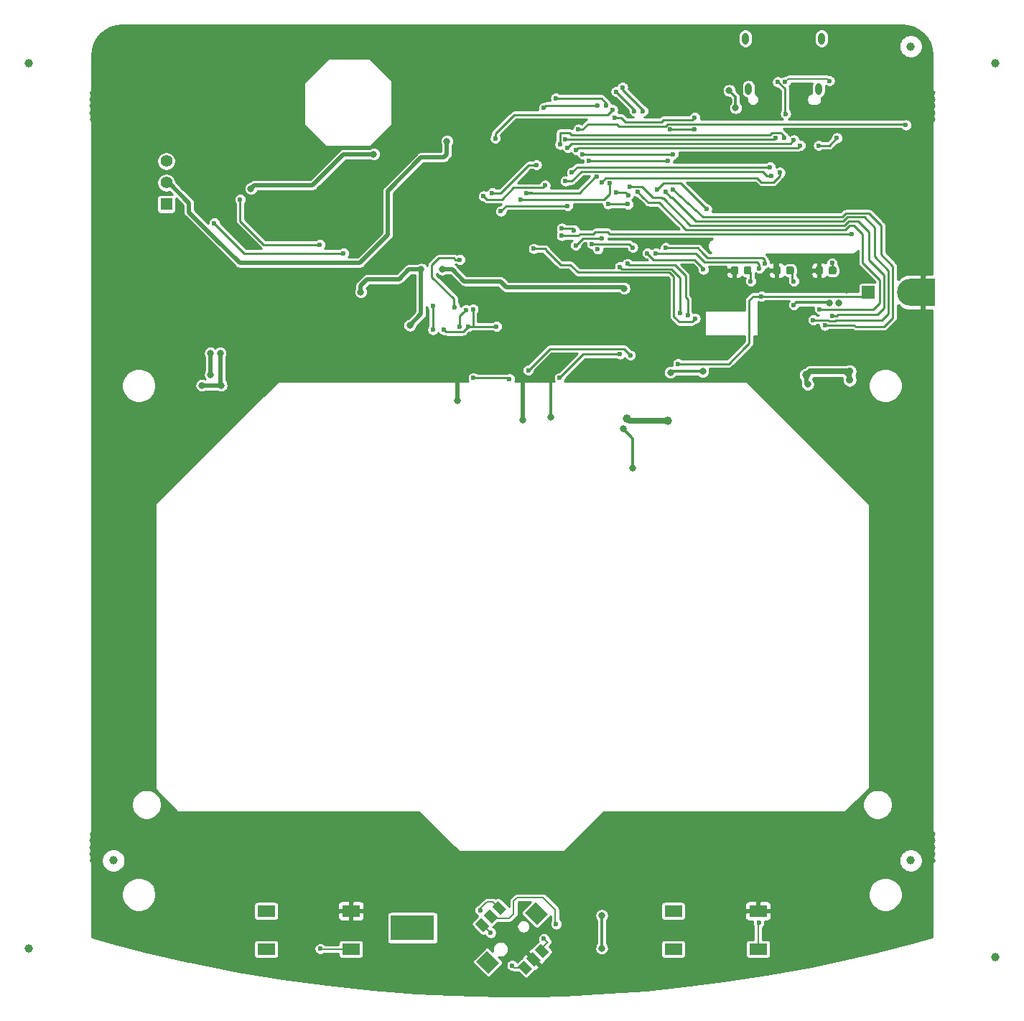
<source format=gbr>
G04 #@! TF.GenerationSoftware,KiCad,Pcbnew,5.1.5+dfsg1-2build2*
G04 #@! TF.CreationDate,2022-03-25T09:21:37+01:00*
G04 #@! TF.ProjectId,OpenDropV4,4f70656e-4472-46f7-9056-342e6b696361,rev?*
G04 #@! TF.SameCoordinates,Original*
G04 #@! TF.FileFunction,Copper,L1,Top*
G04 #@! TF.FilePolarity,Positive*
%FSLAX46Y46*%
G04 Gerber Fmt 4.6, Leading zero omitted, Abs format (unit mm)*
G04 Created by KiCad (PCBNEW 5.1.5+dfsg1-2build2) date 2022-03-25 09:21:37*
%MOMM*%
%LPD*%
G04 APERTURE LIST*
%ADD10O,0.800000X1.400000*%
%ADD11R,5.200000X3.000000*%
%ADD12C,0.600000*%
%ADD13C,1.000000*%
%ADD14R,1.397000X1.397000*%
%ADD15C,1.397000*%
%ADD16R,2.100000X1.400000*%
%ADD17R,3.000000X3.200000*%
%ADD18C,3.200000*%
%ADD19C,0.100000*%
%ADD20R,1.501140X1.501140*%
%ADD21C,0.800000*%
%ADD22C,0.900000*%
%ADD23C,0.500000*%
%ADD24C,0.300000*%
%ADD25C,0.250000*%
%ADD26C,0.200000*%
%ADD27C,0.700000*%
%ADD28C,0.254000*%
G04 APERTURE END LIST*
D10*
X127870000Y-39010000D03*
X136130000Y-39010000D03*
X136490000Y-33060000D03*
X127510000Y-33060000D03*
D11*
X88265000Y-137939000D03*
D12*
X86265000Y-136939000D03*
X86765000Y-137439000D03*
X87265000Y-136939000D03*
X87765000Y-137439000D03*
X88265000Y-136939000D03*
X88765000Y-137439000D03*
X89265000Y-136939000D03*
X89765000Y-137439000D03*
X90265000Y-136939000D03*
X86265000Y-137939000D03*
X86765000Y-138439000D03*
X87265000Y-137939000D03*
X87765000Y-138439000D03*
X88265000Y-137939000D03*
X88765000Y-138439000D03*
X89265000Y-137939000D03*
X89765000Y-138439000D03*
X90265000Y-137939000D03*
X86265000Y-138939000D03*
X87265000Y-138939000D03*
X88265000Y-138939000D03*
X89265000Y-138939000D03*
X90265000Y-138939000D03*
D13*
X43000000Y-140400000D03*
X43000000Y-36000000D03*
X157000000Y-141400000D03*
X157000000Y-36000000D03*
D14*
X59230000Y-52605000D03*
D15*
X59230000Y-50065000D03*
X59230000Y-47525000D03*
D13*
X147000000Y-130000000D03*
X147000000Y-34000000D03*
X53000000Y-130000000D03*
D16*
X71000000Y-140450000D03*
X71000000Y-135950000D03*
X81000000Y-140450000D03*
X81000000Y-135950000D03*
X119000000Y-140450000D03*
X119000000Y-135950000D03*
X129000000Y-140450000D03*
X129000000Y-135950000D03*
D17*
X148463000Y-63000000D03*
D18*
X146963000Y-63000000D03*
G04 #@! TA.AperFunction,SMDPad,CuDef*
D19*
G36*
X101520079Y-136181307D02*
G01*
X102792871Y-134908515D01*
X104207085Y-136322729D01*
X102934293Y-137595521D01*
X101520079Y-136181307D01*
G37*
G04 #@! TD.AperFunction*
G04 #@! TA.AperFunction,SMDPad,CuDef*
G36*
X95792515Y-141908871D02*
G01*
X97065307Y-140636079D01*
X98479521Y-142050293D01*
X97206729Y-143323085D01*
X95792515Y-141908871D01*
G37*
G04 #@! TD.AperFunction*
G04 #@! TA.AperFunction,SMDPad,CuDef*
G36*
X97648670Y-135456522D02*
G01*
X98355776Y-134749416D01*
X99310370Y-135704010D01*
X98603264Y-136411116D01*
X97648670Y-135456522D01*
G37*
G04 #@! TD.AperFunction*
G04 #@! TA.AperFunction,SMDPad,CuDef*
G36*
X96641043Y-136464149D02*
G01*
X97348149Y-135757043D01*
X98302743Y-136711637D01*
X97595637Y-137418743D01*
X96641043Y-136464149D01*
G37*
G04 #@! TD.AperFunction*
G04 #@! TA.AperFunction,SMDPad,CuDef*
G36*
X95633416Y-137471776D02*
G01*
X96340522Y-136764670D01*
X97295116Y-137719264D01*
X96588010Y-138426370D01*
X95633416Y-137471776D01*
G37*
G04 #@! TD.AperFunction*
G04 #@! TA.AperFunction,SMDPad,CuDef*
G36*
X102704484Y-140512336D02*
G01*
X103411590Y-139805230D01*
X104366184Y-140759824D01*
X103659078Y-141466930D01*
X102704484Y-140512336D01*
G37*
G04 #@! TD.AperFunction*
G04 #@! TA.AperFunction,SMDPad,CuDef*
G36*
X101696857Y-141519963D02*
G01*
X102403963Y-140812857D01*
X103358557Y-141767451D01*
X102651451Y-142474557D01*
X101696857Y-141519963D01*
G37*
G04 #@! TD.AperFunction*
G04 #@! TA.AperFunction,SMDPad,CuDef*
G36*
X100689230Y-142527590D02*
G01*
X101396336Y-141820484D01*
X102350930Y-142775078D01*
X101643824Y-143482184D01*
X100689230Y-142527590D01*
G37*
G04 #@! TD.AperFunction*
D20*
X142000000Y-63000000D03*
G04 #@! TA.AperFunction,SMDPad,CuDef*
D19*
G36*
X128027691Y-59937053D02*
G01*
X128048926Y-59940203D01*
X128069750Y-59945419D01*
X128089962Y-59952651D01*
X128109368Y-59961830D01*
X128127781Y-59972866D01*
X128145024Y-59985654D01*
X128160930Y-60000070D01*
X128175346Y-60015976D01*
X128188134Y-60033219D01*
X128199170Y-60051632D01*
X128208349Y-60071038D01*
X128215581Y-60091250D01*
X128220797Y-60112074D01*
X128223947Y-60133309D01*
X128225000Y-60154750D01*
X128225000Y-60667250D01*
X128223947Y-60688691D01*
X128220797Y-60709926D01*
X128215581Y-60730750D01*
X128208349Y-60750962D01*
X128199170Y-60770368D01*
X128188134Y-60788781D01*
X128175346Y-60806024D01*
X128160930Y-60821930D01*
X128145024Y-60836346D01*
X128127781Y-60849134D01*
X128109368Y-60860170D01*
X128089962Y-60869349D01*
X128069750Y-60876581D01*
X128048926Y-60881797D01*
X128027691Y-60884947D01*
X128006250Y-60886000D01*
X127568750Y-60886000D01*
X127547309Y-60884947D01*
X127526074Y-60881797D01*
X127505250Y-60876581D01*
X127485038Y-60869349D01*
X127465632Y-60860170D01*
X127447219Y-60849134D01*
X127429976Y-60836346D01*
X127414070Y-60821930D01*
X127399654Y-60806024D01*
X127386866Y-60788781D01*
X127375830Y-60770368D01*
X127366651Y-60750962D01*
X127359419Y-60730750D01*
X127354203Y-60709926D01*
X127351053Y-60688691D01*
X127350000Y-60667250D01*
X127350000Y-60154750D01*
X127351053Y-60133309D01*
X127354203Y-60112074D01*
X127359419Y-60091250D01*
X127366651Y-60071038D01*
X127375830Y-60051632D01*
X127386866Y-60033219D01*
X127399654Y-60015976D01*
X127414070Y-60000070D01*
X127429976Y-59985654D01*
X127447219Y-59972866D01*
X127465632Y-59961830D01*
X127485038Y-59952651D01*
X127505250Y-59945419D01*
X127526074Y-59940203D01*
X127547309Y-59937053D01*
X127568750Y-59936000D01*
X128006250Y-59936000D01*
X128027691Y-59937053D01*
G37*
G04 #@! TD.AperFunction*
G04 #@! TA.AperFunction,SMDPad,CuDef*
G36*
X126452691Y-59937053D02*
G01*
X126473926Y-59940203D01*
X126494750Y-59945419D01*
X126514962Y-59952651D01*
X126534368Y-59961830D01*
X126552781Y-59972866D01*
X126570024Y-59985654D01*
X126585930Y-60000070D01*
X126600346Y-60015976D01*
X126613134Y-60033219D01*
X126624170Y-60051632D01*
X126633349Y-60071038D01*
X126640581Y-60091250D01*
X126645797Y-60112074D01*
X126648947Y-60133309D01*
X126650000Y-60154750D01*
X126650000Y-60667250D01*
X126648947Y-60688691D01*
X126645797Y-60709926D01*
X126640581Y-60730750D01*
X126633349Y-60750962D01*
X126624170Y-60770368D01*
X126613134Y-60788781D01*
X126600346Y-60806024D01*
X126585930Y-60821930D01*
X126570024Y-60836346D01*
X126552781Y-60849134D01*
X126534368Y-60860170D01*
X126514962Y-60869349D01*
X126494750Y-60876581D01*
X126473926Y-60881797D01*
X126452691Y-60884947D01*
X126431250Y-60886000D01*
X125993750Y-60886000D01*
X125972309Y-60884947D01*
X125951074Y-60881797D01*
X125930250Y-60876581D01*
X125910038Y-60869349D01*
X125890632Y-60860170D01*
X125872219Y-60849134D01*
X125854976Y-60836346D01*
X125839070Y-60821930D01*
X125824654Y-60806024D01*
X125811866Y-60788781D01*
X125800830Y-60770368D01*
X125791651Y-60750962D01*
X125784419Y-60730750D01*
X125779203Y-60709926D01*
X125776053Y-60688691D01*
X125775000Y-60667250D01*
X125775000Y-60154750D01*
X125776053Y-60133309D01*
X125779203Y-60112074D01*
X125784419Y-60091250D01*
X125791651Y-60071038D01*
X125800830Y-60051632D01*
X125811866Y-60033219D01*
X125824654Y-60015976D01*
X125839070Y-60000070D01*
X125854976Y-59985654D01*
X125872219Y-59972866D01*
X125890632Y-59961830D01*
X125910038Y-59952651D01*
X125930250Y-59945419D01*
X125951074Y-59940203D01*
X125972309Y-59937053D01*
X125993750Y-59936000D01*
X126431250Y-59936000D01*
X126452691Y-59937053D01*
G37*
G04 #@! TD.AperFunction*
G04 #@! TA.AperFunction,SMDPad,CuDef*
G36*
X131452691Y-59937053D02*
G01*
X131473926Y-59940203D01*
X131494750Y-59945419D01*
X131514962Y-59952651D01*
X131534368Y-59961830D01*
X131552781Y-59972866D01*
X131570024Y-59985654D01*
X131585930Y-60000070D01*
X131600346Y-60015976D01*
X131613134Y-60033219D01*
X131624170Y-60051632D01*
X131633349Y-60071038D01*
X131640581Y-60091250D01*
X131645797Y-60112074D01*
X131648947Y-60133309D01*
X131650000Y-60154750D01*
X131650000Y-60667250D01*
X131648947Y-60688691D01*
X131645797Y-60709926D01*
X131640581Y-60730750D01*
X131633349Y-60750962D01*
X131624170Y-60770368D01*
X131613134Y-60788781D01*
X131600346Y-60806024D01*
X131585930Y-60821930D01*
X131570024Y-60836346D01*
X131552781Y-60849134D01*
X131534368Y-60860170D01*
X131514962Y-60869349D01*
X131494750Y-60876581D01*
X131473926Y-60881797D01*
X131452691Y-60884947D01*
X131431250Y-60886000D01*
X130993750Y-60886000D01*
X130972309Y-60884947D01*
X130951074Y-60881797D01*
X130930250Y-60876581D01*
X130910038Y-60869349D01*
X130890632Y-60860170D01*
X130872219Y-60849134D01*
X130854976Y-60836346D01*
X130839070Y-60821930D01*
X130824654Y-60806024D01*
X130811866Y-60788781D01*
X130800830Y-60770368D01*
X130791651Y-60750962D01*
X130784419Y-60730750D01*
X130779203Y-60709926D01*
X130776053Y-60688691D01*
X130775000Y-60667250D01*
X130775000Y-60154750D01*
X130776053Y-60133309D01*
X130779203Y-60112074D01*
X130784419Y-60091250D01*
X130791651Y-60071038D01*
X130800830Y-60051632D01*
X130811866Y-60033219D01*
X130824654Y-60015976D01*
X130839070Y-60000070D01*
X130854976Y-59985654D01*
X130872219Y-59972866D01*
X130890632Y-59961830D01*
X130910038Y-59952651D01*
X130930250Y-59945419D01*
X130951074Y-59940203D01*
X130972309Y-59937053D01*
X130993750Y-59936000D01*
X131431250Y-59936000D01*
X131452691Y-59937053D01*
G37*
G04 #@! TD.AperFunction*
G04 #@! TA.AperFunction,SMDPad,CuDef*
G36*
X133027691Y-59937053D02*
G01*
X133048926Y-59940203D01*
X133069750Y-59945419D01*
X133089962Y-59952651D01*
X133109368Y-59961830D01*
X133127781Y-59972866D01*
X133145024Y-59985654D01*
X133160930Y-60000070D01*
X133175346Y-60015976D01*
X133188134Y-60033219D01*
X133199170Y-60051632D01*
X133208349Y-60071038D01*
X133215581Y-60091250D01*
X133220797Y-60112074D01*
X133223947Y-60133309D01*
X133225000Y-60154750D01*
X133225000Y-60667250D01*
X133223947Y-60688691D01*
X133220797Y-60709926D01*
X133215581Y-60730750D01*
X133208349Y-60750962D01*
X133199170Y-60770368D01*
X133188134Y-60788781D01*
X133175346Y-60806024D01*
X133160930Y-60821930D01*
X133145024Y-60836346D01*
X133127781Y-60849134D01*
X133109368Y-60860170D01*
X133089962Y-60869349D01*
X133069750Y-60876581D01*
X133048926Y-60881797D01*
X133027691Y-60884947D01*
X133006250Y-60886000D01*
X132568750Y-60886000D01*
X132547309Y-60884947D01*
X132526074Y-60881797D01*
X132505250Y-60876581D01*
X132485038Y-60869349D01*
X132465632Y-60860170D01*
X132447219Y-60849134D01*
X132429976Y-60836346D01*
X132414070Y-60821930D01*
X132399654Y-60806024D01*
X132386866Y-60788781D01*
X132375830Y-60770368D01*
X132366651Y-60750962D01*
X132359419Y-60730750D01*
X132354203Y-60709926D01*
X132351053Y-60688691D01*
X132350000Y-60667250D01*
X132350000Y-60154750D01*
X132351053Y-60133309D01*
X132354203Y-60112074D01*
X132359419Y-60091250D01*
X132366651Y-60071038D01*
X132375830Y-60051632D01*
X132386866Y-60033219D01*
X132399654Y-60015976D01*
X132414070Y-60000070D01*
X132429976Y-59985654D01*
X132447219Y-59972866D01*
X132465632Y-59961830D01*
X132485038Y-59952651D01*
X132505250Y-59945419D01*
X132526074Y-59940203D01*
X132547309Y-59937053D01*
X132568750Y-59936000D01*
X133006250Y-59936000D01*
X133027691Y-59937053D01*
G37*
G04 #@! TD.AperFunction*
G04 #@! TA.AperFunction,SMDPad,CuDef*
G36*
X136452691Y-59937053D02*
G01*
X136473926Y-59940203D01*
X136494750Y-59945419D01*
X136514962Y-59952651D01*
X136534368Y-59961830D01*
X136552781Y-59972866D01*
X136570024Y-59985654D01*
X136585930Y-60000070D01*
X136600346Y-60015976D01*
X136613134Y-60033219D01*
X136624170Y-60051632D01*
X136633349Y-60071038D01*
X136640581Y-60091250D01*
X136645797Y-60112074D01*
X136648947Y-60133309D01*
X136650000Y-60154750D01*
X136650000Y-60667250D01*
X136648947Y-60688691D01*
X136645797Y-60709926D01*
X136640581Y-60730750D01*
X136633349Y-60750962D01*
X136624170Y-60770368D01*
X136613134Y-60788781D01*
X136600346Y-60806024D01*
X136585930Y-60821930D01*
X136570024Y-60836346D01*
X136552781Y-60849134D01*
X136534368Y-60860170D01*
X136514962Y-60869349D01*
X136494750Y-60876581D01*
X136473926Y-60881797D01*
X136452691Y-60884947D01*
X136431250Y-60886000D01*
X135993750Y-60886000D01*
X135972309Y-60884947D01*
X135951074Y-60881797D01*
X135930250Y-60876581D01*
X135910038Y-60869349D01*
X135890632Y-60860170D01*
X135872219Y-60849134D01*
X135854976Y-60836346D01*
X135839070Y-60821930D01*
X135824654Y-60806024D01*
X135811866Y-60788781D01*
X135800830Y-60770368D01*
X135791651Y-60750962D01*
X135784419Y-60730750D01*
X135779203Y-60709926D01*
X135776053Y-60688691D01*
X135775000Y-60667250D01*
X135775000Y-60154750D01*
X135776053Y-60133309D01*
X135779203Y-60112074D01*
X135784419Y-60091250D01*
X135791651Y-60071038D01*
X135800830Y-60051632D01*
X135811866Y-60033219D01*
X135824654Y-60015976D01*
X135839070Y-60000070D01*
X135854976Y-59985654D01*
X135872219Y-59972866D01*
X135890632Y-59961830D01*
X135910038Y-59952651D01*
X135930250Y-59945419D01*
X135951074Y-59940203D01*
X135972309Y-59937053D01*
X135993750Y-59936000D01*
X136431250Y-59936000D01*
X136452691Y-59937053D01*
G37*
G04 #@! TD.AperFunction*
G04 #@! TA.AperFunction,SMDPad,CuDef*
G36*
X138027691Y-59937053D02*
G01*
X138048926Y-59940203D01*
X138069750Y-59945419D01*
X138089962Y-59952651D01*
X138109368Y-59961830D01*
X138127781Y-59972866D01*
X138145024Y-59985654D01*
X138160930Y-60000070D01*
X138175346Y-60015976D01*
X138188134Y-60033219D01*
X138199170Y-60051632D01*
X138208349Y-60071038D01*
X138215581Y-60091250D01*
X138220797Y-60112074D01*
X138223947Y-60133309D01*
X138225000Y-60154750D01*
X138225000Y-60667250D01*
X138223947Y-60688691D01*
X138220797Y-60709926D01*
X138215581Y-60730750D01*
X138208349Y-60750962D01*
X138199170Y-60770368D01*
X138188134Y-60788781D01*
X138175346Y-60806024D01*
X138160930Y-60821930D01*
X138145024Y-60836346D01*
X138127781Y-60849134D01*
X138109368Y-60860170D01*
X138089962Y-60869349D01*
X138069750Y-60876581D01*
X138048926Y-60881797D01*
X138027691Y-60884947D01*
X138006250Y-60886000D01*
X137568750Y-60886000D01*
X137547309Y-60884947D01*
X137526074Y-60881797D01*
X137505250Y-60876581D01*
X137485038Y-60869349D01*
X137465632Y-60860170D01*
X137447219Y-60849134D01*
X137429976Y-60836346D01*
X137414070Y-60821930D01*
X137399654Y-60806024D01*
X137386866Y-60788781D01*
X137375830Y-60770368D01*
X137366651Y-60750962D01*
X137359419Y-60730750D01*
X137354203Y-60709926D01*
X137351053Y-60688691D01*
X137350000Y-60667250D01*
X137350000Y-60154750D01*
X137351053Y-60133309D01*
X137354203Y-60112074D01*
X137359419Y-60091250D01*
X137366651Y-60071038D01*
X137375830Y-60051632D01*
X137386866Y-60033219D01*
X137399654Y-60015976D01*
X137414070Y-60000070D01*
X137429976Y-59985654D01*
X137447219Y-59972866D01*
X137465632Y-59961830D01*
X137485038Y-59952651D01*
X137505250Y-59945419D01*
X137526074Y-59940203D01*
X137547309Y-59937053D01*
X137568750Y-59936000D01*
X138006250Y-59936000D01*
X138027691Y-59937053D01*
G37*
G04 #@! TD.AperFunction*
D12*
X110109000Y-57900000D03*
D21*
X83693000Y-46695000D03*
X69215000Y-50759000D03*
X102743000Y-45933000D03*
D12*
X100457000Y-37170000D03*
D21*
X135128000Y-41869000D03*
D12*
X93345000Y-55585000D03*
D21*
X123095000Y-34465000D03*
D12*
X96901000Y-37170000D03*
D21*
X101854000Y-35519000D03*
X143561000Y-39357500D03*
X142100500Y-38087500D03*
X142621000Y-40853000D03*
X66865500Y-62252500D03*
X66865500Y-60855500D03*
X85725000Y-59903000D03*
X84709000Y-59903000D03*
X135500000Y-140000000D03*
D12*
X121158000Y-57109000D03*
D21*
X116586000Y-41361000D03*
X139446000Y-62697000D03*
X114681000Y-54442000D03*
X90475000Y-41453000D03*
X90475000Y-40056000D03*
X65265500Y-44663000D03*
X55245000Y-41615000D03*
X55372000Y-36281000D03*
X58153500Y-39548000D03*
X58153500Y-38532000D03*
X132334000Y-49743000D03*
X129667000Y-64475000D03*
X138811000Y-38313000D03*
X104902000Y-36916000D03*
X104902000Y-37805000D03*
X109601000Y-54950000D03*
X109601000Y-54026000D03*
X118872000Y-41107000D03*
X123571000Y-41488000D03*
X120269000Y-34503000D03*
X134874000Y-38821000D03*
X128905000Y-38186000D03*
X128651000Y-41361000D03*
D12*
X130937000Y-59141000D03*
X121575000Y-64059000D03*
X124841000Y-60411000D03*
X134493000Y-60665000D03*
X65392500Y-42885000D03*
X56769000Y-41615000D03*
X56769000Y-36281000D03*
X103683000Y-63805000D03*
X110033000Y-63805000D03*
X116459000Y-62633500D03*
X99075000Y-63475000D03*
D21*
X52578000Y-65999000D03*
X101295400Y-78029000D03*
X93523000Y-75743000D03*
X114224000Y-83744000D03*
X88392000Y-41361000D03*
X100000000Y-70028000D03*
X113081000Y-79108500D03*
X104572000Y-77711500D03*
D22*
X134353500Y-76187500D03*
X133972500Y-77584500D03*
D12*
X128143000Y-61681000D03*
X110617000Y-56601000D03*
X107493000Y-57455000D03*
X130429000Y-48219000D03*
X107061000Y-48854000D03*
X130556000Y-49235000D03*
X106299000Y-49870000D03*
X133223000Y-61681000D03*
X133223000Y-45044000D03*
X106553000Y-45933000D03*
X133985000Y-45679000D03*
X107569000Y-46187000D03*
X113919000Y-50505000D03*
X137795000Y-65745000D03*
X77391000Y-140395000D03*
X109093000Y-47457000D03*
X118364000Y-47457000D03*
X118110000Y-51140000D03*
X135509000Y-66253000D03*
X129080000Y-137347000D03*
X110617000Y-49997000D03*
X131572000Y-48854000D03*
X118618000Y-43774000D03*
X121539000Y-43774000D03*
X121539000Y-42377000D03*
X112141000Y-42377000D03*
X136271000Y-64983000D03*
X114808000Y-51140000D03*
X103759000Y-139217400D03*
X105181400Y-137490200D03*
X136896000Y-66878000D03*
X118999000Y-46695000D03*
X118999000Y-50886000D03*
X108331000Y-46695000D03*
X114224000Y-57709000D03*
X109398000Y-57275000D03*
X122555000Y-60284000D03*
X115951000Y-58379000D03*
X129413000Y-63459000D03*
X119558000Y-71425000D03*
D21*
X65583000Y-70155000D03*
X65710000Y-73965000D03*
X63424000Y-73965000D03*
D12*
X101905000Y-72187000D03*
X113950000Y-70420000D03*
X107315000Y-55677000D03*
X105842000Y-55458000D03*
X105588000Y-73076000D03*
X112700000Y-70282000D03*
D21*
X64440000Y-70155000D03*
X64440000Y-72695000D03*
X138557000Y-64221000D03*
X110566200Y-140335000D03*
X110566200Y-136474200D03*
X137414000Y-64221000D03*
D12*
X133223000Y-64475000D03*
D21*
X126365000Y-41234000D03*
X125603000Y-39202000D03*
X122479000Y-72314000D03*
X118669000Y-72441000D03*
D12*
X114427000Y-41615000D03*
X112268000Y-39329000D03*
X113030000Y-38821000D03*
X115443000Y-41615000D03*
X101651000Y-51267000D03*
X109982000Y-49362000D03*
X138303000Y-44790000D03*
X136144000Y-45679000D03*
X107823000Y-43774000D03*
X146431000Y-43266000D03*
X111125000Y-40980000D03*
X105156000Y-40091000D03*
X110109000Y-40970000D03*
X103759000Y-41234000D03*
X131064000Y-44790000D03*
X106299000Y-44917000D03*
X105842000Y-56312000D03*
X140081000Y-56093000D03*
X80137000Y-58379000D03*
X64897000Y-54823000D03*
X77343000Y-57363000D03*
X67945000Y-52029000D03*
X137719000Y-59550500D03*
X101016000Y-52029000D03*
X111506000Y-50124000D03*
X129159000Y-60157000D03*
X116967000Y-58379000D03*
X118110000Y-57744000D03*
X129790291Y-59566849D03*
X132080000Y-44790000D03*
X105664000Y-45552000D03*
X132250000Y-41953000D03*
X131318000Y-38186000D03*
X90678000Y-64602000D03*
X90678000Y-67396000D03*
X93218000Y-64729000D03*
X93853000Y-59141000D03*
X94567126Y-65069990D03*
X93853000Y-67015000D03*
X99682500Y-73203000D03*
X95428000Y-73076000D03*
X102870000Y-47965000D03*
X97663000Y-51267000D03*
X96647000Y-51648000D03*
X103886000Y-50378000D03*
X98679000Y-53426000D03*
X106553000Y-52791000D03*
D21*
X89281000Y-60284000D03*
X91757500Y-60284000D03*
X87947500Y-66888000D03*
X92329000Y-45171000D03*
X82169000Y-62951000D03*
X113208000Y-62535000D03*
D22*
X139814500Y-72314000D03*
D13*
X134671000Y-72758500D03*
D22*
X139814500Y-73330000D03*
D21*
X134861500Y-73838000D03*
D12*
X122936000Y-53172000D03*
X117094000Y-50886000D03*
X121590000Y-66091000D03*
X102540000Y-57836000D03*
X91948000Y-67396000D03*
X94869000Y-67015000D03*
X98171000Y-67015000D03*
X95412277Y-64979211D03*
X137414000Y-38059000D03*
X132207000Y-38186000D03*
X96240600Y-135864600D03*
X97459800Y-138506200D03*
X99999800Y-142367000D03*
X119812000Y-65456000D03*
X112700000Y-59995000D03*
X113700000Y-51530000D03*
X112250000Y-51240000D03*
X120701000Y-65710000D03*
X111320000Y-52590000D03*
X113660000Y-52600000D03*
X113589000Y-59614000D03*
X98030000Y-44840000D03*
X111840000Y-41460000D03*
D13*
X118351500Y-78156000D03*
X113525500Y-77902000D03*
D23*
X76073000Y-50359001D02*
X76472999Y-50359001D01*
X80137000Y-46695000D02*
X83693000Y-46695000D01*
X76472999Y-50359001D02*
X80137000Y-46695000D01*
X69215000Y-50759000D02*
X69614999Y-50359001D01*
X69614999Y-50359001D02*
X76073000Y-50359001D01*
X76073000Y-50359001D02*
X76218999Y-50359001D01*
X148463000Y-53045000D02*
X146685000Y-53045000D01*
X148463000Y-63000000D02*
X148463000Y-65491000D01*
X148463000Y-65491000D02*
X147447000Y-66507000D01*
X148463000Y-63000000D02*
X148463000Y-59268000D01*
X148463000Y-59268000D02*
X148463000Y-53045000D01*
D24*
X128651000Y-41361000D02*
X128524000Y-41361000D01*
X130950980Y-60411000D02*
X130950980Y-59154980D01*
X130950980Y-59154980D02*
X130937000Y-59141000D01*
X124930000Y-60500000D02*
X124841000Y-60411000D01*
D25*
X130937000Y-60513980D02*
X130950980Y-60500000D01*
D26*
X127975000Y-135950000D02*
X128059000Y-136034000D01*
D25*
X126212500Y-60411000D02*
X124841000Y-60411000D01*
X134747000Y-60411000D02*
X134493000Y-60665000D01*
X136212500Y-60411000D02*
X134747000Y-60411000D01*
D23*
X101016000Y-73076000D02*
X101016000Y-71044000D01*
X101016000Y-71044000D02*
X100000000Y-70028000D01*
X101295400Y-73355400D02*
X101016000Y-73076000D01*
X101295400Y-78029000D02*
X101295400Y-73355400D01*
X93523000Y-75743000D02*
X93523000Y-73139500D01*
D24*
X114224000Y-80251500D02*
X113081000Y-79108500D01*
X114224000Y-82029500D02*
X114224000Y-80251500D01*
X114224000Y-83744000D02*
X114224000Y-82029500D01*
X104572000Y-77711500D02*
X104572000Y-73584000D01*
X104572000Y-73584000D02*
X104127500Y-73139500D01*
D25*
X128143000Y-60593980D02*
X128143000Y-61681000D01*
X128143000Y-60593980D02*
X128049020Y-60500000D01*
X108347000Y-56601000D02*
X107493000Y-57455000D01*
X108763000Y-56601000D02*
X108347000Y-56601000D01*
X108763000Y-56601000D02*
X110617000Y-56601000D01*
X108077000Y-48219000D02*
X130429000Y-48219000D01*
X107696000Y-48219000D02*
X107061000Y-48854000D01*
X108077000Y-48219000D02*
X107696000Y-48219000D01*
X129413000Y-48727000D02*
X129540000Y-48727000D01*
X130048000Y-49235000D02*
X130556000Y-49235000D01*
X129540000Y-48727000D02*
X130048000Y-49235000D01*
X108839000Y-48727000D02*
X108204000Y-48727000D01*
X108839000Y-48727000D02*
X129413000Y-48727000D01*
X108204000Y-48727000D02*
X107061000Y-49870000D01*
X107061000Y-49870000D02*
X106299000Y-49870000D01*
X133049020Y-60411000D02*
X133049020Y-61507020D01*
X133049020Y-61507020D02*
X133223000Y-61681000D01*
X132842000Y-45425000D02*
X107061000Y-45425000D01*
X107061000Y-45425000D02*
X106553000Y-45933000D01*
X133223000Y-45044000D02*
X132842000Y-45425000D01*
X108077000Y-45933000D02*
X107823000Y-45933000D01*
X133604000Y-45933000D02*
X115443000Y-45933000D01*
X115443000Y-45933000D02*
X108077000Y-45933000D01*
X133731000Y-45933000D02*
X133985000Y-45679000D01*
X133604000Y-45933000D02*
X133731000Y-45933000D01*
X107823000Y-45933000D02*
X107569000Y-46187000D01*
X117856000Y-51902000D02*
X117729000Y-51902000D01*
X116586000Y-51775000D02*
X115824000Y-51013000D01*
X117602000Y-51775000D02*
X116586000Y-51775000D01*
X117729000Y-51902000D02*
X117602000Y-51775000D01*
X140843000Y-54569000D02*
X142113000Y-55839000D01*
X143891000Y-60919000D02*
X143891000Y-62062000D01*
X142113000Y-59141000D02*
X143891000Y-60919000D01*
X142113000Y-55839000D02*
X142113000Y-59141000D01*
X122555000Y-55077000D02*
X121031000Y-55077000D01*
X113919000Y-50505000D02*
X115316000Y-50505000D01*
X115316000Y-50505000D02*
X115824000Y-51013000D01*
X121031000Y-55077000D02*
X117856000Y-51902000D01*
X123063000Y-55077000D02*
X122555000Y-55077000D01*
X143891000Y-62062000D02*
X143891000Y-64846000D01*
X123063000Y-55077000D02*
X139190590Y-55077000D01*
X139190590Y-55077000D02*
X139698590Y-54569000D01*
X139698590Y-54569000D02*
X140843000Y-54569000D01*
X138420000Y-65608000D02*
X138283000Y-65745000D01*
X143891000Y-64846000D02*
X143129000Y-65608000D01*
X143129000Y-65608000D02*
X138420000Y-65608000D01*
X138283000Y-65745000D02*
X137795000Y-65745000D01*
X122555000Y-55077000D02*
X122428000Y-55077000D01*
D26*
X81000000Y-140450000D02*
X77446000Y-140450000D01*
X77391000Y-140395000D02*
X77446000Y-140450000D01*
D25*
X109093000Y-47457000D02*
X110363000Y-47457000D01*
X110363000Y-47457000D02*
X118364000Y-47457000D01*
X121666000Y-54569000D02*
X118872000Y-51775000D01*
X118745000Y-51775000D02*
X118110000Y-51140000D01*
X118872000Y-51775000D02*
X118745000Y-51775000D01*
X141478000Y-54118990D02*
X141535990Y-54118990D01*
X144399000Y-60411000D02*
X144399000Y-62570000D01*
X142748000Y-58760000D02*
X144399000Y-60411000D01*
X142748000Y-55331000D02*
X142748000Y-58760000D01*
X141535990Y-54118990D02*
X142748000Y-55331000D01*
X118110000Y-51140000D02*
X118110000Y-51267000D01*
X137287000Y-66253000D02*
X135509000Y-66253000D01*
X137404001Y-66370001D02*
X137287000Y-66253000D01*
X138212002Y-66253000D02*
X138095001Y-66370001D01*
X138095001Y-66370001D02*
X137404001Y-66370001D01*
X139062180Y-54569000D02*
X139512190Y-54118990D01*
X139512190Y-54118990D02*
X141478000Y-54118990D01*
X123571000Y-54569000D02*
X139062180Y-54569000D01*
X144399000Y-65491000D02*
X143637000Y-66253000D01*
X144399000Y-62570000D02*
X144399000Y-65491000D01*
X143637000Y-66253000D02*
X138212002Y-66253000D01*
X123571000Y-54569000D02*
X121666000Y-54569000D01*
D26*
X129000000Y-137427000D02*
X129000000Y-140450000D01*
X129080000Y-137347000D02*
X129000000Y-137427000D01*
D25*
X110998000Y-49489000D02*
X110617000Y-49997000D01*
X130810000Y-49997000D02*
X129413000Y-49997000D01*
X129413000Y-49997000D02*
X128905000Y-49489000D01*
X128905000Y-49489000D02*
X110998000Y-49489000D01*
X131572000Y-49235000D02*
X130810000Y-49997000D01*
X131572000Y-48854000D02*
X131572000Y-49235000D01*
X118618000Y-43774000D02*
X121539000Y-43774000D01*
X117856000Y-42631000D02*
X121285000Y-42631000D01*
X121285000Y-42631000D02*
X121539000Y-42377000D01*
X113157000Y-42631000D02*
X113411000Y-42885000D01*
X117602000Y-42885000D02*
X117856000Y-42631000D01*
X113411000Y-42885000D02*
X117602000Y-42885000D01*
X112141000Y-42377000D02*
X112903000Y-42377000D01*
X112903000Y-42377000D02*
X113157000Y-42631000D01*
X117348000Y-52410000D02*
X116078000Y-52410000D01*
X116078000Y-52410000D02*
X115443000Y-51775000D01*
X143383000Y-61554000D02*
X143383000Y-61681000D01*
X143383000Y-61554000D02*
X141351000Y-59522000D01*
X140335000Y-55077000D02*
X141351000Y-56093000D01*
X141351000Y-56093000D02*
X141351000Y-59522000D01*
X121920000Y-55585000D02*
X122809000Y-55585000D01*
X115443000Y-51775000D02*
X114808000Y-51140000D01*
X139319000Y-55585000D02*
X139827000Y-55077000D01*
X122809000Y-55585000D02*
X139319000Y-55585000D01*
X120523000Y-55585000D02*
X117348000Y-52410000D01*
X121920000Y-55585000D02*
X120523000Y-55585000D01*
X139827000Y-55077000D02*
X140335000Y-55077000D01*
X142621000Y-64983000D02*
X136271000Y-64983000D01*
X143383000Y-61554000D02*
X143383000Y-61681000D01*
X143383000Y-61681000D02*
X143383000Y-64221000D01*
X143383000Y-64221000D02*
X142621000Y-64983000D01*
X114808000Y-51140000D02*
X114935000Y-51140000D01*
D26*
X103535334Y-140253866D02*
X104214200Y-139575000D01*
X103535334Y-140636080D02*
X103535334Y-140253866D01*
X103759000Y-139217400D02*
X104116600Y-139575000D01*
X104116600Y-139575000D02*
X104214200Y-139575000D01*
X100203000Y-134848600D02*
X100203000Y-134747000D01*
X100203000Y-134747000D02*
X100609400Y-134340600D01*
X97471893Y-136587893D02*
X98081493Y-136587893D01*
X98081493Y-136587893D02*
X98272600Y-136779000D01*
X98272600Y-136779000D02*
X99695000Y-136779000D01*
X99695000Y-136779000D02*
X99898200Y-136575800D01*
X100203000Y-134848600D02*
X100203000Y-136271000D01*
X103657400Y-134340600D02*
X100609400Y-134340600D01*
X105100000Y-135783200D02*
X103657400Y-134340600D01*
X100203000Y-136271000D02*
X99898200Y-136575800D01*
X105100000Y-135875000D02*
X105100000Y-135783200D01*
X105100000Y-137408800D02*
X105100000Y-135875000D01*
X105181400Y-137490200D02*
X105100000Y-137408800D01*
D25*
X136896000Y-66878000D02*
X140361002Y-66878000D01*
X140498002Y-67015000D02*
X143891000Y-67015000D01*
X140361002Y-66878000D02*
X140498002Y-67015000D01*
X142113000Y-53668982D02*
X142113000Y-53680000D01*
X144907000Y-59903000D02*
X144907000Y-62443000D01*
X143510000Y-58506000D02*
X144907000Y-59903000D01*
X143510000Y-55077000D02*
X143510000Y-58506000D01*
X142113000Y-53680000D02*
X143510000Y-55077000D01*
X124079000Y-54061000D02*
X122555000Y-54061000D01*
X122555000Y-54061000D02*
X118999000Y-50886000D01*
X144907000Y-65999000D02*
X144907000Y-62443000D01*
X143891000Y-67015000D02*
X144907000Y-65999000D01*
X142113000Y-53668982D02*
X139325791Y-53668981D01*
X139325791Y-53668981D02*
X138933770Y-54061000D01*
X138933770Y-54061000D02*
X124079000Y-54061000D01*
X108331000Y-46695000D02*
X118872000Y-46695000D01*
X113775000Y-57275000D02*
X113875000Y-57375000D01*
X109398000Y-57275000D02*
X113775000Y-57275000D01*
X113790000Y-57275000D02*
X114224000Y-57709000D01*
X113775000Y-57275000D02*
X113790000Y-57275000D01*
X115951000Y-58379000D02*
X116713000Y-59141000D01*
X122555000Y-60157000D02*
X122555000Y-60284000D01*
X121539000Y-59141000D02*
X122555000Y-60157000D01*
X120904000Y-59141000D02*
X121539000Y-59141000D01*
X116713000Y-59141000D02*
X120904000Y-59141000D01*
X115951000Y-58379000D02*
X115951000Y-58506000D01*
X142240000Y-63240000D02*
X142000000Y-63000000D01*
X141859000Y-63141000D02*
X142000000Y-63000000D01*
X141541000Y-63459000D02*
X129413000Y-63459000D01*
X141541000Y-63459000D02*
X142000000Y-63000000D01*
X129413000Y-63459000D02*
X128413000Y-63459000D01*
X128413000Y-63459000D02*
X127940000Y-63932000D01*
X127940000Y-69012000D02*
X127432000Y-69520000D01*
X127940000Y-63932000D02*
X127940000Y-69012000D01*
X127432000Y-69520000D02*
X125527000Y-71425000D01*
X122733000Y-71425000D02*
X123114000Y-71425000D01*
X123114000Y-71425000D02*
X122987000Y-71425000D01*
X125527000Y-71425000D02*
X123622000Y-71425000D01*
X123622000Y-71425000D02*
X123114000Y-71425000D01*
X122733000Y-71425000D02*
X119558000Y-71425000D01*
D23*
X65583000Y-73838000D02*
X65710000Y-73965000D01*
X65583000Y-70155000D02*
X65583000Y-73838000D01*
X65710000Y-73965000D02*
X63424000Y-73965000D01*
D25*
X101905000Y-72187000D02*
X104445000Y-69647000D01*
X113208000Y-69647000D02*
X113970000Y-70409000D01*
X104445000Y-69647000D02*
X113208000Y-69647000D01*
X113961000Y-70409000D02*
X113950000Y-70420000D01*
X113970000Y-70409000D02*
X113961000Y-70409000D01*
X107096000Y-55458000D02*
X107315000Y-55677000D01*
X106604000Y-55458000D02*
X107096000Y-55458000D01*
X106604000Y-55458000D02*
X105842000Y-55458000D01*
X108382000Y-70282000D02*
X112700000Y-70282000D01*
X105588000Y-73076000D02*
X108382000Y-70282000D01*
D23*
X64440000Y-70155000D02*
X64440000Y-72695000D01*
D24*
X110566200Y-136474200D02*
X110566200Y-140335000D01*
X137368001Y-64175001D02*
X137414000Y-64221000D01*
X133223000Y-64475000D02*
X133522999Y-64175001D01*
X133522999Y-64175001D02*
X137368001Y-64175001D01*
X126365000Y-39964000D02*
X126365000Y-41234000D01*
X125603000Y-39202000D02*
X126365000Y-39964000D01*
X118796000Y-72314000D02*
X118669000Y-72441000D01*
X122479000Y-72314000D02*
X118796000Y-72314000D01*
D25*
X114427000Y-41615000D02*
X114427000Y-41488000D01*
X114427000Y-41488000D02*
X112268000Y-39329000D01*
X115443000Y-41488000D02*
X113030000Y-39075000D01*
X113030000Y-39075000D02*
X113030000Y-38821000D01*
X115443000Y-41615000D02*
X115443000Y-41488000D01*
X109855000Y-49362000D02*
X107950000Y-51267000D01*
X107950000Y-51267000D02*
X102362000Y-51267000D01*
X109982000Y-49362000D02*
X109855000Y-49362000D01*
D24*
X102362000Y-51267000D02*
X101651000Y-51267000D01*
D25*
X137414000Y-45679000D02*
X138303000Y-44790000D01*
X137414000Y-45679000D02*
X136144000Y-45679000D01*
X136144000Y-45679000D02*
X136271000Y-45679000D01*
X118364000Y-43139000D02*
X146304000Y-43139000D01*
X146304000Y-43139000D02*
X146431000Y-43266000D01*
X112014000Y-43139000D02*
X108966000Y-43139000D01*
X108966000Y-43139000D02*
X108331000Y-43774000D01*
X108331000Y-43774000D02*
X107823000Y-43774000D01*
X112395000Y-43139000D02*
X112649000Y-43393000D01*
X112649000Y-43393000D02*
X118110000Y-43393000D01*
X118110000Y-43393000D02*
X118364000Y-43139000D01*
X112014000Y-43139000D02*
X112395000Y-43139000D01*
X105156000Y-40091000D02*
X110533264Y-40091000D01*
X111125000Y-40682736D02*
X111125000Y-40980000D01*
X110533264Y-40091000D02*
X111125000Y-40682736D01*
D26*
X104013000Y-40970000D02*
X104013000Y-40980000D01*
D25*
X104013000Y-40980000D02*
X103759000Y-41234000D01*
X110109000Y-40970000D02*
X104013000Y-40970000D01*
X103886000Y-41107000D02*
X103759000Y-41234000D01*
X111887000Y-44917000D02*
X130937000Y-44917000D01*
X106299000Y-44917000D02*
X111887000Y-44917000D01*
X130937000Y-44917000D02*
X131064000Y-44790000D01*
X111252000Y-55839000D02*
X109855000Y-55839000D01*
X140081000Y-56093000D02*
X111506000Y-56093000D01*
X109855000Y-55839000D02*
X109601000Y-56093000D01*
X111506000Y-56093000D02*
X111252000Y-55839000D01*
X107782000Y-56312000D02*
X108001000Y-56093000D01*
X105842000Y-56312000D02*
X107782000Y-56312000D01*
X109601000Y-56093000D02*
X108001000Y-56093000D01*
X68453000Y-58379000D02*
X80137000Y-58379000D01*
X64897000Y-54823000D02*
X68453000Y-58379000D01*
X67945000Y-54569000D02*
X70739000Y-57363000D01*
X70739000Y-57363000D02*
X77343000Y-57363000D01*
X67945000Y-52029000D02*
X67945000Y-54569000D01*
X138138020Y-60411000D02*
X138049020Y-60500000D01*
X137787500Y-59619000D02*
X137719000Y-59550500D01*
X137787500Y-60411000D02*
X137787500Y-59619000D01*
X101473000Y-52029000D02*
X101016000Y-52029000D01*
X110871000Y-52029000D02*
X101473000Y-52029000D01*
X111506000Y-50124000D02*
X111506000Y-51394000D01*
X111506000Y-51394000D02*
X110871000Y-52029000D01*
X116967000Y-58379000D02*
X121666000Y-58379000D01*
X121666000Y-58379000D02*
X122682000Y-59395000D01*
X122682000Y-59395000D02*
X128905000Y-59395000D01*
X129159000Y-60157000D02*
X129159000Y-59649000D01*
X129159000Y-59649000D02*
X128905000Y-59395000D01*
X118110000Y-57744000D02*
X121920000Y-57744000D01*
X122555000Y-58379000D02*
X122809000Y-58633000D01*
X122809000Y-58633000D02*
X123063000Y-58887000D01*
X129534706Y-58887000D02*
X129413000Y-58887000D01*
X129790291Y-59142585D02*
X129534706Y-58887000D01*
X129790291Y-59566849D02*
X129790291Y-59142585D01*
X123063000Y-58887000D02*
X129413000Y-58887000D01*
X121920000Y-57744000D02*
X122555000Y-58379000D01*
X132207000Y-41910000D02*
X132207000Y-38948000D01*
X132207000Y-38948000D02*
X131318000Y-38186000D01*
X131699000Y-44155000D02*
X132080000Y-44536000D01*
X132080000Y-44536000D02*
X132080000Y-44790000D01*
X130429000Y-44409000D02*
X130683000Y-44155000D01*
X105791000Y-44155000D02*
X106807000Y-44155000D01*
X105664000Y-45552000D02*
X105664000Y-44155000D01*
X105664000Y-44155000D02*
X105791000Y-44155000D01*
X107061000Y-44409000D02*
X123317000Y-44409000D01*
X106807000Y-44155000D02*
X107061000Y-44409000D01*
X123317000Y-44409000D02*
X130429000Y-44409000D01*
X130683000Y-44155000D02*
X131699000Y-44155000D01*
X132207000Y-41910000D02*
X132250000Y-41953000D01*
X90678000Y-64602000D02*
X90678000Y-67396000D01*
X93154500Y-58950500D02*
X93345000Y-59141000D01*
X93345000Y-59141000D02*
X93853000Y-59141000D01*
X90551000Y-59776000D02*
X91376500Y-58950500D01*
X90551000Y-61173000D02*
X90551000Y-59776000D01*
X93154500Y-63776500D02*
X90551000Y-61173000D01*
X93154500Y-64665500D02*
X93154500Y-63776500D01*
X93218000Y-64729000D02*
X93154500Y-64665500D01*
X91376500Y-58950500D02*
X93154500Y-58950500D01*
X94267127Y-65369989D02*
X94567126Y-65069990D01*
X93853000Y-67015000D02*
X93853000Y-65784116D01*
X93853000Y-65784116D02*
X94267127Y-65369989D01*
X98158500Y-73076000D02*
X99555500Y-73076000D01*
X99555500Y-73076000D02*
X99682500Y-73203000D01*
X98158500Y-73076000D02*
X95428000Y-73076000D01*
X98349000Y-73076000D02*
X98158500Y-73076000D01*
X102870000Y-47965000D02*
X101981000Y-47965000D01*
X101981000Y-47965000D02*
X98679000Y-51267000D01*
X98679000Y-51267000D02*
X97663000Y-51267000D01*
X97028000Y-52029000D02*
X96647000Y-51648000D01*
X100203000Y-50632000D02*
X98806000Y-52029000D01*
X103632000Y-50632000D02*
X100203000Y-50632000D01*
X103886000Y-50378000D02*
X103632000Y-50632000D01*
X98806000Y-52029000D02*
X97028000Y-52029000D01*
X99695000Y-52791000D02*
X99314000Y-52791000D01*
X106553000Y-52791000D02*
X99695000Y-52791000D01*
X99314000Y-52791000D02*
X98679000Y-53426000D01*
D23*
X86360000Y-61427000D02*
X82931000Y-61427000D01*
X86677500Y-61427000D02*
X87820500Y-60284000D01*
X89281000Y-60284000D02*
X87820500Y-60284000D01*
X86360000Y-61427000D02*
X86677500Y-61427000D01*
X82169000Y-62189000D02*
X82169000Y-62951000D01*
X82931000Y-61427000D02*
X82169000Y-62189000D01*
X89281000Y-65554500D02*
X87947500Y-66888000D01*
X89281000Y-60284000D02*
X89281000Y-65554500D01*
X82296000Y-59268000D02*
X82042000Y-59522000D01*
X91948000Y-47076000D02*
X92329000Y-46695000D01*
X92329000Y-46695000D02*
X92329000Y-45171000D01*
X82296000Y-59268000D02*
X85344000Y-56220000D01*
X85344000Y-56220000D02*
X85344000Y-51013000D01*
X85344000Y-51013000D02*
X89281000Y-47076000D01*
X89281000Y-47076000D02*
X91948000Y-47076000D01*
X82042000Y-59522000D02*
X67881500Y-59522000D01*
X59230000Y-50065000D02*
X59504000Y-50065000D01*
X59504000Y-50065000D02*
X61912500Y-52473500D01*
X67881500Y-59522000D02*
X64960500Y-56601000D01*
X61912500Y-53553000D02*
X64960500Y-56601000D01*
X61912500Y-52473500D02*
X61912500Y-53553000D01*
X99330000Y-62408000D02*
X98603000Y-61681000D01*
X98603000Y-61681000D02*
X94361000Y-61681000D01*
X92964000Y-60284000D02*
X91757500Y-60284000D01*
X94361000Y-61681000D02*
X92964000Y-60284000D01*
X113081000Y-62408000D02*
X113208000Y-62535000D01*
X112319000Y-62408000D02*
X113081000Y-62408000D01*
X112319000Y-62408000D02*
X99330000Y-62408000D01*
X112827000Y-62408000D02*
X112319000Y-62408000D01*
D27*
X135115500Y-72314000D02*
X134671000Y-72758500D01*
X136068000Y-72314000D02*
X135115500Y-72314000D01*
D23*
X139814500Y-72949000D02*
X139179500Y-72314000D01*
D27*
X139179500Y-72314000D02*
X136068000Y-72314000D01*
D23*
X139814500Y-73012500D02*
X139814500Y-72949000D01*
D27*
X139814500Y-72314000D02*
X139179500Y-72314000D01*
D23*
X139814500Y-73330000D02*
X139814500Y-72314000D01*
X134671000Y-73647500D02*
X134861500Y-73838000D01*
X134671000Y-72758500D02*
X134671000Y-73647500D01*
D25*
X117348000Y-50632000D02*
X117094000Y-50886000D01*
X122936000Y-53172000D02*
X119888000Y-50124000D01*
X119888000Y-50124000D02*
X117856000Y-50124000D01*
X117856000Y-50124000D02*
X117348000Y-50632000D01*
X121209000Y-66472000D02*
X121590000Y-66091000D01*
X119050000Y-65837000D02*
X119685000Y-66472000D01*
X119050000Y-61138000D02*
X119050000Y-65837000D01*
X118561010Y-60649010D02*
X119050000Y-61138000D01*
X119685000Y-66472000D02*
X121209000Y-66472000D01*
X102540000Y-57836000D02*
X103937000Y-57836000D01*
X103937000Y-57836000D02*
X103937000Y-57963000D01*
X103937000Y-57963000D02*
X105715000Y-59741000D01*
X105715000Y-59741000D02*
X106858000Y-59741000D01*
X106858000Y-59741000D02*
X107766010Y-60649010D01*
X107766010Y-60649010D02*
X118561010Y-60649010D01*
X94234000Y-67650000D02*
X94869000Y-67015000D01*
X92202000Y-67650000D02*
X94234000Y-67650000D01*
X91948000Y-67396000D02*
X92202000Y-67650000D01*
X95412277Y-65618000D02*
X95412277Y-67015000D01*
X95412277Y-67015000D02*
X95504000Y-67015000D01*
X94869000Y-67015000D02*
X95504000Y-67015000D01*
X95504000Y-67015000D02*
X98171000Y-67015000D01*
X95412277Y-65403475D02*
X95412277Y-65618000D01*
X95412277Y-65618000D02*
X95412277Y-65653277D01*
X95412277Y-65403475D02*
X95412277Y-64979211D01*
D26*
X137160000Y-37805000D02*
X137414000Y-38059000D01*
X132588000Y-37805000D02*
X137160000Y-37805000D01*
X132207000Y-38186000D02*
X132588000Y-37805000D01*
X96240600Y-135864600D02*
X96240600Y-135661400D01*
X97747854Y-134848600D02*
X98479520Y-135580266D01*
X97053400Y-134848600D02*
X97747854Y-134848600D01*
X96240600Y-135661400D02*
X97053400Y-134848600D01*
X96464266Y-137595520D02*
X96549120Y-137595520D01*
X96549120Y-137595520D02*
X97459800Y-138506200D01*
X96464266Y-137595520D02*
X96464266Y-138010734D01*
X101520080Y-142651334D02*
X100284134Y-142651334D01*
X100284134Y-142651334D02*
X99999800Y-142367000D01*
D25*
X112954000Y-60249000D02*
X112700000Y-59995000D01*
X118796000Y-60249000D02*
X112954000Y-60249000D01*
X119812000Y-65456000D02*
X119812000Y-61265000D01*
X119812000Y-61265000D02*
X118796000Y-60249000D01*
X112250000Y-51240000D02*
X112260000Y-51230000D01*
X113400000Y-51230000D02*
X113700000Y-51530000D01*
X112260000Y-51230000D02*
X113400000Y-51230000D01*
X120701000Y-65202000D02*
X120701000Y-65710000D01*
X120701000Y-65202000D02*
X120701000Y-63805000D01*
X120701000Y-63805000D02*
X120447000Y-63551000D01*
X120447000Y-63551000D02*
X120447000Y-61011000D01*
X120447000Y-61011000D02*
X119177000Y-59741000D01*
X119177000Y-59741000D02*
X114732000Y-59741000D01*
X113716000Y-59741000D02*
X113589000Y-59614000D01*
X114732000Y-59741000D02*
X113716000Y-59741000D01*
X113650000Y-52590000D02*
X113660000Y-52600000D01*
X111320000Y-52590000D02*
X113650000Y-52590000D01*
X98030000Y-44840000D02*
X98030000Y-44300000D01*
X98030000Y-44300000D02*
X100280000Y-42050000D01*
X111250000Y-42050000D02*
X111840000Y-41460000D01*
X100280000Y-42050000D02*
X111250000Y-42050000D01*
D23*
X113906500Y-78156000D02*
X113652500Y-77902000D01*
D27*
X118351500Y-78156000D02*
X113906500Y-78156000D01*
D28*
G36*
X146683847Y-31546339D02*
G01*
X147341639Y-31744939D01*
X147948331Y-32067523D01*
X148480814Y-32501804D01*
X148918803Y-33031243D01*
X149245615Y-33635667D01*
X149448803Y-34292062D01*
X149522990Y-34997902D01*
X149523001Y-35001079D01*
X149523000Y-38976577D01*
X149520693Y-39000000D01*
X149529903Y-39093508D01*
X149557178Y-39183423D01*
X149567108Y-39202000D01*
X149601471Y-39266289D01*
X149661079Y-39338921D01*
X149733711Y-39398529D01*
X149748685Y-39406533D01*
X149700050Y-39479320D01*
X149649016Y-39602526D01*
X149623000Y-39733321D01*
X149623000Y-39866679D01*
X149649016Y-39997474D01*
X149700050Y-40120680D01*
X149753050Y-40200000D01*
X149700050Y-40279320D01*
X149649016Y-40402526D01*
X149623000Y-40533321D01*
X149623000Y-40666679D01*
X149649016Y-40797474D01*
X149700050Y-40920680D01*
X149753050Y-41000000D01*
X149700050Y-41079320D01*
X149649016Y-41202526D01*
X149623000Y-41333321D01*
X149623000Y-41466679D01*
X149649016Y-41597474D01*
X149700050Y-41720680D01*
X149753050Y-41800000D01*
X149700050Y-41879320D01*
X149649016Y-42002526D01*
X149623000Y-42133321D01*
X149623000Y-42266679D01*
X149649016Y-42397474D01*
X149700050Y-42520680D01*
X149748685Y-42593467D01*
X149733711Y-42601471D01*
X149661079Y-42661079D01*
X149601471Y-42733711D01*
X149557178Y-42816577D01*
X149529903Y-42906492D01*
X149520693Y-43000000D01*
X149523001Y-43023433D01*
X149523001Y-60871354D01*
X148721750Y-60873000D01*
X148590000Y-61004750D01*
X148590000Y-61746349D01*
X148468089Y-61674516D01*
X148336000Y-61806605D01*
X148336000Y-61004750D01*
X148204250Y-60873000D01*
X147014734Y-60870556D01*
X146919859Y-60863142D01*
X146503808Y-60912618D01*
X146105403Y-61042311D01*
X145811697Y-61199301D01*
X145637517Y-61494909D01*
X145541945Y-61399337D01*
X145459000Y-61482282D01*
X145459000Y-59930097D01*
X145461669Y-59902999D01*
X145459000Y-59875901D01*
X145459000Y-59875891D01*
X145451012Y-59794789D01*
X145419448Y-59690737D01*
X145387096Y-59630210D01*
X145368191Y-59594841D01*
X145316491Y-59531845D01*
X145299211Y-59510789D01*
X145278154Y-59493508D01*
X144062000Y-58277356D01*
X144062000Y-55104097D01*
X144064669Y-55076999D01*
X144062000Y-55049901D01*
X144062000Y-55049891D01*
X144054012Y-54968789D01*
X144022448Y-54864737D01*
X143995190Y-54813741D01*
X143971191Y-54768841D01*
X143919491Y-54705845D01*
X143902211Y-54684789D01*
X143881154Y-54667508D01*
X142572923Y-53359279D01*
X142505211Y-53276771D01*
X142421158Y-53207791D01*
X142325262Y-53156534D01*
X142221210Y-53124970D01*
X142113000Y-53114312D01*
X142085882Y-53116983D01*
X139352898Y-53116981D01*
X139325792Y-53114311D01*
X139217581Y-53124969D01*
X139113529Y-53156533D01*
X139017634Y-53207789D01*
X138985381Y-53234259D01*
X138933581Y-53276770D01*
X138916301Y-53297825D01*
X138705126Y-53509000D01*
X123583309Y-53509000D01*
X123635062Y-53384058D01*
X123663000Y-53243603D01*
X123663000Y-53100397D01*
X123635062Y-52959942D01*
X123580259Y-52827636D01*
X123500698Y-52708564D01*
X123399436Y-52607302D01*
X123280364Y-52527741D01*
X123148058Y-52472938D01*
X123007603Y-52445000D01*
X122989645Y-52445000D01*
X120585644Y-50041000D01*
X128676355Y-50041000D01*
X129003508Y-50368154D01*
X129020789Y-50389211D01*
X129104842Y-50458191D01*
X129200737Y-50509448D01*
X129304789Y-50541012D01*
X129385891Y-50549000D01*
X129385901Y-50549000D01*
X129412999Y-50551669D01*
X129440097Y-50549000D01*
X130782894Y-50549000D01*
X130810000Y-50551670D01*
X130837106Y-50549000D01*
X130837109Y-50549000D01*
X130918211Y-50541012D01*
X131022263Y-50509448D01*
X131118158Y-50458191D01*
X131202211Y-50389211D01*
X131219500Y-50368144D01*
X131943155Y-49644491D01*
X131964211Y-49627211D01*
X132033191Y-49543158D01*
X132084448Y-49447263D01*
X132085134Y-49445000D01*
X132116012Y-49343211D01*
X132116568Y-49337566D01*
X132136698Y-49317436D01*
X132216259Y-49198364D01*
X132271062Y-49066058D01*
X132299000Y-48925603D01*
X132299000Y-48782397D01*
X132271062Y-48641942D01*
X132216259Y-48509636D01*
X132136698Y-48390564D01*
X132035436Y-48289302D01*
X131916364Y-48209741D01*
X131784058Y-48154938D01*
X131643603Y-48127000D01*
X131500397Y-48127000D01*
X131359942Y-48154938D01*
X131227636Y-48209741D01*
X131156000Y-48257606D01*
X131156000Y-48147397D01*
X131128062Y-48006942D01*
X131073259Y-47874636D01*
X130993698Y-47755564D01*
X130892436Y-47654302D01*
X130773364Y-47574741D01*
X130641058Y-47519938D01*
X130500603Y-47492000D01*
X130357397Y-47492000D01*
X130216942Y-47519938D01*
X130084636Y-47574741D01*
X129965564Y-47654302D01*
X129952866Y-47667000D01*
X119063471Y-47667000D01*
X119091000Y-47528603D01*
X119091000Y-47417943D01*
X119211058Y-47394062D01*
X119343364Y-47339259D01*
X119462436Y-47259698D01*
X119563698Y-47158436D01*
X119643259Y-47039364D01*
X119698062Y-46907058D01*
X119726000Y-46766603D01*
X119726000Y-46623397D01*
X119698471Y-46485000D01*
X133703894Y-46485000D01*
X133731000Y-46487670D01*
X133758106Y-46485000D01*
X133758109Y-46485000D01*
X133839211Y-46477012D01*
X133943263Y-46445448D01*
X134017065Y-46406000D01*
X134056603Y-46406000D01*
X134197058Y-46378062D01*
X134329364Y-46323259D01*
X134448436Y-46243698D01*
X134549698Y-46142436D01*
X134629259Y-46023364D01*
X134684062Y-45891058D01*
X134712000Y-45750603D01*
X134712000Y-45607397D01*
X135417000Y-45607397D01*
X135417000Y-45750603D01*
X135444938Y-45891058D01*
X135499741Y-46023364D01*
X135579302Y-46142436D01*
X135680564Y-46243698D01*
X135799636Y-46323259D01*
X135931942Y-46378062D01*
X136072397Y-46406000D01*
X136215603Y-46406000D01*
X136356058Y-46378062D01*
X136488364Y-46323259D01*
X136607436Y-46243698D01*
X136620134Y-46231000D01*
X137386894Y-46231000D01*
X137414000Y-46233670D01*
X137441106Y-46231000D01*
X137441109Y-46231000D01*
X137522211Y-46223012D01*
X137626263Y-46191448D01*
X137722158Y-46140191D01*
X137806211Y-46071211D01*
X137823500Y-46050144D01*
X138356645Y-45517000D01*
X138374603Y-45517000D01*
X138515058Y-45489062D01*
X138647364Y-45434259D01*
X138766436Y-45354698D01*
X138867698Y-45253436D01*
X138947259Y-45134364D01*
X139002062Y-45002058D01*
X139030000Y-44861603D01*
X139030000Y-44718397D01*
X139002062Y-44577942D01*
X138947259Y-44445636D01*
X138867698Y-44326564D01*
X138766436Y-44225302D01*
X138647364Y-44145741D01*
X138515058Y-44090938D01*
X138374603Y-44063000D01*
X138231397Y-44063000D01*
X138090942Y-44090938D01*
X137958636Y-44145741D01*
X137839564Y-44225302D01*
X137738302Y-44326564D01*
X137658741Y-44445636D01*
X137603938Y-44577942D01*
X137576000Y-44718397D01*
X137576000Y-44736355D01*
X137185356Y-45127000D01*
X136620134Y-45127000D01*
X136607436Y-45114302D01*
X136488364Y-45034741D01*
X136356058Y-44979938D01*
X136215603Y-44952000D01*
X136072397Y-44952000D01*
X135931942Y-44979938D01*
X135799636Y-45034741D01*
X135680564Y-45114302D01*
X135579302Y-45215564D01*
X135499741Y-45334636D01*
X135444938Y-45466942D01*
X135417000Y-45607397D01*
X134712000Y-45607397D01*
X134684062Y-45466942D01*
X134629259Y-45334636D01*
X134549698Y-45215564D01*
X134448436Y-45114302D01*
X134329364Y-45034741D01*
X134197058Y-44979938D01*
X134056603Y-44952000D01*
X133945943Y-44952000D01*
X133922062Y-44831942D01*
X133867259Y-44699636D01*
X133787698Y-44580564D01*
X133686436Y-44479302D01*
X133567364Y-44399741D01*
X133435058Y-44344938D01*
X133294603Y-44317000D01*
X133151397Y-44317000D01*
X133010942Y-44344938D01*
X132878636Y-44399741D01*
X132759564Y-44479302D01*
X132744460Y-44494406D01*
X132724259Y-44445636D01*
X132644698Y-44326564D01*
X132543436Y-44225302D01*
X132533851Y-44218898D01*
X132489491Y-44164845D01*
X132472211Y-44143789D01*
X132451154Y-44126508D01*
X132108500Y-43783856D01*
X132091211Y-43762789D01*
X132007158Y-43693809D01*
X132001903Y-43691000D01*
X145840620Y-43691000D01*
X145866302Y-43729436D01*
X145967564Y-43830698D01*
X146086636Y-43910259D01*
X146218942Y-43965062D01*
X146359397Y-43993000D01*
X146502603Y-43993000D01*
X146643058Y-43965062D01*
X146775364Y-43910259D01*
X146894436Y-43830698D01*
X146995698Y-43729436D01*
X147075259Y-43610364D01*
X147130062Y-43478058D01*
X147158000Y-43337603D01*
X147158000Y-43194397D01*
X147130062Y-43053942D01*
X147075259Y-42921636D01*
X146995698Y-42802564D01*
X146894436Y-42701302D01*
X146775364Y-42621741D01*
X146643058Y-42566938D01*
X146502603Y-42539000D01*
X146359397Y-42539000D01*
X146218942Y-42566938D01*
X146170508Y-42587000D01*
X132609718Y-42587000D01*
X132713436Y-42517698D01*
X132814698Y-42416436D01*
X132894259Y-42297364D01*
X132949062Y-42165058D01*
X132977000Y-42024603D01*
X132977000Y-41881397D01*
X132949062Y-41740942D01*
X132894259Y-41608636D01*
X132814698Y-41489564D01*
X132759000Y-41433866D01*
X132759000Y-38953836D01*
X132760036Y-38905458D01*
X132754263Y-38872798D01*
X132751012Y-38839789D01*
X132744821Y-38819382D01*
X132741110Y-38798384D01*
X132729077Y-38767480D01*
X132719448Y-38735737D01*
X132709394Y-38716927D01*
X132707940Y-38713194D01*
X132771698Y-38649436D01*
X132851259Y-38530364D01*
X132906062Y-38398058D01*
X132919202Y-38332000D01*
X135394321Y-38332000D01*
X135362255Y-38391991D01*
X135314966Y-38547881D01*
X135303000Y-38669377D01*
X135303000Y-39350624D01*
X135314966Y-39472120D01*
X135328380Y-39516340D01*
X135302582Y-39518881D01*
X135160830Y-39561882D01*
X135030190Y-39631710D01*
X134915683Y-39725683D01*
X134821710Y-39840190D01*
X134751882Y-39970830D01*
X134708881Y-40112582D01*
X134694362Y-40260000D01*
X134708881Y-40407418D01*
X134751882Y-40549170D01*
X134821710Y-40679810D01*
X134915683Y-40794317D01*
X135030190Y-40888290D01*
X135160830Y-40958118D01*
X135302582Y-41001119D01*
X135413062Y-41012000D01*
X135786938Y-41012000D01*
X135897418Y-41001119D01*
X136039170Y-40958118D01*
X136169810Y-40888290D01*
X136284317Y-40794317D01*
X136378290Y-40679810D01*
X136448118Y-40549170D01*
X136491119Y-40407418D01*
X136505638Y-40260000D01*
X136491119Y-40112582D01*
X136476011Y-40062778D01*
X136591679Y-40000952D01*
X136717606Y-39897606D01*
X136820952Y-39771679D01*
X136897745Y-39628010D01*
X136945034Y-39472120D01*
X136957000Y-39350624D01*
X136957000Y-38669376D01*
X136952638Y-38625084D01*
X137069636Y-38703259D01*
X137201942Y-38758062D01*
X137342397Y-38786000D01*
X137485603Y-38786000D01*
X137626058Y-38758062D01*
X137758364Y-38703259D01*
X137877436Y-38623698D01*
X137978698Y-38522436D01*
X138058259Y-38403364D01*
X138113062Y-38271058D01*
X138141000Y-38130603D01*
X138141000Y-37987397D01*
X138113062Y-37846942D01*
X138058259Y-37714636D01*
X137978698Y-37595564D01*
X137877436Y-37494302D01*
X137758364Y-37414741D01*
X137626058Y-37359938D01*
X137485603Y-37332000D01*
X137393031Y-37332000D01*
X137362650Y-37315761D01*
X137263310Y-37285626D01*
X137185881Y-37278000D01*
X137160000Y-37275451D01*
X137134119Y-37278000D01*
X132613877Y-37278000D01*
X132587999Y-37275451D01*
X132562121Y-37278000D01*
X132562119Y-37278000D01*
X132484690Y-37285626D01*
X132385350Y-37315761D01*
X132293798Y-37364696D01*
X132213552Y-37430552D01*
X132197049Y-37450661D01*
X132188710Y-37459000D01*
X132135397Y-37459000D01*
X131994942Y-37486938D01*
X131862636Y-37541741D01*
X131762500Y-37608649D01*
X131662364Y-37541741D01*
X131530058Y-37486938D01*
X131389603Y-37459000D01*
X131246397Y-37459000D01*
X131105942Y-37486938D01*
X130973636Y-37541741D01*
X130854564Y-37621302D01*
X130753302Y-37722564D01*
X130673741Y-37841636D01*
X130618938Y-37973942D01*
X130591000Y-38114397D01*
X130591000Y-38257603D01*
X130618938Y-38398058D01*
X130673741Y-38530364D01*
X130753302Y-38649436D01*
X130854564Y-38750698D01*
X130973636Y-38830259D01*
X131105942Y-38885062D01*
X131246397Y-38913000D01*
X131317969Y-38913000D01*
X131655001Y-39201885D01*
X131655000Y-41534914D01*
X131605741Y-41608636D01*
X131550938Y-41740942D01*
X131523000Y-41881397D01*
X131523000Y-42024603D01*
X131550938Y-42165058D01*
X131605741Y-42297364D01*
X131685302Y-42416436D01*
X131786564Y-42517698D01*
X131890282Y-42587000D01*
X122238471Y-42587000D01*
X122266000Y-42448603D01*
X122266000Y-42305397D01*
X122238062Y-42164942D01*
X122183259Y-42032636D01*
X122103698Y-41913564D01*
X122002436Y-41812302D01*
X121883364Y-41732741D01*
X121751058Y-41677938D01*
X121610603Y-41650000D01*
X121467397Y-41650000D01*
X121326942Y-41677938D01*
X121194636Y-41732741D01*
X121075564Y-41812302D01*
X120974302Y-41913564D01*
X120894741Y-42032636D01*
X120875536Y-42079000D01*
X117883097Y-42079000D01*
X117855999Y-42076331D01*
X117828901Y-42079000D01*
X117828891Y-42079000D01*
X117747789Y-42086988D01*
X117643737Y-42118552D01*
X117547842Y-42169809D01*
X117463789Y-42238789D01*
X117446503Y-42259852D01*
X117373355Y-42333000D01*
X115559849Y-42333000D01*
X115655058Y-42314062D01*
X115787364Y-42259259D01*
X115906436Y-42179698D01*
X116007698Y-42078436D01*
X116087259Y-41959364D01*
X116142062Y-41827058D01*
X116170000Y-41686603D01*
X116170000Y-41543397D01*
X116142062Y-41402942D01*
X116087259Y-41270636D01*
X116007698Y-41151564D01*
X115906436Y-41050302D01*
X115787364Y-40970741D01*
X115655058Y-40915938D01*
X115650721Y-40915075D01*
X113856194Y-39120548D01*
X124776000Y-39120548D01*
X124776000Y-39283452D01*
X124807782Y-39443227D01*
X124870123Y-39593731D01*
X124960628Y-39729181D01*
X125075819Y-39844372D01*
X125211269Y-39934877D01*
X125361773Y-39997218D01*
X125521548Y-40029000D01*
X125613999Y-40029000D01*
X125788000Y-40203001D01*
X125788001Y-40641446D01*
X125722628Y-40706819D01*
X125632123Y-40842269D01*
X125569782Y-40992773D01*
X125538000Y-41152548D01*
X125538000Y-41315452D01*
X125569782Y-41475227D01*
X125632123Y-41625731D01*
X125722628Y-41761181D01*
X125837819Y-41876372D01*
X125973269Y-41966877D01*
X126123773Y-42029218D01*
X126283548Y-42061000D01*
X126446452Y-42061000D01*
X126606227Y-42029218D01*
X126756731Y-41966877D01*
X126892181Y-41876372D01*
X127007372Y-41761181D01*
X127097877Y-41625731D01*
X127160218Y-41475227D01*
X127192000Y-41315452D01*
X127192000Y-41152548D01*
X127160218Y-40992773D01*
X127097877Y-40842269D01*
X127007372Y-40706819D01*
X126942000Y-40641447D01*
X126942000Y-39992331D01*
X126944790Y-39964000D01*
X126940753Y-39923000D01*
X126938861Y-39903794D01*
X126933651Y-39850888D01*
X126909622Y-39771679D01*
X126900657Y-39742124D01*
X126847079Y-39641885D01*
X126774974Y-39554026D01*
X126752963Y-39535962D01*
X126430000Y-39212999D01*
X126430000Y-39120548D01*
X126398218Y-38960773D01*
X126335877Y-38810269D01*
X126245372Y-38674819D01*
X126239930Y-38669377D01*
X127043000Y-38669377D01*
X127043000Y-39350624D01*
X127054966Y-39472120D01*
X127102255Y-39628010D01*
X127179049Y-39771679D01*
X127282395Y-39897606D01*
X127408322Y-40000952D01*
X127551991Y-40077745D01*
X127662832Y-40111368D01*
X127648000Y-40185934D01*
X127648000Y-40334066D01*
X127676899Y-40479350D01*
X127733586Y-40616206D01*
X127815883Y-40739372D01*
X127920628Y-40844117D01*
X128043794Y-40926414D01*
X128180650Y-40983101D01*
X128325934Y-41012000D01*
X128474066Y-41012000D01*
X128619350Y-40983101D01*
X128756206Y-40926414D01*
X128879372Y-40844117D01*
X128984117Y-40739372D01*
X129066414Y-40616206D01*
X129123101Y-40479350D01*
X129152000Y-40334066D01*
X129152000Y-40185934D01*
X129123101Y-40040650D01*
X129066414Y-39903794D01*
X128984117Y-39780628D01*
X128879372Y-39675883D01*
X128756206Y-39593586D01*
X128660245Y-39553838D01*
X128685034Y-39472120D01*
X128697000Y-39350624D01*
X128697000Y-38669376D01*
X128685034Y-38547880D01*
X128637745Y-38391990D01*
X128560952Y-38248321D01*
X128457606Y-38122394D01*
X128331678Y-38019048D01*
X128188009Y-37942255D01*
X128032119Y-37894966D01*
X127870000Y-37878999D01*
X127707880Y-37894966D01*
X127551990Y-37942255D01*
X127408321Y-38019048D01*
X127282394Y-38122394D01*
X127179048Y-38248322D01*
X127102255Y-38391991D01*
X127054966Y-38547881D01*
X127043000Y-38669377D01*
X126239930Y-38669377D01*
X126130181Y-38559628D01*
X125994731Y-38469123D01*
X125844227Y-38406782D01*
X125684452Y-38375000D01*
X125521548Y-38375000D01*
X125361773Y-38406782D01*
X125211269Y-38469123D01*
X125075819Y-38559628D01*
X124960628Y-38674819D01*
X124870123Y-38810269D01*
X124807782Y-38960773D01*
X124776000Y-39120548D01*
X113856194Y-39120548D01*
X113735639Y-38999994D01*
X113757000Y-38892603D01*
X113757000Y-38749397D01*
X113729062Y-38608942D01*
X113674259Y-38476636D01*
X113594698Y-38357564D01*
X113493436Y-38256302D01*
X113374364Y-38176741D01*
X113242058Y-38121938D01*
X113101603Y-38094000D01*
X112958397Y-38094000D01*
X112817942Y-38121938D01*
X112685636Y-38176741D01*
X112566564Y-38256302D01*
X112465302Y-38357564D01*
X112385741Y-38476636D01*
X112333813Y-38602000D01*
X112196397Y-38602000D01*
X112055942Y-38629938D01*
X111923636Y-38684741D01*
X111804564Y-38764302D01*
X111703302Y-38865564D01*
X111623741Y-38984636D01*
X111568938Y-39116942D01*
X111541000Y-39257397D01*
X111541000Y-39400603D01*
X111568938Y-39541058D01*
X111623741Y-39673364D01*
X111703302Y-39792436D01*
X111804564Y-39893698D01*
X111923636Y-39973259D01*
X112055942Y-40028062D01*
X112196397Y-40056000D01*
X112214356Y-40056000D01*
X113700291Y-41541936D01*
X113700000Y-41543397D01*
X113700000Y-41686603D01*
X113727938Y-41827058D01*
X113782741Y-41959364D01*
X113862302Y-42078436D01*
X113963564Y-42179698D01*
X114082636Y-42259259D01*
X114214942Y-42314062D01*
X114310151Y-42333000D01*
X113639644Y-42333000D01*
X113566495Y-42259851D01*
X113566491Y-42259846D01*
X113312500Y-42005856D01*
X113295211Y-41984789D01*
X113211158Y-41915809D01*
X113115263Y-41864552D01*
X113011211Y-41832988D01*
X112930109Y-41825000D01*
X112930106Y-41825000D01*
X112903000Y-41822330D01*
X112875894Y-41825000D01*
X112617134Y-41825000D01*
X112604436Y-41812302D01*
X112507735Y-41747689D01*
X112539062Y-41672058D01*
X112567000Y-41531603D01*
X112567000Y-41388397D01*
X112539062Y-41247942D01*
X112484259Y-41115636D01*
X112404698Y-40996564D01*
X112303436Y-40895302D01*
X112184364Y-40815741D01*
X112052058Y-40760938D01*
X111911603Y-40733000D01*
X111809589Y-40733000D01*
X111769259Y-40635636D01*
X111689698Y-40516564D01*
X111630376Y-40457242D01*
X111586191Y-40374578D01*
X111517211Y-40290525D01*
X111496154Y-40273244D01*
X110942764Y-39719856D01*
X110925475Y-39698789D01*
X110841422Y-39629809D01*
X110745527Y-39578552D01*
X110641475Y-39546988D01*
X110560373Y-39539000D01*
X110560370Y-39539000D01*
X110533264Y-39536330D01*
X110506158Y-39539000D01*
X105632134Y-39539000D01*
X105619436Y-39526302D01*
X105500364Y-39446741D01*
X105368058Y-39391938D01*
X105227603Y-39364000D01*
X105084397Y-39364000D01*
X104943942Y-39391938D01*
X104811636Y-39446741D01*
X104692564Y-39526302D01*
X104591302Y-39627564D01*
X104511741Y-39746636D01*
X104456938Y-39878942D01*
X104429000Y-40019397D01*
X104429000Y-40162603D01*
X104456938Y-40303058D01*
X104504549Y-40418000D01*
X103985891Y-40418000D01*
X103904789Y-40425988D01*
X103800737Y-40457552D01*
X103708226Y-40507000D01*
X103687397Y-40507000D01*
X103546942Y-40534938D01*
X103414636Y-40589741D01*
X103295564Y-40669302D01*
X103194302Y-40770564D01*
X103114741Y-40889636D01*
X103059938Y-41021942D01*
X103032000Y-41162397D01*
X103032000Y-41305603D01*
X103059938Y-41446058D01*
X103081453Y-41498000D01*
X100307109Y-41498000D01*
X100280000Y-41495330D01*
X100252891Y-41498000D01*
X100171789Y-41505988D01*
X100067737Y-41537552D01*
X99971842Y-41588809D01*
X99887789Y-41657789D01*
X99870508Y-41678846D01*
X97658852Y-43890504D01*
X97637790Y-43907789D01*
X97607252Y-43945000D01*
X97568809Y-43991843D01*
X97517552Y-44087738D01*
X97513577Y-44100842D01*
X97485988Y-44191789D01*
X97478015Y-44272741D01*
X97475330Y-44300000D01*
X97478000Y-44327106D01*
X97478000Y-44363866D01*
X97465302Y-44376564D01*
X97385741Y-44495636D01*
X97330938Y-44627942D01*
X97303000Y-44768397D01*
X97303000Y-44911603D01*
X97330938Y-45052058D01*
X97385741Y-45184364D01*
X97465302Y-45303436D01*
X97566564Y-45404698D01*
X97685636Y-45484259D01*
X97817942Y-45539062D01*
X97958397Y-45567000D01*
X98101603Y-45567000D01*
X98242058Y-45539062D01*
X98374364Y-45484259D01*
X98493436Y-45404698D01*
X98594698Y-45303436D01*
X98674259Y-45184364D01*
X98729062Y-45052058D01*
X98757000Y-44911603D01*
X98757000Y-44768397D01*
X98729062Y-44627942D01*
X98674259Y-44495636D01*
X98650527Y-44460118D01*
X100508646Y-42602000D01*
X108834674Y-42602000D01*
X108753737Y-42626552D01*
X108657842Y-42677809D01*
X108573789Y-42746789D01*
X108556508Y-42767846D01*
X108183699Y-43140656D01*
X108167364Y-43129741D01*
X108035058Y-43074938D01*
X107894603Y-43047000D01*
X107751397Y-43047000D01*
X107610942Y-43074938D01*
X107478636Y-43129741D01*
X107359564Y-43209302D01*
X107258302Y-43310564D01*
X107178741Y-43429636D01*
X107123938Y-43561942D01*
X107099385Y-43685378D01*
X107019263Y-43642552D01*
X106915211Y-43610988D01*
X106834109Y-43603000D01*
X106834106Y-43603000D01*
X106807000Y-43600330D01*
X106779894Y-43603000D01*
X105691109Y-43603000D01*
X105664000Y-43600330D01*
X105636892Y-43603000D01*
X105636891Y-43603000D01*
X105555789Y-43610988D01*
X105451737Y-43642552D01*
X105355842Y-43693809D01*
X105271789Y-43762789D01*
X105202809Y-43846842D01*
X105151552Y-43942737D01*
X105119988Y-44046789D01*
X105109330Y-44155000D01*
X105112001Y-44182118D01*
X105112000Y-45075866D01*
X105099302Y-45088564D01*
X105019741Y-45207636D01*
X104964938Y-45339942D01*
X104937000Y-45480397D01*
X104937000Y-45623603D01*
X104964938Y-45764058D01*
X105019741Y-45896364D01*
X105099302Y-46015436D01*
X105200564Y-46116698D01*
X105319636Y-46196259D01*
X105451942Y-46251062D01*
X105592397Y-46279000D01*
X105735603Y-46279000D01*
X105876058Y-46251062D01*
X105894656Y-46243359D01*
X105908741Y-46277364D01*
X105988302Y-46396436D01*
X106089564Y-46497698D01*
X106208636Y-46577259D01*
X106340942Y-46632062D01*
X106481397Y-46660000D01*
X106624603Y-46660000D01*
X106765058Y-46632062D01*
X106897364Y-46577259D01*
X106937492Y-46550447D01*
X107004302Y-46650436D01*
X107105564Y-46751698D01*
X107224636Y-46831259D01*
X107356942Y-46886062D01*
X107497397Y-46914000D01*
X107634813Y-46914000D01*
X107686741Y-47039364D01*
X107766302Y-47158436D01*
X107867564Y-47259698D01*
X107986636Y-47339259D01*
X108118942Y-47394062D01*
X108259397Y-47422000D01*
X108366000Y-47422000D01*
X108366000Y-47528603D01*
X108393529Y-47667000D01*
X107723108Y-47667000D01*
X107696000Y-47664330D01*
X107668891Y-47667000D01*
X107587789Y-47674988D01*
X107483737Y-47706552D01*
X107387842Y-47757809D01*
X107303789Y-47826789D01*
X107286508Y-47847846D01*
X107007355Y-48127000D01*
X106989397Y-48127000D01*
X106848942Y-48154938D01*
X106716636Y-48209741D01*
X106597564Y-48289302D01*
X106496302Y-48390564D01*
X106416741Y-48509636D01*
X106361938Y-48641942D01*
X106334000Y-48782397D01*
X106334000Y-48925603D01*
X106361938Y-49066058D01*
X106395892Y-49148030D01*
X106370603Y-49143000D01*
X106227397Y-49143000D01*
X106086942Y-49170938D01*
X105954636Y-49225741D01*
X105835564Y-49305302D01*
X105734302Y-49406564D01*
X105654741Y-49525636D01*
X105599938Y-49657942D01*
X105572000Y-49798397D01*
X105572000Y-49941603D01*
X105599938Y-50082058D01*
X105654741Y-50214364D01*
X105734302Y-50333436D01*
X105835564Y-50434698D01*
X105954636Y-50514259D01*
X106086942Y-50569062D01*
X106227397Y-50597000D01*
X106370603Y-50597000D01*
X106511058Y-50569062D01*
X106643364Y-50514259D01*
X106762436Y-50434698D01*
X106775134Y-50422000D01*
X107033894Y-50422000D01*
X107061000Y-50424670D01*
X107088106Y-50422000D01*
X107088109Y-50422000D01*
X107169211Y-50414012D01*
X107273263Y-50382448D01*
X107369158Y-50331191D01*
X107453211Y-50262211D01*
X107470500Y-50241144D01*
X108432646Y-49279000D01*
X109157354Y-49279000D01*
X107721356Y-50715000D01*
X104533309Y-50715000D01*
X104585062Y-50590058D01*
X104613000Y-50449603D01*
X104613000Y-50306397D01*
X104585062Y-50165942D01*
X104530259Y-50033636D01*
X104450698Y-49914564D01*
X104349436Y-49813302D01*
X104230364Y-49733741D01*
X104098058Y-49678938D01*
X103957603Y-49651000D01*
X103814397Y-49651000D01*
X103673942Y-49678938D01*
X103541636Y-49733741D01*
X103422564Y-49813302D01*
X103321302Y-49914564D01*
X103241741Y-50033636D01*
X103222536Y-50080000D01*
X100646645Y-50080000D01*
X102209646Y-48517000D01*
X102393866Y-48517000D01*
X102406564Y-48529698D01*
X102525636Y-48609259D01*
X102657942Y-48664062D01*
X102798397Y-48692000D01*
X102941603Y-48692000D01*
X103082058Y-48664062D01*
X103214364Y-48609259D01*
X103333436Y-48529698D01*
X103434698Y-48428436D01*
X103514259Y-48309364D01*
X103569062Y-48177058D01*
X103597000Y-48036603D01*
X103597000Y-47893397D01*
X103569062Y-47752942D01*
X103514259Y-47620636D01*
X103434698Y-47501564D01*
X103333436Y-47400302D01*
X103214364Y-47320741D01*
X103082058Y-47265938D01*
X102941603Y-47238000D01*
X102798397Y-47238000D01*
X102657942Y-47265938D01*
X102525636Y-47320741D01*
X102406564Y-47400302D01*
X102393866Y-47413000D01*
X102008097Y-47413000D01*
X101980999Y-47410331D01*
X101953901Y-47413000D01*
X101953891Y-47413000D01*
X101872789Y-47420988D01*
X101768737Y-47452552D01*
X101672842Y-47503809D01*
X101588789Y-47572789D01*
X101571508Y-47593846D01*
X98450356Y-50715000D01*
X98139134Y-50715000D01*
X98126436Y-50702302D01*
X98007364Y-50622741D01*
X97875058Y-50567938D01*
X97734603Y-50540000D01*
X97591397Y-50540000D01*
X97450942Y-50567938D01*
X97318636Y-50622741D01*
X97199564Y-50702302D01*
X97098302Y-50803564D01*
X97018741Y-50922636D01*
X96986057Y-51001543D01*
X96859058Y-50948938D01*
X96718603Y-50921000D01*
X96575397Y-50921000D01*
X96434942Y-50948938D01*
X96302636Y-51003741D01*
X96183564Y-51083302D01*
X96082302Y-51184564D01*
X96002741Y-51303636D01*
X95947938Y-51435942D01*
X95920000Y-51576397D01*
X95920000Y-51719603D01*
X95947938Y-51860058D01*
X96002741Y-51992364D01*
X96082302Y-52111436D01*
X96183564Y-52212698D01*
X96302636Y-52292259D01*
X96434942Y-52347062D01*
X96575397Y-52375000D01*
X96593354Y-52375000D01*
X96618508Y-52400154D01*
X96635789Y-52421211D01*
X96656845Y-52438491D01*
X96719841Y-52490191D01*
X96771098Y-52517588D01*
X96815737Y-52541448D01*
X96919789Y-52573012D01*
X97000891Y-52581000D01*
X97000901Y-52581000D01*
X97027999Y-52583669D01*
X97055097Y-52581000D01*
X98743355Y-52581000D01*
X98625355Y-52699000D01*
X98607397Y-52699000D01*
X98466942Y-52726938D01*
X98334636Y-52781741D01*
X98215564Y-52861302D01*
X98114302Y-52962564D01*
X98034741Y-53081636D01*
X97979938Y-53213942D01*
X97952000Y-53354397D01*
X97952000Y-53497603D01*
X97979938Y-53638058D01*
X98034741Y-53770364D01*
X98114302Y-53889436D01*
X98215564Y-53990698D01*
X98334636Y-54070259D01*
X98466942Y-54125062D01*
X98607397Y-54153000D01*
X98750603Y-54153000D01*
X98891058Y-54125062D01*
X99023364Y-54070259D01*
X99142436Y-53990698D01*
X99243698Y-53889436D01*
X99323259Y-53770364D01*
X99378062Y-53638058D01*
X99406000Y-53497603D01*
X99406000Y-53479645D01*
X99542645Y-53343000D01*
X106076866Y-53343000D01*
X106089564Y-53355698D01*
X106208636Y-53435259D01*
X106340942Y-53490062D01*
X106481397Y-53518000D01*
X106624603Y-53518000D01*
X106765058Y-53490062D01*
X106897364Y-53435259D01*
X107016436Y-53355698D01*
X107117698Y-53254436D01*
X107197259Y-53135364D01*
X107252062Y-53003058D01*
X107280000Y-52862603D01*
X107280000Y-52719397D01*
X107252471Y-52581000D01*
X110593000Y-52581000D01*
X110593000Y-52661603D01*
X110620938Y-52802058D01*
X110675741Y-52934364D01*
X110755302Y-53053436D01*
X110856564Y-53154698D01*
X110975636Y-53234259D01*
X111107942Y-53289062D01*
X111248397Y-53317000D01*
X111391603Y-53317000D01*
X111532058Y-53289062D01*
X111664364Y-53234259D01*
X111783436Y-53154698D01*
X111796134Y-53142000D01*
X113173866Y-53142000D01*
X113196564Y-53164698D01*
X113315636Y-53244259D01*
X113447942Y-53299062D01*
X113588397Y-53327000D01*
X113731603Y-53327000D01*
X113872058Y-53299062D01*
X114004364Y-53244259D01*
X114123436Y-53164698D01*
X114224698Y-53063436D01*
X114304259Y-52944364D01*
X114359062Y-52812058D01*
X114387000Y-52671603D01*
X114387000Y-52528397D01*
X114359062Y-52387942D01*
X114304259Y-52255636D01*
X114224698Y-52136564D01*
X114173134Y-52085000D01*
X114264698Y-51993436D01*
X114344259Y-51874364D01*
X114399062Y-51742058D01*
X114399228Y-51741223D01*
X114463636Y-51784259D01*
X114595942Y-51839062D01*
X114736397Y-51867000D01*
X114754355Y-51867000D01*
X115071846Y-52184492D01*
X115071857Y-52184501D01*
X115668507Y-52781153D01*
X115685789Y-52802211D01*
X115769842Y-52871191D01*
X115865737Y-52922448D01*
X115969789Y-52954012D01*
X116042292Y-52961153D01*
X116078000Y-52964670D01*
X116105108Y-52962000D01*
X117119356Y-52962000D01*
X119698354Y-55541000D01*
X111734644Y-55541000D01*
X111661500Y-55467856D01*
X111644211Y-55446789D01*
X111560158Y-55377809D01*
X111464263Y-55326552D01*
X111360211Y-55294988D01*
X111279109Y-55287000D01*
X111279106Y-55287000D01*
X111252000Y-55284330D01*
X111224894Y-55287000D01*
X109882097Y-55287000D01*
X109854999Y-55284331D01*
X109827901Y-55287000D01*
X109827891Y-55287000D01*
X109746789Y-55294988D01*
X109642737Y-55326552D01*
X109546842Y-55377809D01*
X109462789Y-55446789D01*
X109445503Y-55467852D01*
X109372355Y-55541000D01*
X108029191Y-55541000D01*
X108014062Y-55464942D01*
X107959259Y-55332636D01*
X107879698Y-55213564D01*
X107778436Y-55112302D01*
X107659364Y-55032741D01*
X107527058Y-54977938D01*
X107386603Y-54950000D01*
X107316585Y-54950000D01*
X107308263Y-54945552D01*
X107204211Y-54913988D01*
X107123109Y-54906000D01*
X107123106Y-54906000D01*
X107096000Y-54903330D01*
X107068894Y-54906000D01*
X106318134Y-54906000D01*
X106305436Y-54893302D01*
X106186364Y-54813741D01*
X106054058Y-54758938D01*
X105913603Y-54731000D01*
X105770397Y-54731000D01*
X105629942Y-54758938D01*
X105497636Y-54813741D01*
X105378564Y-54893302D01*
X105277302Y-54994564D01*
X105197741Y-55113636D01*
X105142938Y-55245942D01*
X105115000Y-55386397D01*
X105115000Y-55529603D01*
X105142938Y-55670058D01*
X105197741Y-55802364D01*
X105252956Y-55885000D01*
X105197741Y-55967636D01*
X105142938Y-56099942D01*
X105115000Y-56240397D01*
X105115000Y-56383603D01*
X105142938Y-56524058D01*
X105197741Y-56656364D01*
X105277302Y-56775436D01*
X105378564Y-56876698D01*
X105497636Y-56956259D01*
X105629942Y-57011062D01*
X105770397Y-57039000D01*
X105913603Y-57039000D01*
X106054058Y-57011062D01*
X106186364Y-56956259D01*
X106305436Y-56876698D01*
X106318134Y-56864000D01*
X107068928Y-56864000D01*
X107029564Y-56890302D01*
X106928302Y-56991564D01*
X106848741Y-57110636D01*
X106793938Y-57242942D01*
X106766000Y-57383397D01*
X106766000Y-57526603D01*
X106793938Y-57667058D01*
X106848741Y-57799364D01*
X106928302Y-57918436D01*
X107029564Y-58019698D01*
X107148636Y-58099259D01*
X107280942Y-58154062D01*
X107421397Y-58182000D01*
X107564603Y-58182000D01*
X107705058Y-58154062D01*
X107837364Y-58099259D01*
X107956436Y-58019698D01*
X108057698Y-57918436D01*
X108137259Y-57799364D01*
X108192062Y-57667058D01*
X108220000Y-57526603D01*
X108220000Y-57508645D01*
X108575646Y-57153000D01*
X108681025Y-57153000D01*
X108671000Y-57203397D01*
X108671000Y-57346603D01*
X108698938Y-57487058D01*
X108753741Y-57619364D01*
X108833302Y-57738436D01*
X108934564Y-57839698D01*
X109053636Y-57919259D01*
X109185942Y-57974062D01*
X109326397Y-58002000D01*
X109388046Y-58002000D01*
X109409938Y-58112058D01*
X109464741Y-58244364D01*
X109544302Y-58363436D01*
X109645564Y-58464698D01*
X109764636Y-58544259D01*
X109896942Y-58599062D01*
X110037397Y-58627000D01*
X110180603Y-58627000D01*
X110321058Y-58599062D01*
X110453364Y-58544259D01*
X110572436Y-58464698D01*
X110673698Y-58363436D01*
X110753259Y-58244364D01*
X110808062Y-58112058D01*
X110836000Y-57971603D01*
X110836000Y-57828397D01*
X110835722Y-57827000D01*
X113506229Y-57827000D01*
X113524938Y-57921058D01*
X113579741Y-58053364D01*
X113659302Y-58172436D01*
X113760564Y-58273698D01*
X113879636Y-58353259D01*
X114011942Y-58408062D01*
X114152397Y-58436000D01*
X114295603Y-58436000D01*
X114436058Y-58408062D01*
X114568364Y-58353259D01*
X114687436Y-58273698D01*
X114788698Y-58172436D01*
X114868259Y-58053364D01*
X114923062Y-57921058D01*
X114951000Y-57780603D01*
X114951000Y-57637397D01*
X114923062Y-57496942D01*
X114868259Y-57364636D01*
X114788698Y-57245564D01*
X114687436Y-57144302D01*
X114568364Y-57064741D01*
X114436058Y-57009938D01*
X114295603Y-56982000D01*
X114277644Y-56982000D01*
X114199500Y-56903856D01*
X114182211Y-56882789D01*
X114098158Y-56813809D01*
X114002263Y-56762552D01*
X113898211Y-56730988D01*
X113817109Y-56723000D01*
X113817106Y-56723000D01*
X113790000Y-56720330D01*
X113782500Y-56721069D01*
X113775000Y-56720330D01*
X113747894Y-56723000D01*
X111333975Y-56723000D01*
X111344000Y-56672603D01*
X111344000Y-56620695D01*
X111397789Y-56637012D01*
X111478891Y-56645000D01*
X111478901Y-56645000D01*
X111505999Y-56647669D01*
X111533097Y-56645000D01*
X123577732Y-56645000D01*
X123573242Y-56647429D01*
X123573233Y-56647433D01*
X123573226Y-56647438D01*
X123487720Y-56694444D01*
X123452018Y-56718889D01*
X123416036Y-56742796D01*
X123410904Y-56747041D01*
X123336153Y-56809766D01*
X123305916Y-56840643D01*
X123275229Y-56871116D01*
X123271020Y-56876277D01*
X123209874Y-56952327D01*
X123186201Y-56988503D01*
X123162025Y-57024345D01*
X123158902Y-57030221D01*
X123158899Y-57030225D01*
X123158899Y-57030226D01*
X123113689Y-57116705D01*
X123097503Y-57156765D01*
X123080740Y-57196642D01*
X123078816Y-57203018D01*
X123051264Y-57296630D01*
X123043167Y-57339071D01*
X123034468Y-57381450D01*
X123033819Y-57388078D01*
X123024975Y-57485260D01*
X123025277Y-57528524D01*
X123024975Y-57571722D01*
X123025625Y-57578350D01*
X123035825Y-57675399D01*
X123044518Y-57717750D01*
X123052619Y-57760216D01*
X123054543Y-57766589D01*
X123054545Y-57766595D01*
X123083400Y-57859810D01*
X123100159Y-57899680D01*
X123116350Y-57939753D01*
X123119471Y-57945623D01*
X123119475Y-57945631D01*
X123119480Y-57945638D01*
X123165890Y-58031471D01*
X123190074Y-58067325D01*
X123213737Y-58103487D01*
X123217943Y-58108643D01*
X123217947Y-58108649D01*
X123217952Y-58108654D01*
X123280149Y-58183837D01*
X123310829Y-58214304D01*
X123341070Y-58245186D01*
X123346202Y-58249431D01*
X123346205Y-58249434D01*
X123346209Y-58249436D01*
X123421823Y-58311107D01*
X123457783Y-58335000D01*
X123291644Y-58335000D01*
X123218495Y-58261851D01*
X123218491Y-58261846D01*
X122964501Y-58007856D01*
X122964492Y-58007846D01*
X122329500Y-57372856D01*
X122312211Y-57351789D01*
X122228158Y-57282809D01*
X122132263Y-57231552D01*
X122028211Y-57199988D01*
X121947109Y-57192000D01*
X121947106Y-57192000D01*
X121920000Y-57189330D01*
X121892894Y-57192000D01*
X118586134Y-57192000D01*
X118573436Y-57179302D01*
X118454364Y-57099741D01*
X118322058Y-57044938D01*
X118181603Y-57017000D01*
X118038397Y-57017000D01*
X117897942Y-57044938D01*
X117765636Y-57099741D01*
X117646564Y-57179302D01*
X117545302Y-57280564D01*
X117465741Y-57399636D01*
X117410938Y-57531942D01*
X117383000Y-57672397D01*
X117383000Y-57782606D01*
X117311364Y-57734741D01*
X117179058Y-57679938D01*
X117038603Y-57652000D01*
X116895397Y-57652000D01*
X116754942Y-57679938D01*
X116622636Y-57734741D01*
X116503564Y-57814302D01*
X116459000Y-57858866D01*
X116414436Y-57814302D01*
X116295364Y-57734741D01*
X116163058Y-57679938D01*
X116022603Y-57652000D01*
X115879397Y-57652000D01*
X115738942Y-57679938D01*
X115606636Y-57734741D01*
X115487564Y-57814302D01*
X115386302Y-57915564D01*
X115306741Y-58034636D01*
X115251938Y-58166942D01*
X115224000Y-58307397D01*
X115224000Y-58450603D01*
X115251938Y-58591058D01*
X115306741Y-58723364D01*
X115386302Y-58842436D01*
X115487564Y-58943698D01*
X115606636Y-59023259D01*
X115738942Y-59078062D01*
X115879397Y-59106000D01*
X115897355Y-59106000D01*
X115980355Y-59189000D01*
X114179380Y-59189000D01*
X114153698Y-59150564D01*
X114052436Y-59049302D01*
X113933364Y-58969741D01*
X113801058Y-58914938D01*
X113660603Y-58887000D01*
X113517397Y-58887000D01*
X113376942Y-58914938D01*
X113244636Y-58969741D01*
X113125564Y-59049302D01*
X113024302Y-59150564D01*
X112944741Y-59269636D01*
X112930656Y-59303641D01*
X112912058Y-59295938D01*
X112771603Y-59268000D01*
X112628397Y-59268000D01*
X112487942Y-59295938D01*
X112355636Y-59350741D01*
X112236564Y-59430302D01*
X112135302Y-59531564D01*
X112055741Y-59650636D01*
X112000938Y-59782942D01*
X111973000Y-59923397D01*
X111973000Y-60066603D01*
X111979048Y-60097010D01*
X107994656Y-60097010D01*
X107267500Y-59369856D01*
X107250211Y-59348789D01*
X107166158Y-59279809D01*
X107070263Y-59228552D01*
X106966211Y-59196988D01*
X106885109Y-59189000D01*
X106885106Y-59189000D01*
X106858000Y-59186330D01*
X106830894Y-59189000D01*
X105943646Y-59189000D01*
X104480393Y-57725749D01*
X104449448Y-57623737D01*
X104398191Y-57527842D01*
X104329211Y-57443789D01*
X104245158Y-57374809D01*
X104230137Y-57366780D01*
X104149263Y-57323552D01*
X104045211Y-57291988D01*
X103964109Y-57284000D01*
X103964108Y-57284000D01*
X103937000Y-57281330D01*
X103909891Y-57284000D01*
X103016134Y-57284000D01*
X103003436Y-57271302D01*
X102884364Y-57191741D01*
X102752058Y-57136938D01*
X102611603Y-57109000D01*
X102468397Y-57109000D01*
X102327942Y-57136938D01*
X102195636Y-57191741D01*
X102076564Y-57271302D01*
X101975302Y-57372564D01*
X101895741Y-57491636D01*
X101840938Y-57623942D01*
X101813000Y-57764397D01*
X101813000Y-57907603D01*
X101840938Y-58048058D01*
X101895741Y-58180364D01*
X101975302Y-58299436D01*
X102076564Y-58400698D01*
X102195636Y-58480259D01*
X102327942Y-58535062D01*
X102468397Y-58563000D01*
X102611603Y-58563000D01*
X102752058Y-58535062D01*
X102884364Y-58480259D01*
X103003436Y-58400698D01*
X103016134Y-58388000D01*
X103581356Y-58388000D01*
X105305507Y-60112153D01*
X105322789Y-60133211D01*
X105343845Y-60150491D01*
X105343846Y-60150492D01*
X105406842Y-60202191D01*
X105502737Y-60253448D01*
X105606789Y-60285012D01*
X105715000Y-60295670D01*
X105742108Y-60293000D01*
X106629356Y-60293000D01*
X107356517Y-61020163D01*
X107373799Y-61041221D01*
X107457852Y-61110201D01*
X107553747Y-61161458D01*
X107657799Y-61193022D01*
X107738901Y-61201010D01*
X107738903Y-61201010D01*
X107766009Y-61203680D01*
X107793115Y-61201010D01*
X118332365Y-61201010D01*
X118498000Y-61366645D01*
X118498001Y-65809884D01*
X118495330Y-65837000D01*
X118503729Y-65922263D01*
X118505989Y-65945211D01*
X118509583Y-65957058D01*
X118537552Y-66049262D01*
X118588613Y-66144790D01*
X118588810Y-66145158D01*
X118657790Y-66229211D01*
X118678851Y-66246496D01*
X119275508Y-66843154D01*
X119292789Y-66864211D01*
X119376842Y-66933191D01*
X119472737Y-66984448D01*
X119576789Y-67016012D01*
X119624529Y-67020714D01*
X119685000Y-67026670D01*
X119712108Y-67024000D01*
X121181894Y-67024000D01*
X121209000Y-67026670D01*
X121236106Y-67024000D01*
X121236109Y-67024000D01*
X121317211Y-67016012D01*
X121421263Y-66984448D01*
X121517158Y-66933191D01*
X121601211Y-66864211D01*
X121618500Y-66843144D01*
X121643644Y-66818000D01*
X121661603Y-66818000D01*
X121802058Y-66790062D01*
X121934364Y-66735259D01*
X122053436Y-66655698D01*
X122154698Y-66554436D01*
X122234259Y-66435364D01*
X122289062Y-66303058D01*
X122317000Y-66162603D01*
X122317000Y-66019397D01*
X122289062Y-65878942D01*
X122234259Y-65746636D01*
X122154698Y-65627564D01*
X122053436Y-65526302D01*
X121934364Y-65446741D01*
X121802058Y-65391938D01*
X121661603Y-65364000D01*
X121518397Y-65364000D01*
X121377942Y-65391938D01*
X121359344Y-65399641D01*
X121345259Y-65365636D01*
X121265698Y-65246564D01*
X121253000Y-65233866D01*
X121253000Y-63832097D01*
X121255669Y-63804999D01*
X121253000Y-63777901D01*
X121253000Y-63777891D01*
X121245012Y-63696789D01*
X121213448Y-63592737D01*
X121162191Y-63496842D01*
X121093211Y-63412789D01*
X121072148Y-63395503D01*
X120999000Y-63322355D01*
X120999000Y-61038097D01*
X121001669Y-61010999D01*
X120999000Y-60983901D01*
X120999000Y-60983891D01*
X120991012Y-60902789D01*
X120959448Y-60798737D01*
X120927624Y-60739198D01*
X120908191Y-60702841D01*
X120856491Y-60639845D01*
X120839211Y-60618789D01*
X120818154Y-60601508D01*
X119909645Y-59693000D01*
X121310356Y-59693000D01*
X121828291Y-60210935D01*
X121828000Y-60212397D01*
X121828000Y-60355603D01*
X121855938Y-60496058D01*
X121910741Y-60628364D01*
X121990302Y-60747436D01*
X122091564Y-60848698D01*
X122210636Y-60928259D01*
X122342942Y-60983062D01*
X122483397Y-61011000D01*
X122626603Y-61011000D01*
X122767058Y-60983062D01*
X122899364Y-60928259D01*
X122962609Y-60886000D01*
X125245450Y-60886000D01*
X125255625Y-60989310D01*
X125285760Y-61088650D01*
X125334695Y-61180202D01*
X125400552Y-61260448D01*
X125480798Y-61326305D01*
X125572350Y-61375240D01*
X125671690Y-61405375D01*
X125775000Y-61415550D01*
X125953750Y-61413000D01*
X126085500Y-61281250D01*
X126085500Y-60538000D01*
X125379750Y-60538000D01*
X125248000Y-60669750D01*
X125245450Y-60886000D01*
X122962609Y-60886000D01*
X123018436Y-60848698D01*
X123119698Y-60747436D01*
X123199259Y-60628364D01*
X123254062Y-60496058D01*
X123282000Y-60355603D01*
X123282000Y-60212397D01*
X123254062Y-60071942D01*
X123202309Y-59947000D01*
X125245580Y-59947000D01*
X125248000Y-60152250D01*
X125379750Y-60284000D01*
X126085500Y-60284000D01*
X126085500Y-60264000D01*
X126339500Y-60264000D01*
X126339500Y-60284000D01*
X126359500Y-60284000D01*
X126359500Y-60538000D01*
X126339500Y-60538000D01*
X126339500Y-61281250D01*
X126471250Y-61413000D01*
X126650000Y-61415550D01*
X126753310Y-61405375D01*
X126852650Y-61375240D01*
X126944202Y-61326305D01*
X127024448Y-61260448D01*
X127090305Y-61180202D01*
X127116904Y-61130437D01*
X127208843Y-61205889D01*
X127320842Y-61265754D01*
X127442367Y-61302618D01*
X127516587Y-61309928D01*
X127498741Y-61336636D01*
X127443938Y-61468942D01*
X127416000Y-61609397D01*
X127416000Y-61752603D01*
X127443938Y-61893058D01*
X127498741Y-62025364D01*
X127578302Y-62144436D01*
X127679564Y-62245698D01*
X127798636Y-62325259D01*
X127930942Y-62380062D01*
X128071397Y-62408000D01*
X128214603Y-62408000D01*
X128355058Y-62380062D01*
X128487364Y-62325259D01*
X128606436Y-62245698D01*
X128707698Y-62144436D01*
X128787259Y-62025364D01*
X128842062Y-61893058D01*
X128870000Y-61752603D01*
X128870000Y-61609397D01*
X128842062Y-61468942D01*
X128787259Y-61336636D01*
X128707698Y-61217564D01*
X128695000Y-61204866D01*
X128695000Y-60886000D01*
X130245450Y-60886000D01*
X130255625Y-60989310D01*
X130285760Y-61088650D01*
X130334695Y-61180202D01*
X130400552Y-61260448D01*
X130480798Y-61326305D01*
X130572350Y-61375240D01*
X130671690Y-61405375D01*
X130775000Y-61415550D01*
X130953750Y-61413000D01*
X131085500Y-61281250D01*
X131085500Y-60538000D01*
X130379750Y-60538000D01*
X130248000Y-60669750D01*
X130245450Y-60886000D01*
X128695000Y-60886000D01*
X128695000Y-60721134D01*
X128695564Y-60721698D01*
X128814636Y-60801259D01*
X128946942Y-60856062D01*
X129087397Y-60884000D01*
X129230603Y-60884000D01*
X129371058Y-60856062D01*
X129503364Y-60801259D01*
X129622436Y-60721698D01*
X129723698Y-60620436D01*
X129803259Y-60501364D01*
X129858062Y-60369058D01*
X129873480Y-60291544D01*
X130002349Y-60265911D01*
X130134655Y-60211108D01*
X130247803Y-60135506D01*
X130248000Y-60152250D01*
X130379750Y-60284000D01*
X131085500Y-60284000D01*
X131085500Y-59540750D01*
X131339500Y-59540750D01*
X131339500Y-60284000D01*
X131359500Y-60284000D01*
X131359500Y-60538000D01*
X131339500Y-60538000D01*
X131339500Y-61281250D01*
X131471250Y-61413000D01*
X131650000Y-61415550D01*
X131753310Y-61405375D01*
X131852650Y-61375240D01*
X131944202Y-61326305D01*
X132024448Y-61260448D01*
X132090305Y-61180202D01*
X132116904Y-61130437D01*
X132208843Y-61205889D01*
X132320842Y-61265754D01*
X132442367Y-61302618D01*
X132497021Y-61308001D01*
X132497021Y-61479905D01*
X132494350Y-61507020D01*
X132501641Y-61581038D01*
X132496000Y-61609397D01*
X132496000Y-61752603D01*
X132523938Y-61893058D01*
X132578741Y-62025364D01*
X132658302Y-62144436D01*
X132759564Y-62245698D01*
X132878636Y-62325259D01*
X133010942Y-62380062D01*
X133151397Y-62408000D01*
X133294603Y-62408000D01*
X133435058Y-62380062D01*
X133567364Y-62325259D01*
X133686436Y-62245698D01*
X133787698Y-62144436D01*
X133867259Y-62025364D01*
X133922062Y-61893058D01*
X133950000Y-61752603D01*
X133950000Y-61609397D01*
X133922062Y-61468942D01*
X133867259Y-61336636D01*
X133787698Y-61217564D01*
X133686436Y-61116302D01*
X133601020Y-61059229D01*
X133601020Y-60922144D01*
X133604754Y-60915158D01*
X133613598Y-60886000D01*
X135245450Y-60886000D01*
X135255625Y-60989310D01*
X135285760Y-61088650D01*
X135334695Y-61180202D01*
X135400552Y-61260448D01*
X135480798Y-61326305D01*
X135572350Y-61375240D01*
X135671690Y-61405375D01*
X135775000Y-61415550D01*
X135953750Y-61413000D01*
X136085500Y-61281250D01*
X136085500Y-60538000D01*
X135379750Y-60538000D01*
X135248000Y-60669750D01*
X135245450Y-60886000D01*
X133613598Y-60886000D01*
X133641618Y-60793633D01*
X133654066Y-60667250D01*
X133654066Y-60154750D01*
X133641618Y-60028367D01*
X133613599Y-59936000D01*
X135245450Y-59936000D01*
X135248000Y-60152250D01*
X135379750Y-60284000D01*
X136085500Y-60284000D01*
X136085500Y-59540750D01*
X136339500Y-59540750D01*
X136339500Y-60284000D01*
X136359500Y-60284000D01*
X136359500Y-60538000D01*
X136339500Y-60538000D01*
X136339500Y-61281250D01*
X136471250Y-61413000D01*
X136650000Y-61415550D01*
X136753310Y-61405375D01*
X136852650Y-61375240D01*
X136944202Y-61326305D01*
X137024448Y-61260448D01*
X137090305Y-61180202D01*
X137116904Y-61130437D01*
X137208843Y-61205889D01*
X137320842Y-61265754D01*
X137442367Y-61302618D01*
X137568750Y-61315066D01*
X138006250Y-61315066D01*
X138132633Y-61302618D01*
X138254158Y-61265754D01*
X138366157Y-61205889D01*
X138464325Y-61125325D01*
X138544889Y-61027157D01*
X138604754Y-60915158D01*
X138641618Y-60793633D01*
X138654066Y-60667250D01*
X138654066Y-60611401D01*
X138682031Y-60519210D01*
X138692690Y-60411001D01*
X138682031Y-60302790D01*
X138654066Y-60210599D01*
X138654066Y-60154750D01*
X138641618Y-60028367D01*
X138604754Y-59906842D01*
X138544889Y-59794843D01*
X138464325Y-59696675D01*
X138435820Y-59673282D01*
X138446000Y-59622103D01*
X138446000Y-59478897D01*
X138418062Y-59338442D01*
X138363259Y-59206136D01*
X138283698Y-59087064D01*
X138182436Y-58985802D01*
X138063364Y-58906241D01*
X137931058Y-58851438D01*
X137790603Y-58823500D01*
X137647397Y-58823500D01*
X137506942Y-58851438D01*
X137374636Y-58906241D01*
X137255564Y-58985802D01*
X137154302Y-59087064D01*
X137074741Y-59206136D01*
X137019938Y-59338442D01*
X136992000Y-59478897D01*
X136992000Y-59534922D01*
X136944202Y-59495695D01*
X136852650Y-59446760D01*
X136753310Y-59416625D01*
X136650000Y-59406450D01*
X136471250Y-59409000D01*
X136339500Y-59540750D01*
X136085500Y-59540750D01*
X135953750Y-59409000D01*
X135775000Y-59406450D01*
X135671690Y-59416625D01*
X135572350Y-59446760D01*
X135480798Y-59495695D01*
X135400552Y-59561552D01*
X135334695Y-59641798D01*
X135285760Y-59733350D01*
X135255625Y-59832690D01*
X135245450Y-59936000D01*
X133613599Y-59936000D01*
X133604754Y-59906842D01*
X133544889Y-59794843D01*
X133464325Y-59696675D01*
X133366157Y-59616111D01*
X133254158Y-59556246D01*
X133132633Y-59519382D01*
X133006250Y-59506934D01*
X132568750Y-59506934D01*
X132442367Y-59519382D01*
X132320842Y-59556246D01*
X132208843Y-59616111D01*
X132116904Y-59691563D01*
X132090305Y-59641798D01*
X132024448Y-59561552D01*
X131944202Y-59495695D01*
X131852650Y-59446760D01*
X131753310Y-59416625D01*
X131650000Y-59406450D01*
X131471250Y-59409000D01*
X131339500Y-59540750D01*
X131085500Y-59540750D01*
X130953750Y-59409000D01*
X130775000Y-59406450D01*
X130671690Y-59416625D01*
X130572350Y-59446760D01*
X130513865Y-59478021D01*
X130489353Y-59354791D01*
X130434550Y-59222485D01*
X130354989Y-59103413D01*
X130339586Y-59088010D01*
X130334303Y-59034374D01*
X130302739Y-58930322D01*
X130277205Y-58882552D01*
X130251482Y-58834427D01*
X130182502Y-58750374D01*
X130161439Y-58733088D01*
X129944206Y-58515856D01*
X129932835Y-58502000D01*
X140023423Y-58502000D01*
X140047029Y-58499675D01*
X140053526Y-58499675D01*
X140060149Y-58498979D01*
X140157124Y-58488102D01*
X140199437Y-58479108D01*
X140241824Y-58470716D01*
X140248180Y-58468748D01*
X140248184Y-58468747D01*
X140248187Y-58468746D01*
X140341201Y-58439240D01*
X140380965Y-58422198D01*
X140420908Y-58405735D01*
X140426763Y-58402569D01*
X140426768Y-58402567D01*
X140426772Y-58402564D01*
X140512280Y-58355556D01*
X140547966Y-58331121D01*
X140583964Y-58307204D01*
X140589095Y-58302959D01*
X140663847Y-58240234D01*
X140694084Y-58209357D01*
X140724771Y-58178884D01*
X140728980Y-58173723D01*
X140790126Y-58097673D01*
X140799001Y-58084111D01*
X140799001Y-59494884D01*
X140796330Y-59522000D01*
X140803255Y-59592302D01*
X140806989Y-59630211D01*
X140812688Y-59648999D01*
X140838552Y-59734262D01*
X140889809Y-59830157D01*
X140889810Y-59830158D01*
X140958790Y-59914211D01*
X140979852Y-59931496D01*
X142831000Y-61782645D01*
X142831000Y-61828285D01*
X142750570Y-61820364D01*
X141249430Y-61820364D01*
X141165723Y-61828608D01*
X141085234Y-61853025D01*
X141011054Y-61892675D01*
X140946035Y-61946035D01*
X140892675Y-62011054D01*
X140853025Y-62085234D01*
X140828608Y-62165723D01*
X140820364Y-62249430D01*
X140820364Y-62907000D01*
X129889134Y-62907000D01*
X129876436Y-62894302D01*
X129757364Y-62814741D01*
X129625058Y-62759938D01*
X129484603Y-62732000D01*
X129341397Y-62732000D01*
X129200942Y-62759938D01*
X129068636Y-62814741D01*
X128949564Y-62894302D01*
X128936866Y-62907000D01*
X128440105Y-62907000D01*
X128412999Y-62904330D01*
X128385893Y-62907000D01*
X128385891Y-62907000D01*
X128304789Y-62914988D01*
X128200737Y-62946552D01*
X128104842Y-62997809D01*
X128020789Y-63066789D01*
X128003504Y-63087851D01*
X127568856Y-63522500D01*
X127547789Y-63539789D01*
X127478809Y-63623842D01*
X127427552Y-63719738D01*
X127395988Y-63823790D01*
X127388000Y-63904891D01*
X127385330Y-63932000D01*
X127388000Y-63959106D01*
X127388000Y-65110000D01*
X122809000Y-65110000D01*
X122784224Y-65112440D01*
X122760399Y-65119667D01*
X122738443Y-65131403D01*
X122719197Y-65147197D01*
X122703403Y-65166443D01*
X122691667Y-65188399D01*
X122684440Y-65212224D01*
X122682000Y-65237000D01*
X122682000Y-68031000D01*
X122684440Y-68055776D01*
X122691667Y-68079601D01*
X122703403Y-68101557D01*
X122719197Y-68120803D01*
X122738443Y-68136597D01*
X122760399Y-68148333D01*
X122784224Y-68155560D01*
X122809000Y-68158000D01*
X127388001Y-68158000D01*
X127388001Y-68783354D01*
X127060856Y-69110499D01*
X127060846Y-69110508D01*
X125298356Y-70873000D01*
X120034134Y-70873000D01*
X120021436Y-70860302D01*
X119902364Y-70780741D01*
X119770058Y-70725938D01*
X119629603Y-70698000D01*
X119486397Y-70698000D01*
X119345942Y-70725938D01*
X119213636Y-70780741D01*
X119094564Y-70860302D01*
X118993302Y-70961564D01*
X118913741Y-71080636D01*
X118858938Y-71212942D01*
X118831000Y-71353397D01*
X118831000Y-71496603D01*
X118858632Y-71635519D01*
X118750452Y-71614000D01*
X118587548Y-71614000D01*
X118427773Y-71645782D01*
X118277269Y-71708123D01*
X118141819Y-71798628D01*
X118026628Y-71913819D01*
X117936123Y-72049269D01*
X117873782Y-72199773D01*
X117842000Y-72359548D01*
X117842000Y-72522452D01*
X117873782Y-72682227D01*
X117936123Y-72832731D01*
X118026628Y-72968181D01*
X118141819Y-73083372D01*
X118277269Y-73173877D01*
X118427773Y-73236218D01*
X118587548Y-73268000D01*
X118750452Y-73268000D01*
X118910227Y-73236218D01*
X119060731Y-73173877D01*
X119196181Y-73083372D01*
X119311372Y-72968181D01*
X119362943Y-72891000D01*
X121886447Y-72891000D01*
X121951819Y-72956372D01*
X122087269Y-73046877D01*
X122237773Y-73109218D01*
X122397548Y-73141000D01*
X122560452Y-73141000D01*
X122720227Y-73109218D01*
X122870731Y-73046877D01*
X123006181Y-72956372D01*
X123121372Y-72841181D01*
X123211877Y-72705731D01*
X123227837Y-72667199D01*
X133744000Y-72667199D01*
X133744000Y-72849801D01*
X133779624Y-73028896D01*
X133849504Y-73197599D01*
X133950952Y-73349428D01*
X133994000Y-73392476D01*
X133994000Y-73614255D01*
X133990726Y-73647500D01*
X133994000Y-73680745D01*
X133994000Y-73680752D01*
X133997891Y-73720259D01*
X134003796Y-73780214D01*
X134034500Y-73881430D01*
X134034500Y-73919452D01*
X134066282Y-74079227D01*
X134128623Y-74229731D01*
X134219128Y-74365181D01*
X134334319Y-74480372D01*
X134469769Y-74570877D01*
X134620273Y-74633218D01*
X134780048Y-74665000D01*
X134942952Y-74665000D01*
X135102727Y-74633218D01*
X135253231Y-74570877D01*
X135388681Y-74480372D01*
X135503872Y-74365181D01*
X135594377Y-74229731D01*
X135656718Y-74079227D01*
X135688500Y-73919452D01*
X135688500Y-73756548D01*
X135656718Y-73596773D01*
X135594377Y-73446269D01*
X135503872Y-73310819D01*
X135451703Y-73258650D01*
X135492496Y-73197599D01*
X135536651Y-73091000D01*
X138967859Y-73091000D01*
X138937500Y-73243623D01*
X138937500Y-73416377D01*
X138971203Y-73585811D01*
X139037313Y-73745415D01*
X139133290Y-73889055D01*
X139255445Y-74011210D01*
X139399085Y-74107187D01*
X139558689Y-74173297D01*
X139728123Y-74207000D01*
X139900877Y-74207000D01*
X140070311Y-74173297D01*
X140229915Y-74107187D01*
X140373555Y-74011210D01*
X140495710Y-73889055D01*
X140554975Y-73800358D01*
X141973000Y-73800358D01*
X141973000Y-74199642D01*
X142050896Y-74591254D01*
X142203696Y-74960145D01*
X142425526Y-75292137D01*
X142707863Y-75574474D01*
X143039855Y-75796304D01*
X143408746Y-75949104D01*
X143800358Y-76027000D01*
X144199642Y-76027000D01*
X144591254Y-75949104D01*
X144960145Y-75796304D01*
X145292137Y-75574474D01*
X145574474Y-75292137D01*
X145796304Y-74960145D01*
X145949104Y-74591254D01*
X146027000Y-74199642D01*
X146027000Y-73800358D01*
X145949104Y-73408746D01*
X145796304Y-73039855D01*
X145574474Y-72707863D01*
X145292137Y-72425526D01*
X144960145Y-72203696D01*
X144591254Y-72050896D01*
X144199642Y-71973000D01*
X143800358Y-71973000D01*
X143408746Y-72050896D01*
X143039855Y-72203696D01*
X142707863Y-72425526D01*
X142425526Y-72707863D01*
X142203696Y-73039855D01*
X142050896Y-73408746D01*
X141973000Y-73800358D01*
X140554975Y-73800358D01*
X140591687Y-73745415D01*
X140657797Y-73585811D01*
X140691500Y-73416377D01*
X140691500Y-73243623D01*
X140657797Y-73074189D01*
X140591687Y-72914585D01*
X140529824Y-72822000D01*
X140591687Y-72729415D01*
X140657797Y-72569811D01*
X140691500Y-72400377D01*
X140691500Y-72227623D01*
X140657797Y-72058189D01*
X140591687Y-71898585D01*
X140495710Y-71754945D01*
X140373555Y-71632790D01*
X140229915Y-71536813D01*
X140070311Y-71470703D01*
X139900877Y-71437000D01*
X139728123Y-71437000D01*
X139558689Y-71470703D01*
X139399085Y-71536813D01*
X139398805Y-71537000D01*
X135153663Y-71537000D01*
X135115500Y-71533241D01*
X135077336Y-71537000D01*
X135077334Y-71537000D01*
X134963181Y-71548243D01*
X134816716Y-71592673D01*
X134761285Y-71622302D01*
X134681733Y-71664823D01*
X134656529Y-71685508D01*
X134563420Y-71761920D01*
X134539087Y-71791570D01*
X134479158Y-71851499D01*
X134400604Y-71867124D01*
X134231901Y-71937004D01*
X134080072Y-72038452D01*
X133950952Y-72167572D01*
X133849504Y-72319401D01*
X133779624Y-72488104D01*
X133744000Y-72667199D01*
X123227837Y-72667199D01*
X123274218Y-72555227D01*
X123306000Y-72395452D01*
X123306000Y-72232548D01*
X123274218Y-72072773D01*
X123234547Y-71977000D01*
X125499894Y-71977000D01*
X125527000Y-71979670D01*
X125554106Y-71977000D01*
X125554109Y-71977000D01*
X125635211Y-71969012D01*
X125739263Y-71937448D01*
X125835158Y-71886191D01*
X125919211Y-71817211D01*
X125936500Y-71796144D01*
X127841492Y-69891154D01*
X127841501Y-69891144D01*
X128311154Y-69421492D01*
X128332211Y-69404211D01*
X128401191Y-69320158D01*
X128452448Y-69224263D01*
X128484012Y-69120211D01*
X128492000Y-69039109D01*
X128492000Y-69039099D01*
X128494669Y-69012001D01*
X128492000Y-68984903D01*
X128492000Y-68158000D01*
X128905000Y-68158000D01*
X128929776Y-68155560D01*
X128953601Y-68148333D01*
X128975557Y-68136597D01*
X128994803Y-68120803D01*
X129010597Y-68101557D01*
X129022333Y-68079601D01*
X129029560Y-68055776D01*
X129032000Y-68031000D01*
X129032000Y-64078780D01*
X129068636Y-64103259D01*
X129200942Y-64158062D01*
X129341397Y-64186000D01*
X129484603Y-64186000D01*
X129625058Y-64158062D01*
X129757364Y-64103259D01*
X129876436Y-64023698D01*
X129889134Y-64011000D01*
X132658866Y-64011000D01*
X132658302Y-64011564D01*
X132578741Y-64130636D01*
X132523938Y-64262942D01*
X132496000Y-64403397D01*
X132496000Y-64546603D01*
X132523938Y-64687058D01*
X132578741Y-64819364D01*
X132658302Y-64938436D01*
X132759564Y-65039698D01*
X132878636Y-65119259D01*
X133010942Y-65174062D01*
X133151397Y-65202000D01*
X133294603Y-65202000D01*
X133435058Y-65174062D01*
X133567364Y-65119259D01*
X133686436Y-65039698D01*
X133787698Y-64938436D01*
X133867259Y-64819364D01*
X133895162Y-64752001D01*
X135579784Y-64752001D01*
X135571938Y-64770942D01*
X135544000Y-64911397D01*
X135544000Y-65054603D01*
X135571938Y-65195058D01*
X135626741Y-65327364D01*
X135706302Y-65446436D01*
X135807564Y-65547698D01*
X135926636Y-65627259D01*
X136058942Y-65682062D01*
X136154151Y-65701000D01*
X135985134Y-65701000D01*
X135972436Y-65688302D01*
X135853364Y-65608741D01*
X135721058Y-65553938D01*
X135580603Y-65526000D01*
X135437397Y-65526000D01*
X135296942Y-65553938D01*
X135164636Y-65608741D01*
X135045564Y-65688302D01*
X134944302Y-65789564D01*
X134864741Y-65908636D01*
X134809938Y-66040942D01*
X134782000Y-66181397D01*
X134782000Y-66324603D01*
X134809938Y-66465058D01*
X134864741Y-66597364D01*
X134944302Y-66716436D01*
X135045564Y-66817698D01*
X135164636Y-66897259D01*
X135296942Y-66952062D01*
X135437397Y-66980000D01*
X135580603Y-66980000D01*
X135721058Y-66952062D01*
X135853364Y-66897259D01*
X135972436Y-66817698D01*
X135985134Y-66805000D01*
X136169278Y-66805000D01*
X136169000Y-66806397D01*
X136169000Y-66949603D01*
X136196938Y-67090058D01*
X136251741Y-67222364D01*
X136331302Y-67341436D01*
X136432564Y-67442698D01*
X136551636Y-67522259D01*
X136683942Y-67577062D01*
X136824397Y-67605000D01*
X136967603Y-67605000D01*
X137108058Y-67577062D01*
X137240364Y-67522259D01*
X137359436Y-67442698D01*
X137372134Y-67430000D01*
X140133560Y-67430000D01*
X140189844Y-67476191D01*
X140285739Y-67527448D01*
X140389791Y-67559012D01*
X140470893Y-67567000D01*
X140470903Y-67567000D01*
X140498001Y-67569669D01*
X140525099Y-67567000D01*
X143863894Y-67567000D01*
X143891000Y-67569670D01*
X143918106Y-67567000D01*
X143918109Y-67567000D01*
X143999211Y-67559012D01*
X144103263Y-67527448D01*
X144199158Y-67476191D01*
X144283211Y-67407211D01*
X144300500Y-67386144D01*
X145278149Y-66408496D01*
X145299211Y-66391211D01*
X145368191Y-66307158D01*
X145419448Y-66211263D01*
X145451012Y-66107211D01*
X145459000Y-66026109D01*
X145459000Y-66026106D01*
X145461670Y-65999000D01*
X145459000Y-65971894D01*
X145459000Y-64517718D01*
X145541945Y-64600663D01*
X145637517Y-64505091D01*
X145811697Y-64800699D01*
X146185117Y-64990708D01*
X146588432Y-65104215D01*
X147006141Y-65136858D01*
X147069434Y-65129331D01*
X148204250Y-65127000D01*
X148336000Y-64995250D01*
X148336000Y-64193395D01*
X148468089Y-64325484D01*
X148590000Y-64253651D01*
X148590000Y-64995250D01*
X148721750Y-65127000D01*
X149523001Y-65128646D01*
X149523000Y-126376577D01*
X149520693Y-126400000D01*
X149529903Y-126493508D01*
X149557178Y-126583423D01*
X149601471Y-126666289D01*
X149661079Y-126738921D01*
X149733711Y-126798529D01*
X149748685Y-126806533D01*
X149700050Y-126879320D01*
X149649016Y-127002526D01*
X149623000Y-127133321D01*
X149623000Y-127266679D01*
X149649016Y-127397474D01*
X149700050Y-127520680D01*
X149753050Y-127600000D01*
X149700050Y-127679320D01*
X149649016Y-127802526D01*
X149623000Y-127933321D01*
X149623000Y-128066679D01*
X149649016Y-128197474D01*
X149700050Y-128320680D01*
X149753050Y-128400000D01*
X149700050Y-128479320D01*
X149649016Y-128602526D01*
X149623000Y-128733321D01*
X149623000Y-128866679D01*
X149649016Y-128997474D01*
X149700050Y-129120680D01*
X149753050Y-129200000D01*
X149700050Y-129279320D01*
X149649016Y-129402526D01*
X149623000Y-129533321D01*
X149623000Y-129666679D01*
X149649016Y-129797474D01*
X149700050Y-129920680D01*
X149748685Y-129993467D01*
X149733711Y-130001471D01*
X149661079Y-130061079D01*
X149601471Y-130133711D01*
X149557178Y-130216577D01*
X149529903Y-130306492D01*
X149520693Y-130400000D01*
X149523000Y-130423423D01*
X149523001Y-139023786D01*
X147078559Y-139705224D01*
X142848782Y-140792597D01*
X139149084Y-141650209D01*
X135259699Y-142467978D01*
X129952513Y-143445618D01*
X124896141Y-144223521D01*
X120907384Y-144722115D01*
X115799580Y-145260829D01*
X111432807Y-145579862D01*
X106194311Y-145839292D01*
X102576124Y-145929000D01*
X98606562Y-145929000D01*
X92898648Y-145819232D01*
X88772841Y-145609951D01*
X83595583Y-145200957D01*
X78248939Y-144642353D01*
X72963508Y-143924334D01*
X67718010Y-143046761D01*
X62009276Y-141908871D01*
X95363449Y-141908871D01*
X95371693Y-141992578D01*
X95396110Y-142073067D01*
X95435760Y-142147247D01*
X95489120Y-142212266D01*
X96903334Y-143626480D01*
X96968353Y-143679840D01*
X97042533Y-143719490D01*
X97123022Y-143743907D01*
X97206729Y-143752151D01*
X97290436Y-143743907D01*
X97370925Y-143719490D01*
X97445105Y-143679840D01*
X97510124Y-143626480D01*
X98782916Y-142353688D01*
X98830754Y-142295397D01*
X99272800Y-142295397D01*
X99272800Y-142438603D01*
X99300738Y-142579058D01*
X99355541Y-142711364D01*
X99435102Y-142830436D01*
X99536364Y-142931698D01*
X99655436Y-143011259D01*
X99787742Y-143066062D01*
X99928197Y-143094000D01*
X99994351Y-143094000D01*
X100081484Y-143140573D01*
X100180824Y-143170708D01*
X100284134Y-143180883D01*
X100310015Y-143178334D01*
X100733184Y-143178334D01*
X101340429Y-143785579D01*
X101405448Y-143838939D01*
X101479628Y-143878589D01*
X101560117Y-143903006D01*
X101643824Y-143911250D01*
X101727531Y-143903006D01*
X101808020Y-143878589D01*
X101882200Y-143838939D01*
X101947219Y-143785579D01*
X102654325Y-143078473D01*
X102707685Y-143013454D01*
X102716084Y-142997741D01*
X102754761Y-142993932D01*
X102854100Y-142963798D01*
X102945653Y-142914862D01*
X103025899Y-142849006D01*
X103194685Y-142676613D01*
X103194685Y-142490291D01*
X102527707Y-141823312D01*
X102513565Y-141837455D01*
X102333960Y-141657850D01*
X102348102Y-141643707D01*
X101681123Y-140976729D01*
X101494801Y-140976729D01*
X101322408Y-141145515D01*
X101256552Y-141225761D01*
X101207616Y-141317314D01*
X101177482Y-141416653D01*
X101173673Y-141455330D01*
X101157960Y-141463729D01*
X101092941Y-141517089D01*
X100621362Y-141988668D01*
X100564498Y-141903564D01*
X100463236Y-141802302D01*
X100344164Y-141722741D01*
X100211858Y-141667938D01*
X100071403Y-141640000D01*
X99928197Y-141640000D01*
X99787742Y-141667938D01*
X99655436Y-141722741D01*
X99536364Y-141802302D01*
X99435102Y-141903564D01*
X99355541Y-142022636D01*
X99300738Y-142154942D01*
X99272800Y-142295397D01*
X98830754Y-142295397D01*
X98836276Y-142288669D01*
X98875926Y-142214489D01*
X98900343Y-142134000D01*
X98908587Y-142050293D01*
X98900343Y-141966586D01*
X98875926Y-141886097D01*
X98836276Y-141811917D01*
X98782916Y-141746898D01*
X98418713Y-141382695D01*
X98562533Y-141411303D01*
X98750061Y-141411303D01*
X98933985Y-141374718D01*
X99107238Y-141302954D01*
X99263161Y-141198769D01*
X99395763Y-141066167D01*
X99499948Y-140910244D01*
X99571712Y-140736991D01*
X99596812Y-140610801D01*
X101860729Y-140610801D01*
X101860729Y-140797123D01*
X102527707Y-141464102D01*
X102541850Y-141449960D01*
X102721455Y-141629565D01*
X102707312Y-141643707D01*
X103374291Y-142310685D01*
X103560613Y-142310685D01*
X103733006Y-142141899D01*
X103798862Y-142061653D01*
X103847798Y-141970100D01*
X103877932Y-141870761D01*
X103881741Y-141832084D01*
X103897454Y-141823685D01*
X103962473Y-141770325D01*
X104669579Y-141063219D01*
X104722939Y-140998200D01*
X104762589Y-140924020D01*
X104787006Y-140843531D01*
X104795250Y-140759824D01*
X104787006Y-140676117D01*
X104762589Y-140595628D01*
X104722939Y-140521448D01*
X104669579Y-140456429D01*
X104373820Y-140160670D01*
X104568545Y-139965946D01*
X104588648Y-139949448D01*
X104654504Y-139869202D01*
X104703439Y-139777650D01*
X104733574Y-139678310D01*
X104743749Y-139575000D01*
X104733574Y-139471690D01*
X104703439Y-139372350D01*
X104654504Y-139280798D01*
X104588648Y-139200552D01*
X104508402Y-139134696D01*
X104480864Y-139119977D01*
X104458062Y-139005342D01*
X104403259Y-138873036D01*
X104323698Y-138753964D01*
X104222436Y-138652702D01*
X104103364Y-138573141D01*
X103971058Y-138518338D01*
X103830603Y-138490400D01*
X103687397Y-138490400D01*
X103546942Y-138518338D01*
X103414636Y-138573141D01*
X103295564Y-138652702D01*
X103194302Y-138753964D01*
X103114741Y-138873036D01*
X103059938Y-139005342D01*
X103032000Y-139145797D01*
X103032000Y-139289003D01*
X103059938Y-139429458D01*
X103095271Y-139514759D01*
X102401089Y-140208941D01*
X102347729Y-140273960D01*
X102339330Y-140289673D01*
X102300653Y-140293482D01*
X102201314Y-140323616D01*
X102109761Y-140372552D01*
X102029515Y-140438408D01*
X101860729Y-140610801D01*
X99596812Y-140610801D01*
X99608297Y-140553067D01*
X99608297Y-140365539D01*
X99571712Y-140181615D01*
X99499948Y-140008362D01*
X99395763Y-139852439D01*
X99263161Y-139719837D01*
X99107238Y-139615652D01*
X98933985Y-139543888D01*
X98750061Y-139507303D01*
X98562533Y-139507303D01*
X98378609Y-139543888D01*
X98205356Y-139615652D01*
X98049433Y-139719837D01*
X97916831Y-139852439D01*
X97812646Y-140008362D01*
X97740882Y-140181615D01*
X97704297Y-140365539D01*
X97704297Y-140553067D01*
X97732905Y-140696887D01*
X97368702Y-140332684D01*
X97303683Y-140279324D01*
X97229503Y-140239674D01*
X97149014Y-140215257D01*
X97065307Y-140207013D01*
X96981600Y-140215257D01*
X96901111Y-140239674D01*
X96826931Y-140279324D01*
X96761912Y-140332684D01*
X95489120Y-141605476D01*
X95435760Y-141670495D01*
X95396110Y-141744675D01*
X95371693Y-141825164D01*
X95363449Y-141908871D01*
X62009276Y-141908871D01*
X61812501Y-141869649D01*
X56644754Y-140672489D01*
X53435390Y-139855199D01*
X53060746Y-139750000D01*
X69520934Y-139750000D01*
X69520934Y-141150000D01*
X69529178Y-141233707D01*
X69553595Y-141314196D01*
X69593245Y-141388376D01*
X69646605Y-141453395D01*
X69711624Y-141506755D01*
X69785804Y-141546405D01*
X69866293Y-141570822D01*
X69950000Y-141579066D01*
X72050000Y-141579066D01*
X72133707Y-141570822D01*
X72214196Y-141546405D01*
X72288376Y-141506755D01*
X72353395Y-141453395D01*
X72406755Y-141388376D01*
X72446405Y-141314196D01*
X72470822Y-141233707D01*
X72479066Y-141150000D01*
X72479066Y-140323397D01*
X76664000Y-140323397D01*
X76664000Y-140466603D01*
X76691938Y-140607058D01*
X76746741Y-140739364D01*
X76826302Y-140858436D01*
X76927564Y-140959698D01*
X77046636Y-141039259D01*
X77178942Y-141094062D01*
X77319397Y-141122000D01*
X77462603Y-141122000D01*
X77603058Y-141094062D01*
X77735364Y-141039259D01*
X77828542Y-140977000D01*
X79520934Y-140977000D01*
X79520934Y-141150000D01*
X79529178Y-141233707D01*
X79553595Y-141314196D01*
X79593245Y-141388376D01*
X79646605Y-141453395D01*
X79711624Y-141506755D01*
X79785804Y-141546405D01*
X79866293Y-141570822D01*
X79950000Y-141579066D01*
X82050000Y-141579066D01*
X82133707Y-141570822D01*
X82214196Y-141546405D01*
X82288376Y-141506755D01*
X82353395Y-141453395D01*
X82406755Y-141388376D01*
X82446405Y-141314196D01*
X82470822Y-141233707D01*
X82479066Y-141150000D01*
X82479066Y-139750000D01*
X82470822Y-139666293D01*
X82446405Y-139585804D01*
X82406755Y-139511624D01*
X82353395Y-139446605D01*
X82288376Y-139393245D01*
X82214196Y-139353595D01*
X82133707Y-139329178D01*
X82050000Y-139320934D01*
X79950000Y-139320934D01*
X79866293Y-139329178D01*
X79785804Y-139353595D01*
X79711624Y-139393245D01*
X79646605Y-139446605D01*
X79593245Y-139511624D01*
X79553595Y-139585804D01*
X79529178Y-139666293D01*
X79520934Y-139750000D01*
X79520934Y-139923000D01*
X77947134Y-139923000D01*
X77854436Y-139830302D01*
X77735364Y-139750741D01*
X77603058Y-139695938D01*
X77462603Y-139668000D01*
X77319397Y-139668000D01*
X77178942Y-139695938D01*
X77046636Y-139750741D01*
X76927564Y-139830302D01*
X76826302Y-139931564D01*
X76746741Y-140050636D01*
X76691938Y-140182942D01*
X76664000Y-140323397D01*
X72479066Y-140323397D01*
X72479066Y-139750000D01*
X72470822Y-139666293D01*
X72446405Y-139585804D01*
X72406755Y-139511624D01*
X72353395Y-139446605D01*
X72288376Y-139393245D01*
X72214196Y-139353595D01*
X72133707Y-139329178D01*
X72050000Y-139320934D01*
X69950000Y-139320934D01*
X69866293Y-139329178D01*
X69785804Y-139353595D01*
X69711624Y-139393245D01*
X69646605Y-139446605D01*
X69593245Y-139511624D01*
X69553595Y-139585804D01*
X69529178Y-139666293D01*
X69520934Y-139750000D01*
X53060746Y-139750000D01*
X50477000Y-139024493D01*
X50477000Y-133800358D01*
X53973000Y-133800358D01*
X53973000Y-134199642D01*
X54050896Y-134591254D01*
X54203696Y-134960145D01*
X54425526Y-135292137D01*
X54707863Y-135574474D01*
X55039855Y-135796304D01*
X55408746Y-135949104D01*
X55800358Y-136027000D01*
X56199642Y-136027000D01*
X56591254Y-135949104D01*
X56960145Y-135796304D01*
X57292137Y-135574474D01*
X57574474Y-135292137D01*
X57602629Y-135250000D01*
X69520934Y-135250000D01*
X69520934Y-136650000D01*
X69529178Y-136733707D01*
X69553595Y-136814196D01*
X69593245Y-136888376D01*
X69646605Y-136953395D01*
X69711624Y-137006755D01*
X69785804Y-137046405D01*
X69866293Y-137070822D01*
X69950000Y-137079066D01*
X72050000Y-137079066D01*
X72133707Y-137070822D01*
X72214196Y-137046405D01*
X72288376Y-137006755D01*
X72353395Y-136953395D01*
X72406755Y-136888376D01*
X72446405Y-136814196D01*
X72470822Y-136733707D01*
X72479066Y-136650000D01*
X79420450Y-136650000D01*
X79430625Y-136753310D01*
X79460760Y-136852650D01*
X79509695Y-136944202D01*
X79575552Y-137024448D01*
X79655798Y-137090305D01*
X79747350Y-137139240D01*
X79846690Y-137169375D01*
X79950000Y-137179550D01*
X80741250Y-137177000D01*
X80873000Y-137045250D01*
X80873000Y-136077000D01*
X81127000Y-136077000D01*
X81127000Y-137045250D01*
X81258750Y-137177000D01*
X82050000Y-137179550D01*
X82153310Y-137169375D01*
X82252650Y-137139240D01*
X82344202Y-137090305D01*
X82424448Y-137024448D01*
X82490305Y-136944202D01*
X82539240Y-136852650D01*
X82569375Y-136753310D01*
X82579550Y-136650000D01*
X82578331Y-136439000D01*
X85235934Y-136439000D01*
X85235934Y-139439000D01*
X85244178Y-139522707D01*
X85268595Y-139603196D01*
X85308245Y-139677376D01*
X85361605Y-139742395D01*
X85426624Y-139795755D01*
X85500804Y-139835405D01*
X85581293Y-139859822D01*
X85665000Y-139868066D01*
X90865000Y-139868066D01*
X90948707Y-139859822D01*
X91029196Y-139835405D01*
X91103376Y-139795755D01*
X91168395Y-139742395D01*
X91221755Y-139677376D01*
X91261405Y-139603196D01*
X91285822Y-139522707D01*
X91294066Y-139439000D01*
X91294066Y-137471776D01*
X95204350Y-137471776D01*
X95212594Y-137555483D01*
X95237011Y-137635972D01*
X95276661Y-137710152D01*
X95330021Y-137775171D01*
X96284615Y-138729765D01*
X96349634Y-138783125D01*
X96423814Y-138822775D01*
X96504303Y-138847192D01*
X96588010Y-138855436D01*
X96671717Y-138847192D01*
X96752206Y-138822775D01*
X96794636Y-138800096D01*
X96815541Y-138850564D01*
X96895102Y-138969636D01*
X96996364Y-139070898D01*
X97115436Y-139150459D01*
X97247742Y-139205262D01*
X97388197Y-139233200D01*
X97531403Y-139233200D01*
X97671858Y-139205262D01*
X97804164Y-139150459D01*
X97923236Y-139070898D01*
X98024498Y-138969636D01*
X98104059Y-138850564D01*
X98158862Y-138718258D01*
X98186800Y-138577803D01*
X98186800Y-138434597D01*
X98158862Y-138294142D01*
X98104059Y-138161836D01*
X98024498Y-138042764D01*
X97923236Y-137941502D01*
X97804164Y-137861941D01*
X97720213Y-137827167D01*
X97759833Y-137815148D01*
X97834013Y-137775498D01*
X97899032Y-137722138D01*
X97927863Y-137693307D01*
X100541303Y-137693307D01*
X100541303Y-137851287D01*
X100572123Y-138006232D01*
X100632579Y-138152187D01*
X100720349Y-138283542D01*
X100832058Y-138395251D01*
X100963413Y-138483021D01*
X101109368Y-138543477D01*
X101264313Y-138574297D01*
X101422293Y-138574297D01*
X101577238Y-138543477D01*
X101723193Y-138483021D01*
X101854548Y-138395251D01*
X101966257Y-138283542D01*
X102054027Y-138152187D01*
X102114483Y-138006232D01*
X102145303Y-137851287D01*
X102145303Y-137693307D01*
X102114483Y-137538362D01*
X102054027Y-137392407D01*
X101966257Y-137261052D01*
X101854548Y-137149343D01*
X101723193Y-137061573D01*
X101577238Y-137001117D01*
X101422293Y-136970297D01*
X101264313Y-136970297D01*
X101109368Y-137001117D01*
X100963413Y-137061573D01*
X100832058Y-137149343D01*
X100720349Y-137261052D01*
X100632579Y-137392407D01*
X100572123Y-137538362D01*
X100541303Y-137693307D01*
X97927863Y-137693307D01*
X98315170Y-137306000D01*
X99669119Y-137306000D01*
X99695000Y-137308549D01*
X99720881Y-137306000D01*
X99798310Y-137298374D01*
X99897650Y-137268239D01*
X99989202Y-137219304D01*
X100069448Y-137153448D01*
X100085955Y-137133334D01*
X100557334Y-136661955D01*
X100577448Y-136645448D01*
X100643304Y-136565202D01*
X100692239Y-136473650D01*
X100722374Y-136374310D01*
X100730000Y-136296881D01*
X100730000Y-136296879D01*
X100732549Y-136271001D01*
X100730000Y-136245123D01*
X100730000Y-134965289D01*
X100827690Y-134867600D01*
X102226996Y-134867600D01*
X101216684Y-135877912D01*
X101163324Y-135942931D01*
X101123674Y-136017111D01*
X101099257Y-136097600D01*
X101091013Y-136181307D01*
X101099257Y-136265014D01*
X101123674Y-136345503D01*
X101163324Y-136419683D01*
X101216684Y-136484702D01*
X102630898Y-137898916D01*
X102695917Y-137952276D01*
X102770097Y-137991926D01*
X102850586Y-138016343D01*
X102934293Y-138024587D01*
X103018000Y-138016343D01*
X103098489Y-137991926D01*
X103172669Y-137952276D01*
X103237688Y-137898916D01*
X104510480Y-136626124D01*
X104563840Y-136561105D01*
X104573001Y-136543967D01*
X104573000Y-137092169D01*
X104537141Y-137145836D01*
X104482338Y-137278142D01*
X104454400Y-137418597D01*
X104454400Y-137561803D01*
X104482338Y-137702258D01*
X104537141Y-137834564D01*
X104616702Y-137953636D01*
X104717964Y-138054898D01*
X104837036Y-138134459D01*
X104969342Y-138189262D01*
X105109797Y-138217200D01*
X105253003Y-138217200D01*
X105393458Y-138189262D01*
X105525764Y-138134459D01*
X105644836Y-138054898D01*
X105746098Y-137953636D01*
X105825659Y-137834564D01*
X105880462Y-137702258D01*
X105908400Y-137561803D01*
X105908400Y-137418597D01*
X105880462Y-137278142D01*
X105825659Y-137145836D01*
X105746098Y-137026764D01*
X105644836Y-136925502D01*
X105627000Y-136913584D01*
X105627000Y-136392748D01*
X109739200Y-136392748D01*
X109739200Y-136555652D01*
X109770982Y-136715427D01*
X109833323Y-136865931D01*
X109923828Y-137001381D01*
X109989200Y-137066753D01*
X109989201Y-139742446D01*
X109923828Y-139807819D01*
X109833323Y-139943269D01*
X109770982Y-140093773D01*
X109739200Y-140253548D01*
X109739200Y-140416452D01*
X109770982Y-140576227D01*
X109833323Y-140726731D01*
X109923828Y-140862181D01*
X110039019Y-140977372D01*
X110174469Y-141067877D01*
X110324973Y-141130218D01*
X110484748Y-141162000D01*
X110647652Y-141162000D01*
X110807427Y-141130218D01*
X110957931Y-141067877D01*
X111093381Y-140977372D01*
X111208572Y-140862181D01*
X111299077Y-140726731D01*
X111361418Y-140576227D01*
X111393200Y-140416452D01*
X111393200Y-140253548D01*
X111361418Y-140093773D01*
X111299077Y-139943269D01*
X111208572Y-139807819D01*
X111150753Y-139750000D01*
X117520934Y-139750000D01*
X117520934Y-141150000D01*
X117529178Y-141233707D01*
X117553595Y-141314196D01*
X117593245Y-141388376D01*
X117646605Y-141453395D01*
X117711624Y-141506755D01*
X117785804Y-141546405D01*
X117866293Y-141570822D01*
X117950000Y-141579066D01*
X120050000Y-141579066D01*
X120133707Y-141570822D01*
X120214196Y-141546405D01*
X120288376Y-141506755D01*
X120353395Y-141453395D01*
X120406755Y-141388376D01*
X120446405Y-141314196D01*
X120470822Y-141233707D01*
X120479066Y-141150000D01*
X120479066Y-139750000D01*
X120470822Y-139666293D01*
X120446405Y-139585804D01*
X120406755Y-139511624D01*
X120353395Y-139446605D01*
X120288376Y-139393245D01*
X120214196Y-139353595D01*
X120133707Y-139329178D01*
X120050000Y-139320934D01*
X117950000Y-139320934D01*
X117866293Y-139329178D01*
X117785804Y-139353595D01*
X117711624Y-139393245D01*
X117646605Y-139446605D01*
X117593245Y-139511624D01*
X117553595Y-139585804D01*
X117529178Y-139666293D01*
X117520934Y-139750000D01*
X111150753Y-139750000D01*
X111143200Y-139742447D01*
X111143200Y-137066753D01*
X111208572Y-137001381D01*
X111299077Y-136865931D01*
X111361418Y-136715427D01*
X111393200Y-136555652D01*
X111393200Y-136392748D01*
X111361418Y-136232973D01*
X111299077Y-136082469D01*
X111208572Y-135947019D01*
X111093381Y-135831828D01*
X110957931Y-135741323D01*
X110807427Y-135678982D01*
X110647652Y-135647200D01*
X110484748Y-135647200D01*
X110324973Y-135678982D01*
X110174469Y-135741323D01*
X110039019Y-135831828D01*
X109923828Y-135947019D01*
X109833323Y-136082469D01*
X109770982Y-136232973D01*
X109739200Y-136392748D01*
X105627000Y-136392748D01*
X105627000Y-135809077D01*
X105629549Y-135783199D01*
X105621749Y-135704010D01*
X105619374Y-135679891D01*
X105589239Y-135580551D01*
X105589239Y-135580550D01*
X105557001Y-135520236D01*
X105540304Y-135488998D01*
X105474448Y-135408752D01*
X105454339Y-135392249D01*
X105312090Y-135250000D01*
X117520934Y-135250000D01*
X117520934Y-136650000D01*
X117529178Y-136733707D01*
X117553595Y-136814196D01*
X117593245Y-136888376D01*
X117646605Y-136953395D01*
X117711624Y-137006755D01*
X117785804Y-137046405D01*
X117866293Y-137070822D01*
X117950000Y-137079066D01*
X120050000Y-137079066D01*
X120133707Y-137070822D01*
X120214196Y-137046405D01*
X120288376Y-137006755D01*
X120353395Y-136953395D01*
X120406755Y-136888376D01*
X120446405Y-136814196D01*
X120470822Y-136733707D01*
X120479066Y-136650000D01*
X127420450Y-136650000D01*
X127430625Y-136753310D01*
X127460760Y-136852650D01*
X127509695Y-136944202D01*
X127575552Y-137024448D01*
X127655798Y-137090305D01*
X127747350Y-137139240D01*
X127846690Y-137169375D01*
X127950000Y-137179550D01*
X128372336Y-137178189D01*
X128353000Y-137275397D01*
X128353000Y-137418603D01*
X128380938Y-137559058D01*
X128435741Y-137691364D01*
X128473000Y-137747126D01*
X128473001Y-139320934D01*
X127950000Y-139320934D01*
X127866293Y-139329178D01*
X127785804Y-139353595D01*
X127711624Y-139393245D01*
X127646605Y-139446605D01*
X127593245Y-139511624D01*
X127553595Y-139585804D01*
X127529178Y-139666293D01*
X127520934Y-139750000D01*
X127520934Y-141150000D01*
X127529178Y-141233707D01*
X127553595Y-141314196D01*
X127593245Y-141388376D01*
X127646605Y-141453395D01*
X127711624Y-141506755D01*
X127785804Y-141546405D01*
X127866293Y-141570822D01*
X127950000Y-141579066D01*
X130050000Y-141579066D01*
X130133707Y-141570822D01*
X130214196Y-141546405D01*
X130288376Y-141506755D01*
X130353395Y-141453395D01*
X130406755Y-141388376D01*
X130446405Y-141314196D01*
X130470822Y-141233707D01*
X130479066Y-141150000D01*
X130479066Y-139750000D01*
X130470822Y-139666293D01*
X130446405Y-139585804D01*
X130406755Y-139511624D01*
X130353395Y-139446605D01*
X130288376Y-139393245D01*
X130214196Y-139353595D01*
X130133707Y-139329178D01*
X130050000Y-139320934D01*
X129527000Y-139320934D01*
X129527000Y-137922680D01*
X129543436Y-137911698D01*
X129644698Y-137810436D01*
X129724259Y-137691364D01*
X129779062Y-137559058D01*
X129807000Y-137418603D01*
X129807000Y-137275397D01*
X129787767Y-137178705D01*
X130050000Y-137179550D01*
X130153310Y-137169375D01*
X130252650Y-137139240D01*
X130344202Y-137090305D01*
X130424448Y-137024448D01*
X130490305Y-136944202D01*
X130539240Y-136852650D01*
X130569375Y-136753310D01*
X130579550Y-136650000D01*
X130577000Y-136208750D01*
X130445250Y-136077000D01*
X129127000Y-136077000D01*
X129127000Y-136097000D01*
X128873000Y-136097000D01*
X128873000Y-136077000D01*
X127554750Y-136077000D01*
X127423000Y-136208750D01*
X127420450Y-136650000D01*
X120479066Y-136650000D01*
X120479066Y-135250000D01*
X127420450Y-135250000D01*
X127423000Y-135691250D01*
X127554750Y-135823000D01*
X128873000Y-135823000D01*
X128873000Y-134854750D01*
X129127000Y-134854750D01*
X129127000Y-135823000D01*
X130445250Y-135823000D01*
X130577000Y-135691250D01*
X130579550Y-135250000D01*
X130569375Y-135146690D01*
X130539240Y-135047350D01*
X130490305Y-134955798D01*
X130424448Y-134875552D01*
X130344202Y-134809695D01*
X130252650Y-134760760D01*
X130153310Y-134730625D01*
X130050000Y-134720450D01*
X129258750Y-134723000D01*
X129127000Y-134854750D01*
X128873000Y-134854750D01*
X128741250Y-134723000D01*
X127950000Y-134720450D01*
X127846690Y-134730625D01*
X127747350Y-134760760D01*
X127655798Y-134809695D01*
X127575552Y-134875552D01*
X127509695Y-134955798D01*
X127460760Y-135047350D01*
X127430625Y-135146690D01*
X127420450Y-135250000D01*
X120479066Y-135250000D01*
X120470822Y-135166293D01*
X120446405Y-135085804D01*
X120406755Y-135011624D01*
X120353395Y-134946605D01*
X120288376Y-134893245D01*
X120214196Y-134853595D01*
X120133707Y-134829178D01*
X120050000Y-134820934D01*
X117950000Y-134820934D01*
X117866293Y-134829178D01*
X117785804Y-134853595D01*
X117711624Y-134893245D01*
X117646605Y-134946605D01*
X117593245Y-135011624D01*
X117553595Y-135085804D01*
X117529178Y-135166293D01*
X117520934Y-135250000D01*
X105312090Y-135250000D01*
X104048355Y-133986266D01*
X104031848Y-133966152D01*
X103951602Y-133900296D01*
X103860050Y-133851361D01*
X103760710Y-133821226D01*
X103683281Y-133813600D01*
X103657400Y-133811051D01*
X103631519Y-133813600D01*
X100635277Y-133813600D01*
X100609399Y-133811051D01*
X100583521Y-133813600D01*
X100583519Y-133813600D01*
X100506090Y-133821226D01*
X100406750Y-133851361D01*
X100315198Y-133900296D01*
X100234952Y-133966152D01*
X100218449Y-133986261D01*
X99848661Y-134356049D01*
X99828553Y-134372552D01*
X99762696Y-134452798D01*
X99713761Y-134544350D01*
X99683626Y-134643690D01*
X99683403Y-134645951D01*
X99673451Y-134747000D01*
X99676000Y-134772881D01*
X99676000Y-135482239D01*
X99667125Y-135465634D01*
X99613765Y-135400615D01*
X98659171Y-134446021D01*
X98594152Y-134392661D01*
X98519972Y-134353011D01*
X98439483Y-134328594D01*
X98355776Y-134320350D01*
X98272069Y-134328594D01*
X98191580Y-134353011D01*
X98117400Y-134392661D01*
X98070203Y-134431395D01*
X98042056Y-134408296D01*
X97950504Y-134359361D01*
X97851164Y-134329226D01*
X97773735Y-134321600D01*
X97747854Y-134319051D01*
X97721973Y-134321600D01*
X97079281Y-134321600D01*
X97053400Y-134319051D01*
X97027519Y-134321600D01*
X96950090Y-134329226D01*
X96850750Y-134359361D01*
X96759198Y-134408296D01*
X96678952Y-134474152D01*
X96662453Y-134494256D01*
X95964749Y-135191962D01*
X95896236Y-135220341D01*
X95777164Y-135299902D01*
X95675902Y-135401164D01*
X95596341Y-135520236D01*
X95541538Y-135652542D01*
X95513600Y-135792997D01*
X95513600Y-135936203D01*
X95541538Y-136076658D01*
X95596341Y-136208964D01*
X95675902Y-136328036D01*
X95777164Y-136429298D01*
X95896236Y-136508859D01*
X95962214Y-136536188D01*
X95330021Y-137168381D01*
X95276661Y-137233400D01*
X95237011Y-137307580D01*
X95212594Y-137388069D01*
X95204350Y-137471776D01*
X91294066Y-137471776D01*
X91294066Y-136439000D01*
X91285822Y-136355293D01*
X91261405Y-136274804D01*
X91221755Y-136200624D01*
X91168395Y-136135605D01*
X91103376Y-136082245D01*
X91029196Y-136042595D01*
X90948707Y-136018178D01*
X90865000Y-136009934D01*
X85665000Y-136009934D01*
X85581293Y-136018178D01*
X85500804Y-136042595D01*
X85426624Y-136082245D01*
X85361605Y-136135605D01*
X85308245Y-136200624D01*
X85268595Y-136274804D01*
X85244178Y-136355293D01*
X85235934Y-136439000D01*
X82578331Y-136439000D01*
X82577000Y-136208750D01*
X82445250Y-136077000D01*
X81127000Y-136077000D01*
X80873000Y-136077000D01*
X79554750Y-136077000D01*
X79423000Y-136208750D01*
X79420450Y-136650000D01*
X72479066Y-136650000D01*
X72479066Y-135250000D01*
X79420450Y-135250000D01*
X79423000Y-135691250D01*
X79554750Y-135823000D01*
X80873000Y-135823000D01*
X80873000Y-134854750D01*
X81127000Y-134854750D01*
X81127000Y-135823000D01*
X82445250Y-135823000D01*
X82577000Y-135691250D01*
X82579550Y-135250000D01*
X82569375Y-135146690D01*
X82539240Y-135047350D01*
X82490305Y-134955798D01*
X82424448Y-134875552D01*
X82344202Y-134809695D01*
X82252650Y-134760760D01*
X82153310Y-134730625D01*
X82050000Y-134720450D01*
X81258750Y-134723000D01*
X81127000Y-134854750D01*
X80873000Y-134854750D01*
X80741250Y-134723000D01*
X79950000Y-134720450D01*
X79846690Y-134730625D01*
X79747350Y-134760760D01*
X79655798Y-134809695D01*
X79575552Y-134875552D01*
X79509695Y-134955798D01*
X79460760Y-135047350D01*
X79430625Y-135146690D01*
X79420450Y-135250000D01*
X72479066Y-135250000D01*
X72470822Y-135166293D01*
X72446405Y-135085804D01*
X72406755Y-135011624D01*
X72353395Y-134946605D01*
X72288376Y-134893245D01*
X72214196Y-134853595D01*
X72133707Y-134829178D01*
X72050000Y-134820934D01*
X69950000Y-134820934D01*
X69866293Y-134829178D01*
X69785804Y-134853595D01*
X69711624Y-134893245D01*
X69646605Y-134946605D01*
X69593245Y-135011624D01*
X69553595Y-135085804D01*
X69529178Y-135166293D01*
X69520934Y-135250000D01*
X57602629Y-135250000D01*
X57796304Y-134960145D01*
X57949104Y-134591254D01*
X58027000Y-134199642D01*
X58027000Y-133800358D01*
X141973000Y-133800358D01*
X141973000Y-134199642D01*
X142050896Y-134591254D01*
X142203696Y-134960145D01*
X142425526Y-135292137D01*
X142707863Y-135574474D01*
X143039855Y-135796304D01*
X143408746Y-135949104D01*
X143800358Y-136027000D01*
X144199642Y-136027000D01*
X144591254Y-135949104D01*
X144960145Y-135796304D01*
X145292137Y-135574474D01*
X145574474Y-135292137D01*
X145796304Y-134960145D01*
X145949104Y-134591254D01*
X146027000Y-134199642D01*
X146027000Y-133800358D01*
X145949104Y-133408746D01*
X145796304Y-133039855D01*
X145574474Y-132707863D01*
X145292137Y-132425526D01*
X144960145Y-132203696D01*
X144591254Y-132050896D01*
X144199642Y-131973000D01*
X143800358Y-131973000D01*
X143408746Y-132050896D01*
X143039855Y-132203696D01*
X142707863Y-132425526D01*
X142425526Y-132707863D01*
X142203696Y-133039855D01*
X142050896Y-133408746D01*
X141973000Y-133800358D01*
X58027000Y-133800358D01*
X57949104Y-133408746D01*
X57796304Y-133039855D01*
X57574474Y-132707863D01*
X57292137Y-132425526D01*
X56960145Y-132203696D01*
X56591254Y-132050896D01*
X56199642Y-131973000D01*
X55800358Y-131973000D01*
X55408746Y-132050896D01*
X55039855Y-132203696D01*
X54707863Y-132425526D01*
X54425526Y-132707863D01*
X54203696Y-133039855D01*
X54050896Y-133408746D01*
X53973000Y-133800358D01*
X50477000Y-133800358D01*
X50477000Y-130423423D01*
X50479307Y-130400000D01*
X50470097Y-130306492D01*
X50442822Y-130216577D01*
X50398529Y-130133711D01*
X50338921Y-130061079D01*
X50266289Y-130001471D01*
X50251315Y-129993467D01*
X50299950Y-129920680D01*
X50324087Y-129862408D01*
X51603000Y-129862408D01*
X51603000Y-130137592D01*
X51656686Y-130407490D01*
X51761995Y-130661727D01*
X51914880Y-130890535D01*
X52109465Y-131085120D01*
X52338273Y-131238005D01*
X52592510Y-131343314D01*
X52862408Y-131397000D01*
X53137592Y-131397000D01*
X53407490Y-131343314D01*
X53661727Y-131238005D01*
X53890535Y-131085120D01*
X54085120Y-130890535D01*
X54238005Y-130661727D01*
X54343314Y-130407490D01*
X54397000Y-130137592D01*
X54397000Y-129862408D01*
X145603000Y-129862408D01*
X145603000Y-130137592D01*
X145656686Y-130407490D01*
X145761995Y-130661727D01*
X145914880Y-130890535D01*
X146109465Y-131085120D01*
X146338273Y-131238005D01*
X146592510Y-131343314D01*
X146862408Y-131397000D01*
X147137592Y-131397000D01*
X147407490Y-131343314D01*
X147661727Y-131238005D01*
X147890535Y-131085120D01*
X148085120Y-130890535D01*
X148238005Y-130661727D01*
X148343314Y-130407490D01*
X148397000Y-130137592D01*
X148397000Y-129862408D01*
X148343314Y-129592510D01*
X148238005Y-129338273D01*
X148085120Y-129109465D01*
X147890535Y-128914880D01*
X147661727Y-128761995D01*
X147407490Y-128656686D01*
X147137592Y-128603000D01*
X146862408Y-128603000D01*
X146592510Y-128656686D01*
X146338273Y-128761995D01*
X146109465Y-128914880D01*
X145914880Y-129109465D01*
X145761995Y-129338273D01*
X145656686Y-129592510D01*
X145603000Y-129862408D01*
X54397000Y-129862408D01*
X54343314Y-129592510D01*
X54238005Y-129338273D01*
X54085120Y-129109465D01*
X53890535Y-128914880D01*
X53661727Y-128761995D01*
X53407490Y-128656686D01*
X53137592Y-128603000D01*
X52862408Y-128603000D01*
X52592510Y-128656686D01*
X52338273Y-128761995D01*
X52109465Y-128914880D01*
X51914880Y-129109465D01*
X51761995Y-129338273D01*
X51656686Y-129592510D01*
X51603000Y-129862408D01*
X50324087Y-129862408D01*
X50350984Y-129797474D01*
X50377000Y-129666679D01*
X50377000Y-129533321D01*
X50350984Y-129402526D01*
X50299950Y-129279320D01*
X50246950Y-129200000D01*
X50299950Y-129120680D01*
X50350984Y-128997474D01*
X50377000Y-128866679D01*
X50377000Y-128733321D01*
X50350984Y-128602526D01*
X50299950Y-128479320D01*
X50246950Y-128400000D01*
X50299950Y-128320680D01*
X50350984Y-128197474D01*
X50377000Y-128066679D01*
X50377000Y-127933321D01*
X50350984Y-127802526D01*
X50299950Y-127679320D01*
X50246950Y-127600000D01*
X50299950Y-127520680D01*
X50350984Y-127397474D01*
X50377000Y-127266679D01*
X50377000Y-127133321D01*
X50350984Y-127002526D01*
X50299950Y-126879320D01*
X50251315Y-126806533D01*
X50266289Y-126798529D01*
X50338921Y-126738921D01*
X50398529Y-126666289D01*
X50442822Y-126583423D01*
X50470097Y-126493508D01*
X50479307Y-126400000D01*
X50477000Y-126376577D01*
X50477000Y-123224981D01*
X55123000Y-123224981D01*
X55123000Y-123575019D01*
X55191289Y-123918332D01*
X55325243Y-124241725D01*
X55519714Y-124532771D01*
X55767229Y-124780286D01*
X56058275Y-124974757D01*
X56381668Y-125108711D01*
X56724981Y-125177000D01*
X57075019Y-125177000D01*
X57418332Y-125108711D01*
X57741725Y-124974757D01*
X58032771Y-124780286D01*
X58280286Y-124532771D01*
X58474757Y-124241725D01*
X58608711Y-123918332D01*
X58677000Y-123575019D01*
X58677000Y-123224981D01*
X58608711Y-122881668D01*
X58474757Y-122558275D01*
X58280286Y-122267229D01*
X58032771Y-122019714D01*
X57741725Y-121825243D01*
X57418332Y-121691289D01*
X57075019Y-121623000D01*
X56724981Y-121623000D01*
X56381668Y-121691289D01*
X56058275Y-121825243D01*
X55767229Y-122019714D01*
X55519714Y-122267229D01*
X55325243Y-122558275D01*
X55191289Y-122881668D01*
X55123000Y-123224981D01*
X50477000Y-123224981D01*
X50477000Y-88000000D01*
X57873000Y-88000000D01*
X57873000Y-121500000D01*
X57874866Y-121521688D01*
X57881501Y-121545684D01*
X57892690Y-121567924D01*
X57908004Y-121587554D01*
X60411004Y-124217554D01*
X60432443Y-124235597D01*
X60454399Y-124247333D01*
X60478224Y-124254560D01*
X60503000Y-124257000D01*
X89025394Y-124257000D01*
X93687197Y-128918803D01*
X93706443Y-128934597D01*
X93728399Y-128946333D01*
X93752224Y-128953560D01*
X93777000Y-128956000D01*
X106096000Y-128956000D01*
X106120776Y-128953560D01*
X106144601Y-128946333D01*
X106166557Y-128934597D01*
X106185803Y-128918803D01*
X110847606Y-124257000D01*
X139243000Y-124257000D01*
X139264834Y-124255109D01*
X139288822Y-124248446D01*
X139311049Y-124237230D01*
X139330661Y-124221894D01*
X140375713Y-123224981D01*
X141323000Y-123224981D01*
X141323000Y-123575019D01*
X141391289Y-123918332D01*
X141525243Y-124241725D01*
X141719714Y-124532771D01*
X141967229Y-124780286D01*
X142258275Y-124974757D01*
X142581668Y-125108711D01*
X142924981Y-125177000D01*
X143275019Y-125177000D01*
X143618332Y-125108711D01*
X143941725Y-124974757D01*
X144232771Y-124780286D01*
X144480286Y-124532771D01*
X144674757Y-124241725D01*
X144808711Y-123918332D01*
X144877000Y-123575019D01*
X144877000Y-123224981D01*
X144808711Y-122881668D01*
X144674757Y-122558275D01*
X144480286Y-122267229D01*
X144232771Y-122019714D01*
X143941725Y-121825243D01*
X143618332Y-121691289D01*
X143275019Y-121623000D01*
X142924981Y-121623000D01*
X142581668Y-121691289D01*
X142258275Y-121825243D01*
X141967229Y-122019714D01*
X141719714Y-122267229D01*
X141525243Y-122558275D01*
X141391289Y-122881668D01*
X141323000Y-123224981D01*
X140375713Y-123224981D01*
X142087661Y-121591894D01*
X142105597Y-121570557D01*
X142117333Y-121548601D01*
X142124560Y-121524776D01*
X142127000Y-121500000D01*
X142127000Y-88000000D01*
X142124538Y-87975116D01*
X142117291Y-87951298D01*
X142105535Y-87929351D01*
X142089725Y-87910120D01*
X127648725Y-73494120D01*
X127629557Y-73478403D01*
X127607601Y-73466667D01*
X127583776Y-73459440D01*
X127559000Y-73457000D01*
X106207780Y-73457000D01*
X106232259Y-73420364D01*
X106287062Y-73288058D01*
X106315000Y-73147603D01*
X106315000Y-73129644D01*
X108610646Y-70834000D01*
X112223866Y-70834000D01*
X112236564Y-70846698D01*
X112355636Y-70926259D01*
X112487942Y-70981062D01*
X112628397Y-71009000D01*
X112771603Y-71009000D01*
X112912058Y-70981062D01*
X113044364Y-70926259D01*
X113163436Y-70846698D01*
X113264698Y-70745436D01*
X113285195Y-70714761D01*
X113305741Y-70764364D01*
X113385302Y-70883436D01*
X113486564Y-70984698D01*
X113605636Y-71064259D01*
X113737942Y-71119062D01*
X113878397Y-71147000D01*
X114021603Y-71147000D01*
X114162058Y-71119062D01*
X114294364Y-71064259D01*
X114413436Y-70984698D01*
X114514698Y-70883436D01*
X114594259Y-70764364D01*
X114649062Y-70632058D01*
X114677000Y-70491603D01*
X114677000Y-70348397D01*
X114649062Y-70207942D01*
X114594259Y-70075636D01*
X114514698Y-69956564D01*
X114413436Y-69855302D01*
X114294364Y-69775741D01*
X114162058Y-69720938D01*
X114037884Y-69696238D01*
X113617500Y-69275856D01*
X113600211Y-69254789D01*
X113516158Y-69185809D01*
X113420263Y-69134552D01*
X113316211Y-69102988D01*
X113235109Y-69095000D01*
X113235106Y-69095000D01*
X113208000Y-69092330D01*
X113180894Y-69095000D01*
X104472097Y-69095000D01*
X104444999Y-69092331D01*
X104417901Y-69095000D01*
X104417891Y-69095000D01*
X104336789Y-69102988D01*
X104232737Y-69134552D01*
X104136842Y-69185809D01*
X104052789Y-69254789D01*
X104035508Y-69275846D01*
X101851356Y-71460000D01*
X101833397Y-71460000D01*
X101692942Y-71487938D01*
X101560636Y-71542741D01*
X101441564Y-71622302D01*
X101340302Y-71723564D01*
X101260741Y-71842636D01*
X101205938Y-71974942D01*
X101178000Y-72115397D01*
X101178000Y-72258603D01*
X101205938Y-72399058D01*
X101260741Y-72531364D01*
X101340302Y-72650436D01*
X101441564Y-72751698D01*
X101560636Y-72831259D01*
X101692942Y-72886062D01*
X101833397Y-72914000D01*
X101976603Y-72914000D01*
X102117058Y-72886062D01*
X102249364Y-72831259D01*
X102368436Y-72751698D01*
X102469698Y-72650436D01*
X102549259Y-72531364D01*
X102604062Y-72399058D01*
X102632000Y-72258603D01*
X102632000Y-72240644D01*
X104673646Y-70199000D01*
X107684354Y-70199000D01*
X105534356Y-72349000D01*
X105516397Y-72349000D01*
X105375942Y-72376938D01*
X105243636Y-72431741D01*
X105124564Y-72511302D01*
X105023302Y-72612564D01*
X104943741Y-72731636D01*
X104888938Y-72863942D01*
X104861000Y-73004397D01*
X104861000Y-73147603D01*
X104888938Y-73288058D01*
X104943741Y-73420364D01*
X104968220Y-73457000D01*
X100364189Y-73457000D01*
X100381562Y-73415058D01*
X100409500Y-73274603D01*
X100409500Y-73131397D01*
X100381562Y-72990942D01*
X100326759Y-72858636D01*
X100247198Y-72739564D01*
X100145936Y-72638302D01*
X100026864Y-72558741D01*
X99894558Y-72503938D01*
X99754103Y-72476000D01*
X99610897Y-72476000D01*
X99470442Y-72503938D01*
X99422008Y-72524000D01*
X95904134Y-72524000D01*
X95891436Y-72511302D01*
X95772364Y-72431741D01*
X95640058Y-72376938D01*
X95499603Y-72349000D01*
X95356397Y-72349000D01*
X95215942Y-72376938D01*
X95083636Y-72431741D01*
X94964564Y-72511302D01*
X94863302Y-72612564D01*
X94783741Y-72731636D01*
X94728938Y-72863942D01*
X94701000Y-73004397D01*
X94701000Y-73147603D01*
X94728938Y-73288058D01*
X94783741Y-73420364D01*
X94808220Y-73457000D01*
X72441000Y-73457000D01*
X72416331Y-73459419D01*
X72392501Y-73466625D01*
X72370534Y-73478342D01*
X72351275Y-73494120D01*
X57910275Y-87910120D01*
X57894403Y-87929443D01*
X57882667Y-87951399D01*
X57875440Y-87975224D01*
X57873000Y-88000000D01*
X50477000Y-88000000D01*
X50477000Y-73800358D01*
X53973000Y-73800358D01*
X53973000Y-74199642D01*
X54050896Y-74591254D01*
X54203696Y-74960145D01*
X54425526Y-75292137D01*
X54707863Y-75574474D01*
X55039855Y-75796304D01*
X55408746Y-75949104D01*
X55800358Y-76027000D01*
X56199642Y-76027000D01*
X56591254Y-75949104D01*
X56960145Y-75796304D01*
X57292137Y-75574474D01*
X57574474Y-75292137D01*
X57796304Y-74960145D01*
X57949104Y-74591254D01*
X58027000Y-74199642D01*
X58027000Y-73883548D01*
X62597000Y-73883548D01*
X62597000Y-74046452D01*
X62628782Y-74206227D01*
X62691123Y-74356731D01*
X62781628Y-74492181D01*
X62896819Y-74607372D01*
X63032269Y-74697877D01*
X63182773Y-74760218D01*
X63342548Y-74792000D01*
X63505452Y-74792000D01*
X63665227Y-74760218D01*
X63815731Y-74697877D01*
X63899357Y-74642000D01*
X65234643Y-74642000D01*
X65318269Y-74697877D01*
X65468773Y-74760218D01*
X65628548Y-74792000D01*
X65791452Y-74792000D01*
X65951227Y-74760218D01*
X66101731Y-74697877D01*
X66237181Y-74607372D01*
X66352372Y-74492181D01*
X66442877Y-74356731D01*
X66505218Y-74206227D01*
X66537000Y-74046452D01*
X66537000Y-73883548D01*
X66505218Y-73723773D01*
X66442877Y-73573269D01*
X66352372Y-73437819D01*
X66260000Y-73345447D01*
X66260000Y-70630357D01*
X66315877Y-70546731D01*
X66378218Y-70396227D01*
X66410000Y-70236452D01*
X66410000Y-70073548D01*
X66378218Y-69913773D01*
X66315877Y-69763269D01*
X66225372Y-69627819D01*
X66110181Y-69512628D01*
X65974731Y-69422123D01*
X65824227Y-69359782D01*
X65664452Y-69328000D01*
X65501548Y-69328000D01*
X65341773Y-69359782D01*
X65191269Y-69422123D01*
X65055819Y-69512628D01*
X65011500Y-69556947D01*
X64967181Y-69512628D01*
X64831731Y-69422123D01*
X64681227Y-69359782D01*
X64521452Y-69328000D01*
X64358548Y-69328000D01*
X64198773Y-69359782D01*
X64048269Y-69422123D01*
X63912819Y-69512628D01*
X63797628Y-69627819D01*
X63707123Y-69763269D01*
X63644782Y-69913773D01*
X63613000Y-70073548D01*
X63613000Y-70236452D01*
X63644782Y-70396227D01*
X63707123Y-70546731D01*
X63763000Y-70630357D01*
X63763001Y-72219642D01*
X63707123Y-72303269D01*
X63644782Y-72453773D01*
X63613000Y-72613548D01*
X63613000Y-72776452D01*
X63644782Y-72936227D01*
X63707123Y-73086731D01*
X63797628Y-73222181D01*
X63801799Y-73226352D01*
X63665227Y-73169782D01*
X63505452Y-73138000D01*
X63342548Y-73138000D01*
X63182773Y-73169782D01*
X63032269Y-73232123D01*
X62896819Y-73322628D01*
X62781628Y-73437819D01*
X62691123Y-73573269D01*
X62628782Y-73723773D01*
X62597000Y-73883548D01*
X58027000Y-73883548D01*
X58027000Y-73800358D01*
X57949104Y-73408746D01*
X57796304Y-73039855D01*
X57574474Y-72707863D01*
X57292137Y-72425526D01*
X56960145Y-72203696D01*
X56591254Y-72050896D01*
X56199642Y-71973000D01*
X55800358Y-71973000D01*
X55408746Y-72050896D01*
X55039855Y-72203696D01*
X54707863Y-72425526D01*
X54425526Y-72707863D01*
X54203696Y-73039855D01*
X54050896Y-73408746D01*
X53973000Y-73800358D01*
X50477000Y-73800358D01*
X50477000Y-62869548D01*
X81342000Y-62869548D01*
X81342000Y-63032452D01*
X81373782Y-63192227D01*
X81436123Y-63342731D01*
X81526628Y-63478181D01*
X81641819Y-63593372D01*
X81777269Y-63683877D01*
X81927773Y-63746218D01*
X82087548Y-63778000D01*
X82250452Y-63778000D01*
X82410227Y-63746218D01*
X82560731Y-63683877D01*
X82696181Y-63593372D01*
X82811372Y-63478181D01*
X82901877Y-63342731D01*
X82964218Y-63192227D01*
X82996000Y-63032452D01*
X82996000Y-62869548D01*
X82964218Y-62709773D01*
X82901877Y-62559269D01*
X82846000Y-62475643D01*
X82846000Y-62469422D01*
X83211423Y-62104000D01*
X86644255Y-62104000D01*
X86677500Y-62107274D01*
X86710745Y-62104000D01*
X86710752Y-62104000D01*
X86810215Y-62094204D01*
X86937830Y-62055492D01*
X87055441Y-61992628D01*
X87158527Y-61908027D01*
X87179726Y-61882196D01*
X88100922Y-60961000D01*
X88604000Y-60961000D01*
X88604001Y-65274076D01*
X87804918Y-66073160D01*
X87706273Y-66092782D01*
X87555769Y-66155123D01*
X87420319Y-66245628D01*
X87305128Y-66360819D01*
X87214623Y-66496269D01*
X87152282Y-66646773D01*
X87120500Y-66806548D01*
X87120500Y-66969452D01*
X87152282Y-67129227D01*
X87214623Y-67279731D01*
X87305128Y-67415181D01*
X87420319Y-67530372D01*
X87555769Y-67620877D01*
X87706273Y-67683218D01*
X87866048Y-67715000D01*
X88028952Y-67715000D01*
X88188727Y-67683218D01*
X88339231Y-67620877D01*
X88474681Y-67530372D01*
X88589872Y-67415181D01*
X88680377Y-67279731D01*
X88742718Y-67129227D01*
X88762340Y-67030582D01*
X89736201Y-66056722D01*
X89762027Y-66035527D01*
X89791011Y-66000211D01*
X89846628Y-65932441D01*
X89909492Y-65814830D01*
X89948204Y-65687215D01*
X89961275Y-65554500D01*
X89958000Y-65521248D01*
X89958000Y-64708795D01*
X89978938Y-64814058D01*
X90033741Y-64946364D01*
X90113302Y-65065436D01*
X90126000Y-65078134D01*
X90126001Y-66919865D01*
X90113302Y-66932564D01*
X90033741Y-67051636D01*
X89978938Y-67183942D01*
X89951000Y-67324397D01*
X89951000Y-67467603D01*
X89978938Y-67608058D01*
X90033741Y-67740364D01*
X90113302Y-67859436D01*
X90214564Y-67960698D01*
X90333636Y-68040259D01*
X90465942Y-68095062D01*
X90606397Y-68123000D01*
X90749603Y-68123000D01*
X90890058Y-68095062D01*
X91022364Y-68040259D01*
X91141436Y-67960698D01*
X91242698Y-67859436D01*
X91313000Y-67754221D01*
X91383302Y-67859436D01*
X91484564Y-67960698D01*
X91603636Y-68040259D01*
X91735942Y-68095062D01*
X91876397Y-68123000D01*
X91915935Y-68123000D01*
X91989737Y-68162448D01*
X92093789Y-68194012D01*
X92174891Y-68202000D01*
X92174901Y-68202000D01*
X92201999Y-68204669D01*
X92229097Y-68202000D01*
X94206894Y-68202000D01*
X94234000Y-68204670D01*
X94261106Y-68202000D01*
X94261109Y-68202000D01*
X94342211Y-68194012D01*
X94446263Y-68162448D01*
X94542158Y-68111191D01*
X94626211Y-68042211D01*
X94643500Y-68021144D01*
X94922645Y-67742000D01*
X94940603Y-67742000D01*
X95081058Y-67714062D01*
X95213364Y-67659259D01*
X95332436Y-67579698D01*
X95345134Y-67567000D01*
X95385169Y-67567000D01*
X95412277Y-67569670D01*
X95439386Y-67567000D01*
X97694866Y-67567000D01*
X97707564Y-67579698D01*
X97826636Y-67659259D01*
X97958942Y-67714062D01*
X98099397Y-67742000D01*
X98242603Y-67742000D01*
X98383058Y-67714062D01*
X98515364Y-67659259D01*
X98634436Y-67579698D01*
X98735698Y-67478436D01*
X98815259Y-67359364D01*
X98870062Y-67227058D01*
X98898000Y-67086603D01*
X98898000Y-66943397D01*
X98870062Y-66802942D01*
X98815259Y-66670636D01*
X98735698Y-66551564D01*
X98634436Y-66450302D01*
X98515364Y-66370741D01*
X98383058Y-66315938D01*
X98242603Y-66288000D01*
X98099397Y-66288000D01*
X97958942Y-66315938D01*
X97826636Y-66370741D01*
X97707564Y-66450302D01*
X97694866Y-66463000D01*
X95964277Y-66463000D01*
X95964277Y-65455345D01*
X95976975Y-65442647D01*
X96056536Y-65323575D01*
X96111339Y-65191269D01*
X96139277Y-65050814D01*
X96139277Y-64907608D01*
X96111339Y-64767153D01*
X96056536Y-64634847D01*
X95976975Y-64515775D01*
X95875713Y-64414513D01*
X95756641Y-64334952D01*
X95624335Y-64280149D01*
X95483880Y-64252211D01*
X95340674Y-64252211D01*
X95200219Y-64280149D01*
X95067913Y-64334952D01*
X94948841Y-64414513D01*
X94927156Y-64436198D01*
X94911490Y-64425731D01*
X94779184Y-64370928D01*
X94638729Y-64342990D01*
X94495523Y-64342990D01*
X94355068Y-64370928D01*
X94222762Y-64425731D01*
X94103690Y-64505292D01*
X94002428Y-64606554D01*
X93945000Y-64692501D01*
X93945000Y-64657397D01*
X93917062Y-64516942D01*
X93862259Y-64384636D01*
X93782698Y-64265564D01*
X93706500Y-64189366D01*
X93706500Y-63803605D01*
X93709170Y-63776499D01*
X93703579Y-63719737D01*
X93698512Y-63668289D01*
X93666948Y-63564237D01*
X93615691Y-63468342D01*
X93546711Y-63384289D01*
X93525649Y-63367004D01*
X91103000Y-60944356D01*
X91103000Y-60793030D01*
X91115128Y-60811181D01*
X91230319Y-60926372D01*
X91365769Y-61016877D01*
X91516273Y-61079218D01*
X91676048Y-61111000D01*
X91838952Y-61111000D01*
X91998727Y-61079218D01*
X92149231Y-61016877D01*
X92232857Y-60961000D01*
X92683578Y-60961000D01*
X93858774Y-62136196D01*
X93879973Y-62162027D01*
X93983059Y-62246628D01*
X94100670Y-62309492D01*
X94228285Y-62348204D01*
X94327748Y-62358000D01*
X94327757Y-62358000D01*
X94360999Y-62361274D01*
X94394241Y-62358000D01*
X98322578Y-62358000D01*
X98827774Y-62863196D01*
X98848973Y-62889027D01*
X98952059Y-62973628D01*
X99069670Y-63036492D01*
X99197285Y-63075204D01*
X99296748Y-63085000D01*
X99296757Y-63085000D01*
X99329999Y-63088274D01*
X99363241Y-63085000D01*
X112588447Y-63085000D01*
X112680819Y-63177372D01*
X112816269Y-63267877D01*
X112966773Y-63330218D01*
X113126548Y-63362000D01*
X113289452Y-63362000D01*
X113449227Y-63330218D01*
X113599731Y-63267877D01*
X113735181Y-63177372D01*
X113850372Y-63062181D01*
X113940877Y-62926731D01*
X114003218Y-62776227D01*
X114035000Y-62616452D01*
X114035000Y-62453548D01*
X114003218Y-62293773D01*
X113940877Y-62143269D01*
X113850372Y-62007819D01*
X113735181Y-61892628D01*
X113599731Y-61802123D01*
X113449227Y-61739782D01*
X113289452Y-61708000D01*
X113126548Y-61708000D01*
X113010922Y-61731000D01*
X99610422Y-61731000D01*
X99105226Y-61225804D01*
X99084027Y-61199973D01*
X98980941Y-61115372D01*
X98863330Y-61052508D01*
X98735715Y-61013796D01*
X98636252Y-61004000D01*
X98636245Y-61004000D01*
X98603000Y-61000726D01*
X98569755Y-61004000D01*
X94641422Y-61004000D01*
X93466226Y-59828804D01*
X93445027Y-59802973D01*
X93341941Y-59718372D01*
X93289183Y-59690172D01*
X93345000Y-59695670D01*
X93372108Y-59693000D01*
X93376866Y-59693000D01*
X93389564Y-59705698D01*
X93508636Y-59785259D01*
X93640942Y-59840062D01*
X93781397Y-59868000D01*
X93924603Y-59868000D01*
X94065058Y-59840062D01*
X94197364Y-59785259D01*
X94316436Y-59705698D01*
X94417698Y-59604436D01*
X94497259Y-59485364D01*
X94552062Y-59353058D01*
X94580000Y-59212603D01*
X94580000Y-59069397D01*
X94552062Y-58928942D01*
X94497259Y-58796636D01*
X94417698Y-58677564D01*
X94316436Y-58576302D01*
X94197364Y-58496741D01*
X94065058Y-58441938D01*
X93924603Y-58414000D01*
X93781397Y-58414000D01*
X93640942Y-58441938D01*
X93508636Y-58496741D01*
X93488284Y-58510340D01*
X93462658Y-58489309D01*
X93366763Y-58438052D01*
X93262711Y-58406488D01*
X93181609Y-58398500D01*
X93181606Y-58398500D01*
X93154500Y-58395830D01*
X93127394Y-58398500D01*
X91403597Y-58398500D01*
X91376499Y-58395831D01*
X91349401Y-58398500D01*
X91349391Y-58398500D01*
X91268289Y-58406488D01*
X91164237Y-58438052D01*
X91149059Y-58446165D01*
X91068341Y-58489309D01*
X91025109Y-58524789D01*
X90984289Y-58558289D01*
X90967008Y-58579346D01*
X90179852Y-59366504D01*
X90158790Y-59383789D01*
X90103843Y-59450743D01*
X90089809Y-59467843D01*
X90038552Y-59563738D01*
X90018388Y-59630211D01*
X90010715Y-59655508D01*
X90006989Y-59667790D01*
X89996330Y-59776000D01*
X89999001Y-59803116D01*
X89999001Y-59870005D01*
X89923372Y-59756819D01*
X89808181Y-59641628D01*
X89672731Y-59551123D01*
X89522227Y-59488782D01*
X89362452Y-59457000D01*
X89199548Y-59457000D01*
X89039773Y-59488782D01*
X88889269Y-59551123D01*
X88805643Y-59607000D01*
X87853741Y-59607000D01*
X87820499Y-59603726D01*
X87787257Y-59607000D01*
X87787248Y-59607000D01*
X87687785Y-59616796D01*
X87560170Y-59655508D01*
X87442559Y-59718372D01*
X87339473Y-59802973D01*
X87318274Y-59828804D01*
X86397078Y-60750000D01*
X82964252Y-60750000D01*
X82931000Y-60746725D01*
X82798285Y-60759796D01*
X82670670Y-60798508D01*
X82553059Y-60861372D01*
X82477420Y-60923448D01*
X82449973Y-60945973D01*
X82428778Y-60971799D01*
X81713800Y-61686778D01*
X81687973Y-61707974D01*
X81666778Y-61733800D01*
X81666776Y-61733802D01*
X81650330Y-61753842D01*
X81603372Y-61811060D01*
X81540508Y-61928671D01*
X81501796Y-62056286D01*
X81492000Y-62155749D01*
X81492000Y-62155755D01*
X81488726Y-62189000D01*
X81492000Y-62222245D01*
X81492000Y-62475643D01*
X81436123Y-62559269D01*
X81373782Y-62709773D01*
X81342000Y-62869548D01*
X50477000Y-62869548D01*
X50477000Y-51906500D01*
X58102434Y-51906500D01*
X58102434Y-53303500D01*
X58110678Y-53387207D01*
X58135095Y-53467696D01*
X58174745Y-53541876D01*
X58228105Y-53606895D01*
X58293124Y-53660255D01*
X58367304Y-53699905D01*
X58447793Y-53724322D01*
X58531500Y-53732566D01*
X59928500Y-53732566D01*
X60012207Y-53724322D01*
X60092696Y-53699905D01*
X60166876Y-53660255D01*
X60231895Y-53606895D01*
X60285255Y-53541876D01*
X60324905Y-53467696D01*
X60349322Y-53387207D01*
X60357566Y-53303500D01*
X60357566Y-51906500D01*
X60354233Y-51872655D01*
X61235500Y-52753922D01*
X61235501Y-53519746D01*
X61232226Y-53553000D01*
X61245296Y-53685714D01*
X61284008Y-53813329D01*
X61346872Y-53930940D01*
X61410276Y-54008198D01*
X61410279Y-54008201D01*
X61431474Y-54034027D01*
X61457300Y-54055222D01*
X64505301Y-57103224D01*
X67379278Y-59977201D01*
X67400473Y-60003027D01*
X67426299Y-60024222D01*
X67426301Y-60024224D01*
X67503559Y-60087628D01*
X67621170Y-60150492D01*
X67748785Y-60189204D01*
X67881500Y-60202275D01*
X67914752Y-60199000D01*
X82008755Y-60199000D01*
X82042000Y-60202274D01*
X82075245Y-60199000D01*
X82075252Y-60199000D01*
X82174715Y-60189204D01*
X82302330Y-60150492D01*
X82419941Y-60087628D01*
X82523027Y-60003027D01*
X82544227Y-59977195D01*
X82751193Y-59770228D01*
X82751198Y-59770224D01*
X85799206Y-56722217D01*
X85825026Y-56701027D01*
X85846218Y-56675205D01*
X85846224Y-56675199D01*
X85909628Y-56597941D01*
X85972492Y-56480330D01*
X86011204Y-56352715D01*
X86015877Y-56305263D01*
X86021000Y-56253252D01*
X86021000Y-56253245D01*
X86024274Y-56220000D01*
X86021000Y-56186755D01*
X86021000Y-51293422D01*
X89561423Y-47753000D01*
X91914755Y-47753000D01*
X91948000Y-47756274D01*
X91981245Y-47753000D01*
X91981252Y-47753000D01*
X92080715Y-47743204D01*
X92208330Y-47704492D01*
X92325941Y-47641628D01*
X92429027Y-47557027D01*
X92450227Y-47531195D01*
X92784195Y-47197226D01*
X92810026Y-47176027D01*
X92894628Y-47072941D01*
X92957492Y-46955330D01*
X92996204Y-46827715D01*
X93006000Y-46728252D01*
X93006000Y-46728243D01*
X93009274Y-46695001D01*
X93006000Y-46661759D01*
X93006000Y-45646357D01*
X93061877Y-45562731D01*
X93124218Y-45412227D01*
X93156000Y-45252452D01*
X93156000Y-45089548D01*
X93124218Y-44929773D01*
X93061877Y-44779269D01*
X92971372Y-44643819D01*
X92856181Y-44528628D01*
X92720731Y-44438123D01*
X92570227Y-44375782D01*
X92410452Y-44344000D01*
X92247548Y-44344000D01*
X92087773Y-44375782D01*
X91937269Y-44438123D01*
X91801819Y-44528628D01*
X91686628Y-44643819D01*
X91596123Y-44779269D01*
X91533782Y-44929773D01*
X91502000Y-45089548D01*
X91502000Y-45252452D01*
X91533782Y-45412227D01*
X91596123Y-45562731D01*
X91652001Y-45646358D01*
X91652000Y-46399000D01*
X89314252Y-46399000D01*
X89281000Y-46395725D01*
X89242671Y-46399500D01*
X89148285Y-46408796D01*
X89020670Y-46447508D01*
X88903059Y-46510372D01*
X88799973Y-46594973D01*
X88778778Y-46620799D01*
X84888800Y-50510778D01*
X84862974Y-50531973D01*
X84841779Y-50557799D01*
X84841776Y-50557802D01*
X84778372Y-50635060D01*
X84715508Y-50752671D01*
X84676796Y-50880286D01*
X84663726Y-51013000D01*
X84667001Y-51046255D01*
X84667000Y-55939577D01*
X81793776Y-58812802D01*
X81793772Y-58812807D01*
X81761579Y-58845000D01*
X80699134Y-58845000D01*
X80701698Y-58842436D01*
X80781259Y-58723364D01*
X80836062Y-58591058D01*
X80864000Y-58450603D01*
X80864000Y-58307397D01*
X80836062Y-58166942D01*
X80781259Y-58034636D01*
X80701698Y-57915564D01*
X80600436Y-57814302D01*
X80481364Y-57734741D01*
X80349058Y-57679938D01*
X80208603Y-57652000D01*
X80065397Y-57652000D01*
X79924942Y-57679938D01*
X79792636Y-57734741D01*
X79673564Y-57814302D01*
X79660866Y-57827000D01*
X77907134Y-57827000D01*
X77907698Y-57826436D01*
X77987259Y-57707364D01*
X78042062Y-57575058D01*
X78070000Y-57434603D01*
X78070000Y-57291397D01*
X78042062Y-57150942D01*
X77987259Y-57018636D01*
X77907698Y-56899564D01*
X77806436Y-56798302D01*
X77687364Y-56718741D01*
X77555058Y-56663938D01*
X77414603Y-56636000D01*
X77271397Y-56636000D01*
X77130942Y-56663938D01*
X76998636Y-56718741D01*
X76879564Y-56798302D01*
X76866866Y-56811000D01*
X70967646Y-56811000D01*
X68497000Y-54340356D01*
X68497000Y-52505134D01*
X68509698Y-52492436D01*
X68589259Y-52373364D01*
X68644062Y-52241058D01*
X68672000Y-52100603D01*
X68672000Y-51957397D01*
X68644062Y-51816942D01*
X68589259Y-51684636D01*
X68509698Y-51565564D01*
X68408436Y-51464302D01*
X68289364Y-51384741D01*
X68157058Y-51329938D01*
X68016603Y-51302000D01*
X67873397Y-51302000D01*
X67732942Y-51329938D01*
X67600636Y-51384741D01*
X67481564Y-51464302D01*
X67380302Y-51565564D01*
X67300741Y-51684636D01*
X67245938Y-51816942D01*
X67218000Y-51957397D01*
X67218000Y-52100603D01*
X67245938Y-52241058D01*
X67300741Y-52373364D01*
X67380302Y-52492436D01*
X67393000Y-52505134D01*
X67393001Y-54541884D01*
X67390330Y-54569000D01*
X67399984Y-54667009D01*
X67400989Y-54677211D01*
X67403288Y-54684789D01*
X67432552Y-54781262D01*
X67483809Y-54877157D01*
X67483810Y-54877158D01*
X67552790Y-54961211D01*
X67573852Y-54978496D01*
X70329508Y-57734154D01*
X70346789Y-57755211D01*
X70367845Y-57772491D01*
X70367846Y-57772492D01*
X70430842Y-57824191D01*
X70436097Y-57827000D01*
X68681646Y-57827000D01*
X65624000Y-54769356D01*
X65624000Y-54751397D01*
X65596062Y-54610942D01*
X65541259Y-54478636D01*
X65461698Y-54359564D01*
X65360436Y-54258302D01*
X65241364Y-54178741D01*
X65109058Y-54123938D01*
X64968603Y-54096000D01*
X64825397Y-54096000D01*
X64684942Y-54123938D01*
X64552636Y-54178741D01*
X64433564Y-54258302D01*
X64332302Y-54359564D01*
X64252741Y-54478636D01*
X64197938Y-54610942D01*
X64170000Y-54751397D01*
X64170000Y-54853077D01*
X62589500Y-53272578D01*
X62589500Y-52506741D01*
X62592774Y-52473499D01*
X62589500Y-52440257D01*
X62589500Y-52440248D01*
X62579704Y-52340785D01*
X62540992Y-52213170D01*
X62478128Y-52095559D01*
X62430890Y-52038000D01*
X62414723Y-52018301D01*
X62414722Y-52018300D01*
X62393526Y-51992473D01*
X62367700Y-51971278D01*
X61073970Y-50677548D01*
X68388000Y-50677548D01*
X68388000Y-50840452D01*
X68419782Y-51000227D01*
X68482123Y-51150731D01*
X68572628Y-51286181D01*
X68687819Y-51401372D01*
X68823269Y-51491877D01*
X68973773Y-51554218D01*
X69133548Y-51586000D01*
X69296452Y-51586000D01*
X69456227Y-51554218D01*
X69606731Y-51491877D01*
X69742181Y-51401372D01*
X69857372Y-51286181D01*
X69947877Y-51150731D01*
X69995400Y-51036001D01*
X76439754Y-51036001D01*
X76472999Y-51039275D01*
X76506244Y-51036001D01*
X76506251Y-51036001D01*
X76605714Y-51026205D01*
X76733329Y-50987493D01*
X76850940Y-50924629D01*
X76954026Y-50840028D01*
X76975225Y-50814197D01*
X80417423Y-47372000D01*
X83217643Y-47372000D01*
X83301269Y-47427877D01*
X83451773Y-47490218D01*
X83611548Y-47522000D01*
X83774452Y-47522000D01*
X83934227Y-47490218D01*
X84084731Y-47427877D01*
X84220181Y-47337372D01*
X84335372Y-47222181D01*
X84425877Y-47086731D01*
X84488218Y-46936227D01*
X84520000Y-46776452D01*
X84520000Y-46613548D01*
X84488218Y-46453773D01*
X84425877Y-46303269D01*
X84335372Y-46167819D01*
X84220181Y-46052628D01*
X84084731Y-45962123D01*
X83934227Y-45899782D01*
X83774452Y-45868000D01*
X83611548Y-45868000D01*
X83451773Y-45899782D01*
X83301269Y-45962123D01*
X83217643Y-46018000D01*
X80170245Y-46018000D01*
X80137000Y-46014726D01*
X80103755Y-46018000D01*
X80103748Y-46018000D01*
X80004285Y-46027796D01*
X79876670Y-46066508D01*
X79759059Y-46129372D01*
X79683420Y-46191448D01*
X79655973Y-46213973D01*
X79634778Y-46239799D01*
X76192577Y-49682001D01*
X69648243Y-49682001D01*
X69614998Y-49678727D01*
X69581753Y-49682001D01*
X69581747Y-49682001D01*
X69482284Y-49691797D01*
X69354669Y-49730509D01*
X69237058Y-49793373D01*
X69133972Y-49877974D01*
X69112768Y-49903810D01*
X69072419Y-49944160D01*
X68973773Y-49963782D01*
X68823269Y-50026123D01*
X68687819Y-50116628D01*
X68572628Y-50231819D01*
X68482123Y-50367269D01*
X68419782Y-50517773D01*
X68388000Y-50677548D01*
X61073970Y-50677548D01*
X60355500Y-49959078D01*
X60355500Y-49954148D01*
X60312248Y-49736704D01*
X60227405Y-49531876D01*
X60104233Y-49347535D01*
X59947465Y-49190767D01*
X59763124Y-49067595D01*
X59558296Y-48982752D01*
X59340852Y-48939500D01*
X59119148Y-48939500D01*
X58901704Y-48982752D01*
X58696876Y-49067595D01*
X58512535Y-49190767D01*
X58355767Y-49347535D01*
X58232595Y-49531876D01*
X58147752Y-49736704D01*
X58104500Y-49954148D01*
X58104500Y-50175852D01*
X58147752Y-50393296D01*
X58232595Y-50598124D01*
X58355767Y-50782465D01*
X58512535Y-50939233D01*
X58696876Y-51062405D01*
X58901704Y-51147248D01*
X59119148Y-51190500D01*
X59340852Y-51190500D01*
X59558296Y-51147248D01*
X59608168Y-51126590D01*
X59962345Y-51480767D01*
X59928500Y-51477434D01*
X58531500Y-51477434D01*
X58447793Y-51485678D01*
X58367304Y-51510095D01*
X58293124Y-51549745D01*
X58228105Y-51603105D01*
X58174745Y-51668124D01*
X58135095Y-51742304D01*
X58110678Y-51822793D01*
X58102434Y-51906500D01*
X50477000Y-51906500D01*
X50477000Y-47414148D01*
X58104500Y-47414148D01*
X58104500Y-47635852D01*
X58147752Y-47853296D01*
X58232595Y-48058124D01*
X58355767Y-48242465D01*
X58512535Y-48399233D01*
X58696876Y-48522405D01*
X58901704Y-48607248D01*
X59119148Y-48650500D01*
X59340852Y-48650500D01*
X59558296Y-48607248D01*
X59763124Y-48522405D01*
X59947465Y-48399233D01*
X60104233Y-48242465D01*
X60227405Y-48058124D01*
X60312248Y-47853296D01*
X60355500Y-47635852D01*
X60355500Y-47414148D01*
X60312248Y-47196704D01*
X60227405Y-46991876D01*
X60104233Y-46807535D01*
X59947465Y-46650767D01*
X59763124Y-46527595D01*
X59558296Y-46442752D01*
X59340852Y-46399500D01*
X59119148Y-46399500D01*
X58901704Y-46442752D01*
X58696876Y-46527595D01*
X58512535Y-46650767D01*
X58355767Y-46807535D01*
X58232595Y-46991876D01*
X58147752Y-47196704D01*
X58104500Y-47414148D01*
X50477000Y-47414148D01*
X50477000Y-43023423D01*
X50479307Y-43000000D01*
X50470097Y-42906492D01*
X50442822Y-42816577D01*
X50398529Y-42733711D01*
X50338921Y-42661079D01*
X50266289Y-42601471D01*
X50251315Y-42593467D01*
X50299950Y-42520680D01*
X50350984Y-42397474D01*
X50377000Y-42266679D01*
X50377000Y-42133321D01*
X50350984Y-42002526D01*
X50299950Y-41879320D01*
X50246950Y-41800000D01*
X50299950Y-41720680D01*
X50350984Y-41597474D01*
X50377000Y-41466679D01*
X50377000Y-41333321D01*
X50350984Y-41202526D01*
X50299950Y-41079320D01*
X50246950Y-41000000D01*
X50299950Y-40920680D01*
X50350984Y-40797474D01*
X50377000Y-40666679D01*
X50377000Y-40533321D01*
X50350984Y-40402526D01*
X50299950Y-40279320D01*
X50246950Y-40200000D01*
X50299950Y-40120680D01*
X50350984Y-39997474D01*
X50377000Y-39866679D01*
X50377000Y-39733321D01*
X50350984Y-39602526D01*
X50299950Y-39479320D01*
X50251315Y-39406533D01*
X50266289Y-39398529D01*
X50338921Y-39338921D01*
X50398529Y-39266289D01*
X50442822Y-39183423D01*
X50470097Y-39093508D01*
X50479307Y-39000000D01*
X50477000Y-38976577D01*
X50477000Y-38313000D01*
X75438000Y-38313000D01*
X75438000Y-43139000D01*
X75440440Y-43163776D01*
X75447667Y-43187601D01*
X75459403Y-43209557D01*
X75475197Y-43228803D01*
X78015197Y-45768803D01*
X78034443Y-45784597D01*
X78056399Y-45796333D01*
X78080224Y-45803560D01*
X78105000Y-45806000D01*
X83185000Y-45806000D01*
X83209776Y-45803560D01*
X83233601Y-45796333D01*
X83255557Y-45784597D01*
X83274803Y-45768803D01*
X85814803Y-43228803D01*
X85830597Y-43209557D01*
X85842333Y-43187601D01*
X85849560Y-43163776D01*
X85852000Y-43139000D01*
X85852000Y-38059000D01*
X85849560Y-38034224D01*
X85842333Y-38010399D01*
X85830597Y-37988443D01*
X85814803Y-37969197D01*
X83274803Y-35429197D01*
X83255557Y-35413403D01*
X83233601Y-35401667D01*
X83209776Y-35394440D01*
X83185000Y-35392000D01*
X78359000Y-35392000D01*
X78334224Y-35394440D01*
X78310399Y-35401667D01*
X78288443Y-35413403D01*
X78269197Y-35429197D01*
X75475197Y-38223197D01*
X75459403Y-38242443D01*
X75447667Y-38264399D01*
X75440440Y-38288224D01*
X75438000Y-38313000D01*
X50477000Y-38313000D01*
X50477000Y-35023325D01*
X50546339Y-34316153D01*
X50744939Y-33658361D01*
X51067523Y-33051669D01*
X51338532Y-32719377D01*
X126683000Y-32719377D01*
X126683000Y-33400624D01*
X126694966Y-33522120D01*
X126742255Y-33678010D01*
X126819049Y-33821679D01*
X126922395Y-33947606D01*
X127048322Y-34050952D01*
X127191991Y-34127745D01*
X127347881Y-34175034D01*
X127510000Y-34191001D01*
X127672120Y-34175034D01*
X127828010Y-34127745D01*
X127971679Y-34050952D01*
X128097606Y-33947606D01*
X128200952Y-33821679D01*
X128277745Y-33678010D01*
X128325034Y-33522120D01*
X128337000Y-33400624D01*
X128337000Y-32719377D01*
X135663000Y-32719377D01*
X135663000Y-33400624D01*
X135674966Y-33522120D01*
X135722255Y-33678010D01*
X135799049Y-33821679D01*
X135902395Y-33947606D01*
X136028322Y-34050952D01*
X136171991Y-34127745D01*
X136327881Y-34175034D01*
X136490000Y-34191001D01*
X136652120Y-34175034D01*
X136808010Y-34127745D01*
X136951679Y-34050952D01*
X137077606Y-33947606D01*
X137147526Y-33862408D01*
X145603000Y-33862408D01*
X145603000Y-34137592D01*
X145656686Y-34407490D01*
X145761995Y-34661727D01*
X145914880Y-34890535D01*
X146109465Y-35085120D01*
X146338273Y-35238005D01*
X146592510Y-35343314D01*
X146862408Y-35397000D01*
X147137592Y-35397000D01*
X147407490Y-35343314D01*
X147661727Y-35238005D01*
X147890535Y-35085120D01*
X148085120Y-34890535D01*
X148238005Y-34661727D01*
X148343314Y-34407490D01*
X148397000Y-34137592D01*
X148397000Y-33862408D01*
X148343314Y-33592510D01*
X148238005Y-33338273D01*
X148085120Y-33109465D01*
X147890535Y-32914880D01*
X147661727Y-32761995D01*
X147407490Y-32656686D01*
X147137592Y-32603000D01*
X146862408Y-32603000D01*
X146592510Y-32656686D01*
X146338273Y-32761995D01*
X146109465Y-32914880D01*
X145914880Y-33109465D01*
X145761995Y-33338273D01*
X145656686Y-33592510D01*
X145603000Y-33862408D01*
X137147526Y-33862408D01*
X137180952Y-33821679D01*
X137257745Y-33678010D01*
X137305034Y-33522120D01*
X137317000Y-33400624D01*
X137317000Y-32719376D01*
X137305034Y-32597880D01*
X137257745Y-32441990D01*
X137180952Y-32298321D01*
X137077606Y-32172394D01*
X136951678Y-32069048D01*
X136808009Y-31992255D01*
X136652119Y-31944966D01*
X136490000Y-31928999D01*
X136327880Y-31944966D01*
X136171990Y-31992255D01*
X136028321Y-32069048D01*
X135902394Y-32172394D01*
X135799048Y-32298322D01*
X135722255Y-32441991D01*
X135674966Y-32597881D01*
X135663000Y-32719377D01*
X128337000Y-32719377D01*
X128337000Y-32719376D01*
X128325034Y-32597880D01*
X128277745Y-32441990D01*
X128200952Y-32298321D01*
X128097606Y-32172394D01*
X127971678Y-32069048D01*
X127828009Y-31992255D01*
X127672119Y-31944966D01*
X127510000Y-31928999D01*
X127347880Y-31944966D01*
X127191990Y-31992255D01*
X127048321Y-32069048D01*
X126922394Y-32172394D01*
X126819048Y-32298322D01*
X126742255Y-32441991D01*
X126694966Y-32597881D01*
X126683000Y-32719377D01*
X51338532Y-32719377D01*
X51501804Y-32519186D01*
X52031243Y-32081197D01*
X52635667Y-31754385D01*
X53292062Y-31551197D01*
X53997902Y-31477010D01*
X54000793Y-31477000D01*
X145976675Y-31477000D01*
X146683847Y-31546339D01*
G37*
X146683847Y-31546339D02*
X147341639Y-31744939D01*
X147948331Y-32067523D01*
X148480814Y-32501804D01*
X148918803Y-33031243D01*
X149245615Y-33635667D01*
X149448803Y-34292062D01*
X149522990Y-34997902D01*
X149523001Y-35001079D01*
X149523000Y-38976577D01*
X149520693Y-39000000D01*
X149529903Y-39093508D01*
X149557178Y-39183423D01*
X149567108Y-39202000D01*
X149601471Y-39266289D01*
X149661079Y-39338921D01*
X149733711Y-39398529D01*
X149748685Y-39406533D01*
X149700050Y-39479320D01*
X149649016Y-39602526D01*
X149623000Y-39733321D01*
X149623000Y-39866679D01*
X149649016Y-39997474D01*
X149700050Y-40120680D01*
X149753050Y-40200000D01*
X149700050Y-40279320D01*
X149649016Y-40402526D01*
X149623000Y-40533321D01*
X149623000Y-40666679D01*
X149649016Y-40797474D01*
X149700050Y-40920680D01*
X149753050Y-41000000D01*
X149700050Y-41079320D01*
X149649016Y-41202526D01*
X149623000Y-41333321D01*
X149623000Y-41466679D01*
X149649016Y-41597474D01*
X149700050Y-41720680D01*
X149753050Y-41800000D01*
X149700050Y-41879320D01*
X149649016Y-42002526D01*
X149623000Y-42133321D01*
X149623000Y-42266679D01*
X149649016Y-42397474D01*
X149700050Y-42520680D01*
X149748685Y-42593467D01*
X149733711Y-42601471D01*
X149661079Y-42661079D01*
X149601471Y-42733711D01*
X149557178Y-42816577D01*
X149529903Y-42906492D01*
X149520693Y-43000000D01*
X149523001Y-43023433D01*
X149523001Y-60871354D01*
X148721750Y-60873000D01*
X148590000Y-61004750D01*
X148590000Y-61746349D01*
X148468089Y-61674516D01*
X148336000Y-61806605D01*
X148336000Y-61004750D01*
X148204250Y-60873000D01*
X147014734Y-60870556D01*
X146919859Y-60863142D01*
X146503808Y-60912618D01*
X146105403Y-61042311D01*
X145811697Y-61199301D01*
X145637517Y-61494909D01*
X145541945Y-61399337D01*
X145459000Y-61482282D01*
X145459000Y-59930097D01*
X145461669Y-59902999D01*
X145459000Y-59875901D01*
X145459000Y-59875891D01*
X145451012Y-59794789D01*
X145419448Y-59690737D01*
X145387096Y-59630210D01*
X145368191Y-59594841D01*
X145316491Y-59531845D01*
X145299211Y-59510789D01*
X145278154Y-59493508D01*
X144062000Y-58277356D01*
X144062000Y-55104097D01*
X144064669Y-55076999D01*
X144062000Y-55049901D01*
X144062000Y-55049891D01*
X144054012Y-54968789D01*
X144022448Y-54864737D01*
X143995190Y-54813741D01*
X143971191Y-54768841D01*
X143919491Y-54705845D01*
X143902211Y-54684789D01*
X143881154Y-54667508D01*
X142572923Y-53359279D01*
X142505211Y-53276771D01*
X142421158Y-53207791D01*
X142325262Y-53156534D01*
X142221210Y-53124970D01*
X142113000Y-53114312D01*
X142085882Y-53116983D01*
X139352898Y-53116981D01*
X139325792Y-53114311D01*
X139217581Y-53124969D01*
X139113529Y-53156533D01*
X139017634Y-53207789D01*
X138985381Y-53234259D01*
X138933581Y-53276770D01*
X138916301Y-53297825D01*
X138705126Y-53509000D01*
X123583309Y-53509000D01*
X123635062Y-53384058D01*
X123663000Y-53243603D01*
X123663000Y-53100397D01*
X123635062Y-52959942D01*
X123580259Y-52827636D01*
X123500698Y-52708564D01*
X123399436Y-52607302D01*
X123280364Y-52527741D01*
X123148058Y-52472938D01*
X123007603Y-52445000D01*
X122989645Y-52445000D01*
X120585644Y-50041000D01*
X128676355Y-50041000D01*
X129003508Y-50368154D01*
X129020789Y-50389211D01*
X129104842Y-50458191D01*
X129200737Y-50509448D01*
X129304789Y-50541012D01*
X129385891Y-50549000D01*
X129385901Y-50549000D01*
X129412999Y-50551669D01*
X129440097Y-50549000D01*
X130782894Y-50549000D01*
X130810000Y-50551670D01*
X130837106Y-50549000D01*
X130837109Y-50549000D01*
X130918211Y-50541012D01*
X131022263Y-50509448D01*
X131118158Y-50458191D01*
X131202211Y-50389211D01*
X131219500Y-50368144D01*
X131943155Y-49644491D01*
X131964211Y-49627211D01*
X132033191Y-49543158D01*
X132084448Y-49447263D01*
X132085134Y-49445000D01*
X132116012Y-49343211D01*
X132116568Y-49337566D01*
X132136698Y-49317436D01*
X132216259Y-49198364D01*
X132271062Y-49066058D01*
X132299000Y-48925603D01*
X132299000Y-48782397D01*
X132271062Y-48641942D01*
X132216259Y-48509636D01*
X132136698Y-48390564D01*
X132035436Y-48289302D01*
X131916364Y-48209741D01*
X131784058Y-48154938D01*
X131643603Y-48127000D01*
X131500397Y-48127000D01*
X131359942Y-48154938D01*
X131227636Y-48209741D01*
X131156000Y-48257606D01*
X131156000Y-48147397D01*
X131128062Y-48006942D01*
X131073259Y-47874636D01*
X130993698Y-47755564D01*
X130892436Y-47654302D01*
X130773364Y-47574741D01*
X130641058Y-47519938D01*
X130500603Y-47492000D01*
X130357397Y-47492000D01*
X130216942Y-47519938D01*
X130084636Y-47574741D01*
X129965564Y-47654302D01*
X129952866Y-47667000D01*
X119063471Y-47667000D01*
X119091000Y-47528603D01*
X119091000Y-47417943D01*
X119211058Y-47394062D01*
X119343364Y-47339259D01*
X119462436Y-47259698D01*
X119563698Y-47158436D01*
X119643259Y-47039364D01*
X119698062Y-46907058D01*
X119726000Y-46766603D01*
X119726000Y-46623397D01*
X119698471Y-46485000D01*
X133703894Y-46485000D01*
X133731000Y-46487670D01*
X133758106Y-46485000D01*
X133758109Y-46485000D01*
X133839211Y-46477012D01*
X133943263Y-46445448D01*
X134017065Y-46406000D01*
X134056603Y-46406000D01*
X134197058Y-46378062D01*
X134329364Y-46323259D01*
X134448436Y-46243698D01*
X134549698Y-46142436D01*
X134629259Y-46023364D01*
X134684062Y-45891058D01*
X134712000Y-45750603D01*
X134712000Y-45607397D01*
X135417000Y-45607397D01*
X135417000Y-45750603D01*
X135444938Y-45891058D01*
X135499741Y-46023364D01*
X135579302Y-46142436D01*
X135680564Y-46243698D01*
X135799636Y-46323259D01*
X135931942Y-46378062D01*
X136072397Y-46406000D01*
X136215603Y-46406000D01*
X136356058Y-46378062D01*
X136488364Y-46323259D01*
X136607436Y-46243698D01*
X136620134Y-46231000D01*
X137386894Y-46231000D01*
X137414000Y-46233670D01*
X137441106Y-46231000D01*
X137441109Y-46231000D01*
X137522211Y-46223012D01*
X137626263Y-46191448D01*
X137722158Y-46140191D01*
X137806211Y-46071211D01*
X137823500Y-46050144D01*
X138356645Y-45517000D01*
X138374603Y-45517000D01*
X138515058Y-45489062D01*
X138647364Y-45434259D01*
X138766436Y-45354698D01*
X138867698Y-45253436D01*
X138947259Y-45134364D01*
X139002062Y-45002058D01*
X139030000Y-44861603D01*
X139030000Y-44718397D01*
X139002062Y-44577942D01*
X138947259Y-44445636D01*
X138867698Y-44326564D01*
X138766436Y-44225302D01*
X138647364Y-44145741D01*
X138515058Y-44090938D01*
X138374603Y-44063000D01*
X138231397Y-44063000D01*
X138090942Y-44090938D01*
X137958636Y-44145741D01*
X137839564Y-44225302D01*
X137738302Y-44326564D01*
X137658741Y-44445636D01*
X137603938Y-44577942D01*
X137576000Y-44718397D01*
X137576000Y-44736355D01*
X137185356Y-45127000D01*
X136620134Y-45127000D01*
X136607436Y-45114302D01*
X136488364Y-45034741D01*
X136356058Y-44979938D01*
X136215603Y-44952000D01*
X136072397Y-44952000D01*
X135931942Y-44979938D01*
X135799636Y-45034741D01*
X135680564Y-45114302D01*
X135579302Y-45215564D01*
X135499741Y-45334636D01*
X135444938Y-45466942D01*
X135417000Y-45607397D01*
X134712000Y-45607397D01*
X134684062Y-45466942D01*
X134629259Y-45334636D01*
X134549698Y-45215564D01*
X134448436Y-45114302D01*
X134329364Y-45034741D01*
X134197058Y-44979938D01*
X134056603Y-44952000D01*
X133945943Y-44952000D01*
X133922062Y-44831942D01*
X133867259Y-44699636D01*
X133787698Y-44580564D01*
X133686436Y-44479302D01*
X133567364Y-44399741D01*
X133435058Y-44344938D01*
X133294603Y-44317000D01*
X133151397Y-44317000D01*
X133010942Y-44344938D01*
X132878636Y-44399741D01*
X132759564Y-44479302D01*
X132744460Y-44494406D01*
X132724259Y-44445636D01*
X132644698Y-44326564D01*
X132543436Y-44225302D01*
X132533851Y-44218898D01*
X132489491Y-44164845D01*
X132472211Y-44143789D01*
X132451154Y-44126508D01*
X132108500Y-43783856D01*
X132091211Y-43762789D01*
X132007158Y-43693809D01*
X132001903Y-43691000D01*
X145840620Y-43691000D01*
X145866302Y-43729436D01*
X145967564Y-43830698D01*
X146086636Y-43910259D01*
X146218942Y-43965062D01*
X146359397Y-43993000D01*
X146502603Y-43993000D01*
X146643058Y-43965062D01*
X146775364Y-43910259D01*
X146894436Y-43830698D01*
X146995698Y-43729436D01*
X147075259Y-43610364D01*
X147130062Y-43478058D01*
X147158000Y-43337603D01*
X147158000Y-43194397D01*
X147130062Y-43053942D01*
X147075259Y-42921636D01*
X146995698Y-42802564D01*
X146894436Y-42701302D01*
X146775364Y-42621741D01*
X146643058Y-42566938D01*
X146502603Y-42539000D01*
X146359397Y-42539000D01*
X146218942Y-42566938D01*
X146170508Y-42587000D01*
X132609718Y-42587000D01*
X132713436Y-42517698D01*
X132814698Y-42416436D01*
X132894259Y-42297364D01*
X132949062Y-42165058D01*
X132977000Y-42024603D01*
X132977000Y-41881397D01*
X132949062Y-41740942D01*
X132894259Y-41608636D01*
X132814698Y-41489564D01*
X132759000Y-41433866D01*
X132759000Y-38953836D01*
X132760036Y-38905458D01*
X132754263Y-38872798D01*
X132751012Y-38839789D01*
X132744821Y-38819382D01*
X132741110Y-38798384D01*
X132729077Y-38767480D01*
X132719448Y-38735737D01*
X132709394Y-38716927D01*
X132707940Y-38713194D01*
X132771698Y-38649436D01*
X132851259Y-38530364D01*
X132906062Y-38398058D01*
X132919202Y-38332000D01*
X135394321Y-38332000D01*
X135362255Y-38391991D01*
X135314966Y-38547881D01*
X135303000Y-38669377D01*
X135303000Y-39350624D01*
X135314966Y-39472120D01*
X135328380Y-39516340D01*
X135302582Y-39518881D01*
X135160830Y-39561882D01*
X135030190Y-39631710D01*
X134915683Y-39725683D01*
X134821710Y-39840190D01*
X134751882Y-39970830D01*
X134708881Y-40112582D01*
X134694362Y-40260000D01*
X134708881Y-40407418D01*
X134751882Y-40549170D01*
X134821710Y-40679810D01*
X134915683Y-40794317D01*
X135030190Y-40888290D01*
X135160830Y-40958118D01*
X135302582Y-41001119D01*
X135413062Y-41012000D01*
X135786938Y-41012000D01*
X135897418Y-41001119D01*
X136039170Y-40958118D01*
X136169810Y-40888290D01*
X136284317Y-40794317D01*
X136378290Y-40679810D01*
X136448118Y-40549170D01*
X136491119Y-40407418D01*
X136505638Y-40260000D01*
X136491119Y-40112582D01*
X136476011Y-40062778D01*
X136591679Y-40000952D01*
X136717606Y-39897606D01*
X136820952Y-39771679D01*
X136897745Y-39628010D01*
X136945034Y-39472120D01*
X136957000Y-39350624D01*
X136957000Y-38669376D01*
X136952638Y-38625084D01*
X137069636Y-38703259D01*
X137201942Y-38758062D01*
X137342397Y-38786000D01*
X137485603Y-38786000D01*
X137626058Y-38758062D01*
X137758364Y-38703259D01*
X137877436Y-38623698D01*
X137978698Y-38522436D01*
X138058259Y-38403364D01*
X138113062Y-38271058D01*
X138141000Y-38130603D01*
X138141000Y-37987397D01*
X138113062Y-37846942D01*
X138058259Y-37714636D01*
X137978698Y-37595564D01*
X137877436Y-37494302D01*
X137758364Y-37414741D01*
X137626058Y-37359938D01*
X137485603Y-37332000D01*
X137393031Y-37332000D01*
X137362650Y-37315761D01*
X137263310Y-37285626D01*
X137185881Y-37278000D01*
X137160000Y-37275451D01*
X137134119Y-37278000D01*
X132613877Y-37278000D01*
X132587999Y-37275451D01*
X132562121Y-37278000D01*
X132562119Y-37278000D01*
X132484690Y-37285626D01*
X132385350Y-37315761D01*
X132293798Y-37364696D01*
X132213552Y-37430552D01*
X132197049Y-37450661D01*
X132188710Y-37459000D01*
X132135397Y-37459000D01*
X131994942Y-37486938D01*
X131862636Y-37541741D01*
X131762500Y-37608649D01*
X131662364Y-37541741D01*
X131530058Y-37486938D01*
X131389603Y-37459000D01*
X131246397Y-37459000D01*
X131105942Y-37486938D01*
X130973636Y-37541741D01*
X130854564Y-37621302D01*
X130753302Y-37722564D01*
X130673741Y-37841636D01*
X130618938Y-37973942D01*
X130591000Y-38114397D01*
X130591000Y-38257603D01*
X130618938Y-38398058D01*
X130673741Y-38530364D01*
X130753302Y-38649436D01*
X130854564Y-38750698D01*
X130973636Y-38830259D01*
X131105942Y-38885062D01*
X131246397Y-38913000D01*
X131317969Y-38913000D01*
X131655001Y-39201885D01*
X131655000Y-41534914D01*
X131605741Y-41608636D01*
X131550938Y-41740942D01*
X131523000Y-41881397D01*
X131523000Y-42024603D01*
X131550938Y-42165058D01*
X131605741Y-42297364D01*
X131685302Y-42416436D01*
X131786564Y-42517698D01*
X131890282Y-42587000D01*
X122238471Y-42587000D01*
X122266000Y-42448603D01*
X122266000Y-42305397D01*
X122238062Y-42164942D01*
X122183259Y-42032636D01*
X122103698Y-41913564D01*
X122002436Y-41812302D01*
X121883364Y-41732741D01*
X121751058Y-41677938D01*
X121610603Y-41650000D01*
X121467397Y-41650000D01*
X121326942Y-41677938D01*
X121194636Y-41732741D01*
X121075564Y-41812302D01*
X120974302Y-41913564D01*
X120894741Y-42032636D01*
X120875536Y-42079000D01*
X117883097Y-42079000D01*
X117855999Y-42076331D01*
X117828901Y-42079000D01*
X117828891Y-42079000D01*
X117747789Y-42086988D01*
X117643737Y-42118552D01*
X117547842Y-42169809D01*
X117463789Y-42238789D01*
X117446503Y-42259852D01*
X117373355Y-42333000D01*
X115559849Y-42333000D01*
X115655058Y-42314062D01*
X115787364Y-42259259D01*
X115906436Y-42179698D01*
X116007698Y-42078436D01*
X116087259Y-41959364D01*
X116142062Y-41827058D01*
X116170000Y-41686603D01*
X116170000Y-41543397D01*
X116142062Y-41402942D01*
X116087259Y-41270636D01*
X116007698Y-41151564D01*
X115906436Y-41050302D01*
X115787364Y-40970741D01*
X115655058Y-40915938D01*
X115650721Y-40915075D01*
X113856194Y-39120548D01*
X124776000Y-39120548D01*
X124776000Y-39283452D01*
X124807782Y-39443227D01*
X124870123Y-39593731D01*
X124960628Y-39729181D01*
X125075819Y-39844372D01*
X125211269Y-39934877D01*
X125361773Y-39997218D01*
X125521548Y-40029000D01*
X125613999Y-40029000D01*
X125788000Y-40203001D01*
X125788001Y-40641446D01*
X125722628Y-40706819D01*
X125632123Y-40842269D01*
X125569782Y-40992773D01*
X125538000Y-41152548D01*
X125538000Y-41315452D01*
X125569782Y-41475227D01*
X125632123Y-41625731D01*
X125722628Y-41761181D01*
X125837819Y-41876372D01*
X125973269Y-41966877D01*
X126123773Y-42029218D01*
X126283548Y-42061000D01*
X126446452Y-42061000D01*
X126606227Y-42029218D01*
X126756731Y-41966877D01*
X126892181Y-41876372D01*
X127007372Y-41761181D01*
X127097877Y-41625731D01*
X127160218Y-41475227D01*
X127192000Y-41315452D01*
X127192000Y-41152548D01*
X127160218Y-40992773D01*
X127097877Y-40842269D01*
X127007372Y-40706819D01*
X126942000Y-40641447D01*
X126942000Y-39992331D01*
X126944790Y-39964000D01*
X126940753Y-39923000D01*
X126938861Y-39903794D01*
X126933651Y-39850888D01*
X126909622Y-39771679D01*
X126900657Y-39742124D01*
X126847079Y-39641885D01*
X126774974Y-39554026D01*
X126752963Y-39535962D01*
X126430000Y-39212999D01*
X126430000Y-39120548D01*
X126398218Y-38960773D01*
X126335877Y-38810269D01*
X126245372Y-38674819D01*
X126239930Y-38669377D01*
X127043000Y-38669377D01*
X127043000Y-39350624D01*
X127054966Y-39472120D01*
X127102255Y-39628010D01*
X127179049Y-39771679D01*
X127282395Y-39897606D01*
X127408322Y-40000952D01*
X127551991Y-40077745D01*
X127662832Y-40111368D01*
X127648000Y-40185934D01*
X127648000Y-40334066D01*
X127676899Y-40479350D01*
X127733586Y-40616206D01*
X127815883Y-40739372D01*
X127920628Y-40844117D01*
X128043794Y-40926414D01*
X128180650Y-40983101D01*
X128325934Y-41012000D01*
X128474066Y-41012000D01*
X128619350Y-40983101D01*
X128756206Y-40926414D01*
X128879372Y-40844117D01*
X128984117Y-40739372D01*
X129066414Y-40616206D01*
X129123101Y-40479350D01*
X129152000Y-40334066D01*
X129152000Y-40185934D01*
X129123101Y-40040650D01*
X129066414Y-39903794D01*
X128984117Y-39780628D01*
X128879372Y-39675883D01*
X128756206Y-39593586D01*
X128660245Y-39553838D01*
X128685034Y-39472120D01*
X128697000Y-39350624D01*
X128697000Y-38669376D01*
X128685034Y-38547880D01*
X128637745Y-38391990D01*
X128560952Y-38248321D01*
X128457606Y-38122394D01*
X128331678Y-38019048D01*
X128188009Y-37942255D01*
X128032119Y-37894966D01*
X127870000Y-37878999D01*
X127707880Y-37894966D01*
X127551990Y-37942255D01*
X127408321Y-38019048D01*
X127282394Y-38122394D01*
X127179048Y-38248322D01*
X127102255Y-38391991D01*
X127054966Y-38547881D01*
X127043000Y-38669377D01*
X126239930Y-38669377D01*
X126130181Y-38559628D01*
X125994731Y-38469123D01*
X125844227Y-38406782D01*
X125684452Y-38375000D01*
X125521548Y-38375000D01*
X125361773Y-38406782D01*
X125211269Y-38469123D01*
X125075819Y-38559628D01*
X124960628Y-38674819D01*
X124870123Y-38810269D01*
X124807782Y-38960773D01*
X124776000Y-39120548D01*
X113856194Y-39120548D01*
X113735639Y-38999994D01*
X113757000Y-38892603D01*
X113757000Y-38749397D01*
X113729062Y-38608942D01*
X113674259Y-38476636D01*
X113594698Y-38357564D01*
X113493436Y-38256302D01*
X113374364Y-38176741D01*
X113242058Y-38121938D01*
X113101603Y-38094000D01*
X112958397Y-38094000D01*
X112817942Y-38121938D01*
X112685636Y-38176741D01*
X112566564Y-38256302D01*
X112465302Y-38357564D01*
X112385741Y-38476636D01*
X112333813Y-38602000D01*
X112196397Y-38602000D01*
X112055942Y-38629938D01*
X111923636Y-38684741D01*
X111804564Y-38764302D01*
X111703302Y-38865564D01*
X111623741Y-38984636D01*
X111568938Y-39116942D01*
X111541000Y-39257397D01*
X111541000Y-39400603D01*
X111568938Y-39541058D01*
X111623741Y-39673364D01*
X111703302Y-39792436D01*
X111804564Y-39893698D01*
X111923636Y-39973259D01*
X112055942Y-40028062D01*
X112196397Y-40056000D01*
X112214356Y-40056000D01*
X113700291Y-41541936D01*
X113700000Y-41543397D01*
X113700000Y-41686603D01*
X113727938Y-41827058D01*
X113782741Y-41959364D01*
X113862302Y-42078436D01*
X113963564Y-42179698D01*
X114082636Y-42259259D01*
X114214942Y-42314062D01*
X114310151Y-42333000D01*
X113639644Y-42333000D01*
X113566495Y-42259851D01*
X113566491Y-42259846D01*
X113312500Y-42005856D01*
X113295211Y-41984789D01*
X113211158Y-41915809D01*
X113115263Y-41864552D01*
X113011211Y-41832988D01*
X112930109Y-41825000D01*
X112930106Y-41825000D01*
X112903000Y-41822330D01*
X112875894Y-41825000D01*
X112617134Y-41825000D01*
X112604436Y-41812302D01*
X112507735Y-41747689D01*
X112539062Y-41672058D01*
X112567000Y-41531603D01*
X112567000Y-41388397D01*
X112539062Y-41247942D01*
X112484259Y-41115636D01*
X112404698Y-40996564D01*
X112303436Y-40895302D01*
X112184364Y-40815741D01*
X112052058Y-40760938D01*
X111911603Y-40733000D01*
X111809589Y-40733000D01*
X111769259Y-40635636D01*
X111689698Y-40516564D01*
X111630376Y-40457242D01*
X111586191Y-40374578D01*
X111517211Y-40290525D01*
X111496154Y-40273244D01*
X110942764Y-39719856D01*
X110925475Y-39698789D01*
X110841422Y-39629809D01*
X110745527Y-39578552D01*
X110641475Y-39546988D01*
X110560373Y-39539000D01*
X110560370Y-39539000D01*
X110533264Y-39536330D01*
X110506158Y-39539000D01*
X105632134Y-39539000D01*
X105619436Y-39526302D01*
X105500364Y-39446741D01*
X105368058Y-39391938D01*
X105227603Y-39364000D01*
X105084397Y-39364000D01*
X104943942Y-39391938D01*
X104811636Y-39446741D01*
X104692564Y-39526302D01*
X104591302Y-39627564D01*
X104511741Y-39746636D01*
X104456938Y-39878942D01*
X104429000Y-40019397D01*
X104429000Y-40162603D01*
X104456938Y-40303058D01*
X104504549Y-40418000D01*
X103985891Y-40418000D01*
X103904789Y-40425988D01*
X103800737Y-40457552D01*
X103708226Y-40507000D01*
X103687397Y-40507000D01*
X103546942Y-40534938D01*
X103414636Y-40589741D01*
X103295564Y-40669302D01*
X103194302Y-40770564D01*
X103114741Y-40889636D01*
X103059938Y-41021942D01*
X103032000Y-41162397D01*
X103032000Y-41305603D01*
X103059938Y-41446058D01*
X103081453Y-41498000D01*
X100307109Y-41498000D01*
X100280000Y-41495330D01*
X100252891Y-41498000D01*
X100171789Y-41505988D01*
X100067737Y-41537552D01*
X99971842Y-41588809D01*
X99887789Y-41657789D01*
X99870508Y-41678846D01*
X97658852Y-43890504D01*
X97637790Y-43907789D01*
X97607252Y-43945000D01*
X97568809Y-43991843D01*
X97517552Y-44087738D01*
X97513577Y-44100842D01*
X97485988Y-44191789D01*
X97478015Y-44272741D01*
X97475330Y-44300000D01*
X97478000Y-44327106D01*
X97478000Y-44363866D01*
X97465302Y-44376564D01*
X97385741Y-44495636D01*
X97330938Y-44627942D01*
X97303000Y-44768397D01*
X97303000Y-44911603D01*
X97330938Y-45052058D01*
X97385741Y-45184364D01*
X97465302Y-45303436D01*
X97566564Y-45404698D01*
X97685636Y-45484259D01*
X97817942Y-45539062D01*
X97958397Y-45567000D01*
X98101603Y-45567000D01*
X98242058Y-45539062D01*
X98374364Y-45484259D01*
X98493436Y-45404698D01*
X98594698Y-45303436D01*
X98674259Y-45184364D01*
X98729062Y-45052058D01*
X98757000Y-44911603D01*
X98757000Y-44768397D01*
X98729062Y-44627942D01*
X98674259Y-44495636D01*
X98650527Y-44460118D01*
X100508646Y-42602000D01*
X108834674Y-42602000D01*
X108753737Y-42626552D01*
X108657842Y-42677809D01*
X108573789Y-42746789D01*
X108556508Y-42767846D01*
X108183699Y-43140656D01*
X108167364Y-43129741D01*
X108035058Y-43074938D01*
X107894603Y-43047000D01*
X107751397Y-43047000D01*
X107610942Y-43074938D01*
X107478636Y-43129741D01*
X107359564Y-43209302D01*
X107258302Y-43310564D01*
X107178741Y-43429636D01*
X107123938Y-43561942D01*
X107099385Y-43685378D01*
X107019263Y-43642552D01*
X106915211Y-43610988D01*
X106834109Y-43603000D01*
X106834106Y-43603000D01*
X106807000Y-43600330D01*
X106779894Y-43603000D01*
X105691109Y-43603000D01*
X105664000Y-43600330D01*
X105636892Y-43603000D01*
X105636891Y-43603000D01*
X105555789Y-43610988D01*
X105451737Y-43642552D01*
X105355842Y-43693809D01*
X105271789Y-43762789D01*
X105202809Y-43846842D01*
X105151552Y-43942737D01*
X105119988Y-44046789D01*
X105109330Y-44155000D01*
X105112001Y-44182118D01*
X105112000Y-45075866D01*
X105099302Y-45088564D01*
X105019741Y-45207636D01*
X104964938Y-45339942D01*
X104937000Y-45480397D01*
X104937000Y-45623603D01*
X104964938Y-45764058D01*
X105019741Y-45896364D01*
X105099302Y-46015436D01*
X105200564Y-46116698D01*
X105319636Y-46196259D01*
X105451942Y-46251062D01*
X105592397Y-46279000D01*
X105735603Y-46279000D01*
X105876058Y-46251062D01*
X105894656Y-46243359D01*
X105908741Y-46277364D01*
X105988302Y-46396436D01*
X106089564Y-46497698D01*
X106208636Y-46577259D01*
X106340942Y-46632062D01*
X106481397Y-46660000D01*
X106624603Y-46660000D01*
X106765058Y-46632062D01*
X106897364Y-46577259D01*
X106937492Y-46550447D01*
X107004302Y-46650436D01*
X107105564Y-46751698D01*
X107224636Y-46831259D01*
X107356942Y-46886062D01*
X107497397Y-46914000D01*
X107634813Y-46914000D01*
X107686741Y-47039364D01*
X107766302Y-47158436D01*
X107867564Y-47259698D01*
X107986636Y-47339259D01*
X108118942Y-47394062D01*
X108259397Y-47422000D01*
X108366000Y-47422000D01*
X108366000Y-47528603D01*
X108393529Y-47667000D01*
X107723108Y-47667000D01*
X107696000Y-47664330D01*
X107668891Y-47667000D01*
X107587789Y-47674988D01*
X107483737Y-47706552D01*
X107387842Y-47757809D01*
X107303789Y-47826789D01*
X107286508Y-47847846D01*
X107007355Y-48127000D01*
X106989397Y-48127000D01*
X106848942Y-48154938D01*
X106716636Y-48209741D01*
X106597564Y-48289302D01*
X106496302Y-48390564D01*
X106416741Y-48509636D01*
X106361938Y-48641942D01*
X106334000Y-48782397D01*
X106334000Y-48925603D01*
X106361938Y-49066058D01*
X106395892Y-49148030D01*
X106370603Y-49143000D01*
X106227397Y-49143000D01*
X106086942Y-49170938D01*
X105954636Y-49225741D01*
X105835564Y-49305302D01*
X105734302Y-49406564D01*
X105654741Y-49525636D01*
X105599938Y-49657942D01*
X105572000Y-49798397D01*
X105572000Y-49941603D01*
X105599938Y-50082058D01*
X105654741Y-50214364D01*
X105734302Y-50333436D01*
X105835564Y-50434698D01*
X105954636Y-50514259D01*
X106086942Y-50569062D01*
X106227397Y-50597000D01*
X106370603Y-50597000D01*
X106511058Y-50569062D01*
X106643364Y-50514259D01*
X106762436Y-50434698D01*
X106775134Y-50422000D01*
X107033894Y-50422000D01*
X107061000Y-50424670D01*
X107088106Y-50422000D01*
X107088109Y-50422000D01*
X107169211Y-50414012D01*
X107273263Y-50382448D01*
X107369158Y-50331191D01*
X107453211Y-50262211D01*
X107470500Y-50241144D01*
X108432646Y-49279000D01*
X109157354Y-49279000D01*
X107721356Y-50715000D01*
X104533309Y-50715000D01*
X104585062Y-50590058D01*
X104613000Y-50449603D01*
X104613000Y-50306397D01*
X104585062Y-50165942D01*
X104530259Y-50033636D01*
X104450698Y-49914564D01*
X104349436Y-49813302D01*
X104230364Y-49733741D01*
X104098058Y-49678938D01*
X103957603Y-49651000D01*
X103814397Y-49651000D01*
X103673942Y-49678938D01*
X103541636Y-49733741D01*
X103422564Y-49813302D01*
X103321302Y-49914564D01*
X103241741Y-50033636D01*
X103222536Y-50080000D01*
X100646645Y-50080000D01*
X102209646Y-48517000D01*
X102393866Y-48517000D01*
X102406564Y-48529698D01*
X102525636Y-48609259D01*
X102657942Y-48664062D01*
X102798397Y-48692000D01*
X102941603Y-48692000D01*
X103082058Y-48664062D01*
X103214364Y-48609259D01*
X103333436Y-48529698D01*
X103434698Y-48428436D01*
X103514259Y-48309364D01*
X103569062Y-48177058D01*
X103597000Y-48036603D01*
X103597000Y-47893397D01*
X103569062Y-47752942D01*
X103514259Y-47620636D01*
X103434698Y-47501564D01*
X103333436Y-47400302D01*
X103214364Y-47320741D01*
X103082058Y-47265938D01*
X102941603Y-47238000D01*
X102798397Y-47238000D01*
X102657942Y-47265938D01*
X102525636Y-47320741D01*
X102406564Y-47400302D01*
X102393866Y-47413000D01*
X102008097Y-47413000D01*
X101980999Y-47410331D01*
X101953901Y-47413000D01*
X101953891Y-47413000D01*
X101872789Y-47420988D01*
X101768737Y-47452552D01*
X101672842Y-47503809D01*
X101588789Y-47572789D01*
X101571508Y-47593846D01*
X98450356Y-50715000D01*
X98139134Y-50715000D01*
X98126436Y-50702302D01*
X98007364Y-50622741D01*
X97875058Y-50567938D01*
X97734603Y-50540000D01*
X97591397Y-50540000D01*
X97450942Y-50567938D01*
X97318636Y-50622741D01*
X97199564Y-50702302D01*
X97098302Y-50803564D01*
X97018741Y-50922636D01*
X96986057Y-51001543D01*
X96859058Y-50948938D01*
X96718603Y-50921000D01*
X96575397Y-50921000D01*
X96434942Y-50948938D01*
X96302636Y-51003741D01*
X96183564Y-51083302D01*
X96082302Y-51184564D01*
X96002741Y-51303636D01*
X95947938Y-51435942D01*
X95920000Y-51576397D01*
X95920000Y-51719603D01*
X95947938Y-51860058D01*
X96002741Y-51992364D01*
X96082302Y-52111436D01*
X96183564Y-52212698D01*
X96302636Y-52292259D01*
X96434942Y-52347062D01*
X96575397Y-52375000D01*
X96593354Y-52375000D01*
X96618508Y-52400154D01*
X96635789Y-52421211D01*
X96656845Y-52438491D01*
X96719841Y-52490191D01*
X96771098Y-52517588D01*
X96815737Y-52541448D01*
X96919789Y-52573012D01*
X97000891Y-52581000D01*
X97000901Y-52581000D01*
X97027999Y-52583669D01*
X97055097Y-52581000D01*
X98743355Y-52581000D01*
X98625355Y-52699000D01*
X98607397Y-52699000D01*
X98466942Y-52726938D01*
X98334636Y-52781741D01*
X98215564Y-52861302D01*
X98114302Y-52962564D01*
X98034741Y-53081636D01*
X97979938Y-53213942D01*
X97952000Y-53354397D01*
X97952000Y-53497603D01*
X97979938Y-53638058D01*
X98034741Y-53770364D01*
X98114302Y-53889436D01*
X98215564Y-53990698D01*
X98334636Y-54070259D01*
X98466942Y-54125062D01*
X98607397Y-54153000D01*
X98750603Y-54153000D01*
X98891058Y-54125062D01*
X99023364Y-54070259D01*
X99142436Y-53990698D01*
X99243698Y-53889436D01*
X99323259Y-53770364D01*
X99378062Y-53638058D01*
X99406000Y-53497603D01*
X99406000Y-53479645D01*
X99542645Y-53343000D01*
X106076866Y-53343000D01*
X106089564Y-53355698D01*
X106208636Y-53435259D01*
X106340942Y-53490062D01*
X106481397Y-53518000D01*
X106624603Y-53518000D01*
X106765058Y-53490062D01*
X106897364Y-53435259D01*
X107016436Y-53355698D01*
X107117698Y-53254436D01*
X107197259Y-53135364D01*
X107252062Y-53003058D01*
X107280000Y-52862603D01*
X107280000Y-52719397D01*
X107252471Y-52581000D01*
X110593000Y-52581000D01*
X110593000Y-52661603D01*
X110620938Y-52802058D01*
X110675741Y-52934364D01*
X110755302Y-53053436D01*
X110856564Y-53154698D01*
X110975636Y-53234259D01*
X111107942Y-53289062D01*
X111248397Y-53317000D01*
X111391603Y-53317000D01*
X111532058Y-53289062D01*
X111664364Y-53234259D01*
X111783436Y-53154698D01*
X111796134Y-53142000D01*
X113173866Y-53142000D01*
X113196564Y-53164698D01*
X113315636Y-53244259D01*
X113447942Y-53299062D01*
X113588397Y-53327000D01*
X113731603Y-53327000D01*
X113872058Y-53299062D01*
X114004364Y-53244259D01*
X114123436Y-53164698D01*
X114224698Y-53063436D01*
X114304259Y-52944364D01*
X114359062Y-52812058D01*
X114387000Y-52671603D01*
X114387000Y-52528397D01*
X114359062Y-52387942D01*
X114304259Y-52255636D01*
X114224698Y-52136564D01*
X114173134Y-52085000D01*
X114264698Y-51993436D01*
X114344259Y-51874364D01*
X114399062Y-51742058D01*
X114399228Y-51741223D01*
X114463636Y-51784259D01*
X114595942Y-51839062D01*
X114736397Y-51867000D01*
X114754355Y-51867000D01*
X115071846Y-52184492D01*
X115071857Y-52184501D01*
X115668507Y-52781153D01*
X115685789Y-52802211D01*
X115769842Y-52871191D01*
X115865737Y-52922448D01*
X115969789Y-52954012D01*
X116042292Y-52961153D01*
X116078000Y-52964670D01*
X116105108Y-52962000D01*
X117119356Y-52962000D01*
X119698354Y-55541000D01*
X111734644Y-55541000D01*
X111661500Y-55467856D01*
X111644211Y-55446789D01*
X111560158Y-55377809D01*
X111464263Y-55326552D01*
X111360211Y-55294988D01*
X111279109Y-55287000D01*
X111279106Y-55287000D01*
X111252000Y-55284330D01*
X111224894Y-55287000D01*
X109882097Y-55287000D01*
X109854999Y-55284331D01*
X109827901Y-55287000D01*
X109827891Y-55287000D01*
X109746789Y-55294988D01*
X109642737Y-55326552D01*
X109546842Y-55377809D01*
X109462789Y-55446789D01*
X109445503Y-55467852D01*
X109372355Y-55541000D01*
X108029191Y-55541000D01*
X108014062Y-55464942D01*
X107959259Y-55332636D01*
X107879698Y-55213564D01*
X107778436Y-55112302D01*
X107659364Y-55032741D01*
X107527058Y-54977938D01*
X107386603Y-54950000D01*
X107316585Y-54950000D01*
X107308263Y-54945552D01*
X107204211Y-54913988D01*
X107123109Y-54906000D01*
X107123106Y-54906000D01*
X107096000Y-54903330D01*
X107068894Y-54906000D01*
X106318134Y-54906000D01*
X106305436Y-54893302D01*
X106186364Y-54813741D01*
X106054058Y-54758938D01*
X105913603Y-54731000D01*
X105770397Y-54731000D01*
X105629942Y-54758938D01*
X105497636Y-54813741D01*
X105378564Y-54893302D01*
X105277302Y-54994564D01*
X105197741Y-55113636D01*
X105142938Y-55245942D01*
X105115000Y-55386397D01*
X105115000Y-55529603D01*
X105142938Y-55670058D01*
X105197741Y-55802364D01*
X105252956Y-55885000D01*
X105197741Y-55967636D01*
X105142938Y-56099942D01*
X105115000Y-56240397D01*
X105115000Y-56383603D01*
X105142938Y-56524058D01*
X105197741Y-56656364D01*
X105277302Y-56775436D01*
X105378564Y-56876698D01*
X105497636Y-56956259D01*
X105629942Y-57011062D01*
X105770397Y-57039000D01*
X105913603Y-57039000D01*
X106054058Y-57011062D01*
X106186364Y-56956259D01*
X106305436Y-56876698D01*
X106318134Y-56864000D01*
X107068928Y-56864000D01*
X107029564Y-56890302D01*
X106928302Y-56991564D01*
X106848741Y-57110636D01*
X106793938Y-57242942D01*
X106766000Y-57383397D01*
X106766000Y-57526603D01*
X106793938Y-57667058D01*
X106848741Y-57799364D01*
X106928302Y-57918436D01*
X107029564Y-58019698D01*
X107148636Y-58099259D01*
X107280942Y-58154062D01*
X107421397Y-58182000D01*
X107564603Y-58182000D01*
X107705058Y-58154062D01*
X107837364Y-58099259D01*
X107956436Y-58019698D01*
X108057698Y-57918436D01*
X108137259Y-57799364D01*
X108192062Y-57667058D01*
X108220000Y-57526603D01*
X108220000Y-57508645D01*
X108575646Y-57153000D01*
X108681025Y-57153000D01*
X108671000Y-57203397D01*
X108671000Y-57346603D01*
X108698938Y-57487058D01*
X108753741Y-57619364D01*
X108833302Y-57738436D01*
X108934564Y-57839698D01*
X109053636Y-57919259D01*
X109185942Y-57974062D01*
X109326397Y-58002000D01*
X109388046Y-58002000D01*
X109409938Y-58112058D01*
X109464741Y-58244364D01*
X109544302Y-58363436D01*
X109645564Y-58464698D01*
X109764636Y-58544259D01*
X109896942Y-58599062D01*
X110037397Y-58627000D01*
X110180603Y-58627000D01*
X110321058Y-58599062D01*
X110453364Y-58544259D01*
X110572436Y-58464698D01*
X110673698Y-58363436D01*
X110753259Y-58244364D01*
X110808062Y-58112058D01*
X110836000Y-57971603D01*
X110836000Y-57828397D01*
X110835722Y-57827000D01*
X113506229Y-57827000D01*
X113524938Y-57921058D01*
X113579741Y-58053364D01*
X113659302Y-58172436D01*
X113760564Y-58273698D01*
X113879636Y-58353259D01*
X114011942Y-58408062D01*
X114152397Y-58436000D01*
X114295603Y-58436000D01*
X114436058Y-58408062D01*
X114568364Y-58353259D01*
X114687436Y-58273698D01*
X114788698Y-58172436D01*
X114868259Y-58053364D01*
X114923062Y-57921058D01*
X114951000Y-57780603D01*
X114951000Y-57637397D01*
X114923062Y-57496942D01*
X114868259Y-57364636D01*
X114788698Y-57245564D01*
X114687436Y-57144302D01*
X114568364Y-57064741D01*
X114436058Y-57009938D01*
X114295603Y-56982000D01*
X114277644Y-56982000D01*
X114199500Y-56903856D01*
X114182211Y-56882789D01*
X114098158Y-56813809D01*
X114002263Y-56762552D01*
X113898211Y-56730988D01*
X113817109Y-56723000D01*
X113817106Y-56723000D01*
X113790000Y-56720330D01*
X113782500Y-56721069D01*
X113775000Y-56720330D01*
X113747894Y-56723000D01*
X111333975Y-56723000D01*
X111344000Y-56672603D01*
X111344000Y-56620695D01*
X111397789Y-56637012D01*
X111478891Y-56645000D01*
X111478901Y-56645000D01*
X111505999Y-56647669D01*
X111533097Y-56645000D01*
X123577732Y-56645000D01*
X123573242Y-56647429D01*
X123573233Y-56647433D01*
X123573226Y-56647438D01*
X123487720Y-56694444D01*
X123452018Y-56718889D01*
X123416036Y-56742796D01*
X123410904Y-56747041D01*
X123336153Y-56809766D01*
X123305916Y-56840643D01*
X123275229Y-56871116D01*
X123271020Y-56876277D01*
X123209874Y-56952327D01*
X123186201Y-56988503D01*
X123162025Y-57024345D01*
X123158902Y-57030221D01*
X123158899Y-57030225D01*
X123158899Y-57030226D01*
X123113689Y-57116705D01*
X123097503Y-57156765D01*
X123080740Y-57196642D01*
X123078816Y-57203018D01*
X123051264Y-57296630D01*
X123043167Y-57339071D01*
X123034468Y-57381450D01*
X123033819Y-57388078D01*
X123024975Y-57485260D01*
X123025277Y-57528524D01*
X123024975Y-57571722D01*
X123025625Y-57578350D01*
X123035825Y-57675399D01*
X123044518Y-57717750D01*
X123052619Y-57760216D01*
X123054543Y-57766589D01*
X123054545Y-57766595D01*
X123083400Y-57859810D01*
X123100159Y-57899680D01*
X123116350Y-57939753D01*
X123119471Y-57945623D01*
X123119475Y-57945631D01*
X123119480Y-57945638D01*
X123165890Y-58031471D01*
X123190074Y-58067325D01*
X123213737Y-58103487D01*
X123217943Y-58108643D01*
X123217947Y-58108649D01*
X123217952Y-58108654D01*
X123280149Y-58183837D01*
X123310829Y-58214304D01*
X123341070Y-58245186D01*
X123346202Y-58249431D01*
X123346205Y-58249434D01*
X123346209Y-58249436D01*
X123421823Y-58311107D01*
X123457783Y-58335000D01*
X123291644Y-58335000D01*
X123218495Y-58261851D01*
X123218491Y-58261846D01*
X122964501Y-58007856D01*
X122964492Y-58007846D01*
X122329500Y-57372856D01*
X122312211Y-57351789D01*
X122228158Y-57282809D01*
X122132263Y-57231552D01*
X122028211Y-57199988D01*
X121947109Y-57192000D01*
X121947106Y-57192000D01*
X121920000Y-57189330D01*
X121892894Y-57192000D01*
X118586134Y-57192000D01*
X118573436Y-57179302D01*
X118454364Y-57099741D01*
X118322058Y-57044938D01*
X118181603Y-57017000D01*
X118038397Y-57017000D01*
X117897942Y-57044938D01*
X117765636Y-57099741D01*
X117646564Y-57179302D01*
X117545302Y-57280564D01*
X117465741Y-57399636D01*
X117410938Y-57531942D01*
X117383000Y-57672397D01*
X117383000Y-57782606D01*
X117311364Y-57734741D01*
X117179058Y-57679938D01*
X117038603Y-57652000D01*
X116895397Y-57652000D01*
X116754942Y-57679938D01*
X116622636Y-57734741D01*
X116503564Y-57814302D01*
X116459000Y-57858866D01*
X116414436Y-57814302D01*
X116295364Y-57734741D01*
X116163058Y-57679938D01*
X116022603Y-57652000D01*
X115879397Y-57652000D01*
X115738942Y-57679938D01*
X115606636Y-57734741D01*
X115487564Y-57814302D01*
X115386302Y-57915564D01*
X115306741Y-58034636D01*
X115251938Y-58166942D01*
X115224000Y-58307397D01*
X115224000Y-58450603D01*
X115251938Y-58591058D01*
X115306741Y-58723364D01*
X115386302Y-58842436D01*
X115487564Y-58943698D01*
X115606636Y-59023259D01*
X115738942Y-59078062D01*
X115879397Y-59106000D01*
X115897355Y-59106000D01*
X115980355Y-59189000D01*
X114179380Y-59189000D01*
X114153698Y-59150564D01*
X114052436Y-59049302D01*
X113933364Y-58969741D01*
X113801058Y-58914938D01*
X113660603Y-58887000D01*
X113517397Y-58887000D01*
X113376942Y-58914938D01*
X113244636Y-58969741D01*
X113125564Y-59049302D01*
X113024302Y-59150564D01*
X112944741Y-59269636D01*
X112930656Y-59303641D01*
X112912058Y-59295938D01*
X112771603Y-59268000D01*
X112628397Y-59268000D01*
X112487942Y-59295938D01*
X112355636Y-59350741D01*
X112236564Y-59430302D01*
X112135302Y-59531564D01*
X112055741Y-59650636D01*
X112000938Y-59782942D01*
X111973000Y-59923397D01*
X111973000Y-60066603D01*
X111979048Y-60097010D01*
X107994656Y-60097010D01*
X107267500Y-59369856D01*
X107250211Y-59348789D01*
X107166158Y-59279809D01*
X107070263Y-59228552D01*
X106966211Y-59196988D01*
X106885109Y-59189000D01*
X106885106Y-59189000D01*
X106858000Y-59186330D01*
X106830894Y-59189000D01*
X105943646Y-59189000D01*
X104480393Y-57725749D01*
X104449448Y-57623737D01*
X104398191Y-57527842D01*
X104329211Y-57443789D01*
X104245158Y-57374809D01*
X104230137Y-57366780D01*
X104149263Y-57323552D01*
X104045211Y-57291988D01*
X103964109Y-57284000D01*
X103964108Y-57284000D01*
X103937000Y-57281330D01*
X103909891Y-57284000D01*
X103016134Y-57284000D01*
X103003436Y-57271302D01*
X102884364Y-57191741D01*
X102752058Y-57136938D01*
X102611603Y-57109000D01*
X102468397Y-57109000D01*
X102327942Y-57136938D01*
X102195636Y-57191741D01*
X102076564Y-57271302D01*
X101975302Y-57372564D01*
X101895741Y-57491636D01*
X101840938Y-57623942D01*
X101813000Y-57764397D01*
X101813000Y-57907603D01*
X101840938Y-58048058D01*
X101895741Y-58180364D01*
X101975302Y-58299436D01*
X102076564Y-58400698D01*
X102195636Y-58480259D01*
X102327942Y-58535062D01*
X102468397Y-58563000D01*
X102611603Y-58563000D01*
X102752058Y-58535062D01*
X102884364Y-58480259D01*
X103003436Y-58400698D01*
X103016134Y-58388000D01*
X103581356Y-58388000D01*
X105305507Y-60112153D01*
X105322789Y-60133211D01*
X105343845Y-60150491D01*
X105343846Y-60150492D01*
X105406842Y-60202191D01*
X105502737Y-60253448D01*
X105606789Y-60285012D01*
X105715000Y-60295670D01*
X105742108Y-60293000D01*
X106629356Y-60293000D01*
X107356517Y-61020163D01*
X107373799Y-61041221D01*
X107457852Y-61110201D01*
X107553747Y-61161458D01*
X107657799Y-61193022D01*
X107738901Y-61201010D01*
X107738903Y-61201010D01*
X107766009Y-61203680D01*
X107793115Y-61201010D01*
X118332365Y-61201010D01*
X118498000Y-61366645D01*
X118498001Y-65809884D01*
X118495330Y-65837000D01*
X118503729Y-65922263D01*
X118505989Y-65945211D01*
X118509583Y-65957058D01*
X118537552Y-66049262D01*
X118588613Y-66144790D01*
X118588810Y-66145158D01*
X118657790Y-66229211D01*
X118678851Y-66246496D01*
X119275508Y-66843154D01*
X119292789Y-66864211D01*
X119376842Y-66933191D01*
X119472737Y-66984448D01*
X119576789Y-67016012D01*
X119624529Y-67020714D01*
X119685000Y-67026670D01*
X119712108Y-67024000D01*
X121181894Y-67024000D01*
X121209000Y-67026670D01*
X121236106Y-67024000D01*
X121236109Y-67024000D01*
X121317211Y-67016012D01*
X121421263Y-66984448D01*
X121517158Y-66933191D01*
X121601211Y-66864211D01*
X121618500Y-66843144D01*
X121643644Y-66818000D01*
X121661603Y-66818000D01*
X121802058Y-66790062D01*
X121934364Y-66735259D01*
X122053436Y-66655698D01*
X122154698Y-66554436D01*
X122234259Y-66435364D01*
X122289062Y-66303058D01*
X122317000Y-66162603D01*
X122317000Y-66019397D01*
X122289062Y-65878942D01*
X122234259Y-65746636D01*
X122154698Y-65627564D01*
X122053436Y-65526302D01*
X121934364Y-65446741D01*
X121802058Y-65391938D01*
X121661603Y-65364000D01*
X121518397Y-65364000D01*
X121377942Y-65391938D01*
X121359344Y-65399641D01*
X121345259Y-65365636D01*
X121265698Y-65246564D01*
X121253000Y-65233866D01*
X121253000Y-63832097D01*
X121255669Y-63804999D01*
X121253000Y-63777901D01*
X121253000Y-63777891D01*
X121245012Y-63696789D01*
X121213448Y-63592737D01*
X121162191Y-63496842D01*
X121093211Y-63412789D01*
X121072148Y-63395503D01*
X120999000Y-63322355D01*
X120999000Y-61038097D01*
X121001669Y-61010999D01*
X120999000Y-60983901D01*
X120999000Y-60983891D01*
X120991012Y-60902789D01*
X120959448Y-60798737D01*
X120927624Y-60739198D01*
X120908191Y-60702841D01*
X120856491Y-60639845D01*
X120839211Y-60618789D01*
X120818154Y-60601508D01*
X119909645Y-59693000D01*
X121310356Y-59693000D01*
X121828291Y-60210935D01*
X121828000Y-60212397D01*
X121828000Y-60355603D01*
X121855938Y-60496058D01*
X121910741Y-60628364D01*
X121990302Y-60747436D01*
X122091564Y-60848698D01*
X122210636Y-60928259D01*
X122342942Y-60983062D01*
X122483397Y-61011000D01*
X122626603Y-61011000D01*
X122767058Y-60983062D01*
X122899364Y-60928259D01*
X122962609Y-60886000D01*
X125245450Y-60886000D01*
X125255625Y-60989310D01*
X125285760Y-61088650D01*
X125334695Y-61180202D01*
X125400552Y-61260448D01*
X125480798Y-61326305D01*
X125572350Y-61375240D01*
X125671690Y-61405375D01*
X125775000Y-61415550D01*
X125953750Y-61413000D01*
X126085500Y-61281250D01*
X126085500Y-60538000D01*
X125379750Y-60538000D01*
X125248000Y-60669750D01*
X125245450Y-60886000D01*
X122962609Y-60886000D01*
X123018436Y-60848698D01*
X123119698Y-60747436D01*
X123199259Y-60628364D01*
X123254062Y-60496058D01*
X123282000Y-60355603D01*
X123282000Y-60212397D01*
X123254062Y-60071942D01*
X123202309Y-59947000D01*
X125245580Y-59947000D01*
X125248000Y-60152250D01*
X125379750Y-60284000D01*
X126085500Y-60284000D01*
X126085500Y-60264000D01*
X126339500Y-60264000D01*
X126339500Y-60284000D01*
X126359500Y-60284000D01*
X126359500Y-60538000D01*
X126339500Y-60538000D01*
X126339500Y-61281250D01*
X126471250Y
... [79277 chars truncated]
</source>
